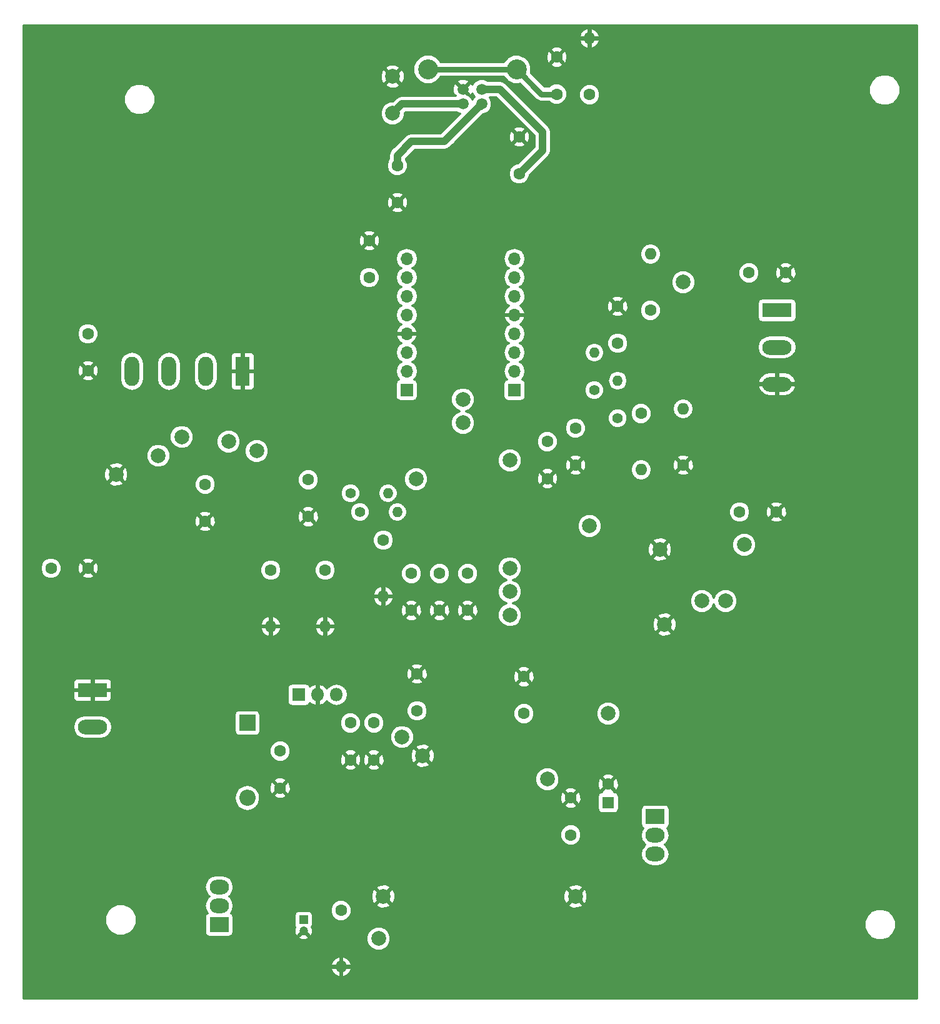
<source format=gbl>
G04 #@! TF.FileFunction,Copper,L2,Bot,Signal*
%FSLAX46Y46*%
G04 Gerber Fmt 4.6, Leading zero omitted, Abs format (unit mm)*
G04 Created by KiCad (PCBNEW 4.0.7) date 10/21/18 22:59:09*
%MOMM*%
%LPD*%
G01*
G04 APERTURE LIST*
%ADD10C,0.100000*%
%ADD11C,1.520000*%
%ADD12C,2.700000*%
%ADD13C,1.600000*%
%ADD14O,1.600000X1.600000*%
%ADD15R,2.600000X2.000000*%
%ADD16O,2.600000X2.000000*%
%ADD17R,3.960000X1.980000*%
%ADD18O,3.960000X1.980000*%
%ADD19R,2.200000X2.200000*%
%ADD20O,2.200000X2.200000*%
%ADD21R,1.800000X1.800000*%
%ADD22O,1.800000X1.800000*%
%ADD23R,1.200000X1.200000*%
%ADD24C,1.200000*%
%ADD25R,1.980000X3.960000*%
%ADD26O,1.980000X3.960000*%
%ADD27R,1.700000X1.700000*%
%ADD28O,1.700000X1.700000*%
%ADD29C,2.000000*%
%ADD30C,1.998980*%
%ADD31R,1.600000X1.600000*%
%ADD32C,1.400000*%
%ADD33O,1.400000X1.400000*%
%ADD34C,0.800000*%
%ADD35C,1.000000*%
%ADD36C,0.300000*%
G04 APERTURE END LIST*
D10*
D11*
X104775000Y-46355000D03*
X102235000Y-46355000D03*
X102235000Y-44355000D03*
X104775000Y-44355000D03*
D12*
X109505000Y-41655000D03*
X97505000Y-41655000D03*
D13*
X126365000Y-88265000D03*
D14*
X126365000Y-95885000D03*
D15*
X69215000Y-157480000D03*
D16*
X69215000Y-154940000D03*
X69215000Y-152400000D03*
D17*
X52070000Y-125730000D03*
D18*
X52070000Y-130730000D03*
D17*
X144780000Y-74295000D03*
D18*
X144780000Y-79295000D03*
X144780000Y-84295000D03*
D19*
X73025000Y-130175000D03*
D20*
X73025000Y-140335000D03*
D21*
X80010000Y-126365000D03*
D22*
X82550000Y-126365000D03*
X85090000Y-126365000D03*
D23*
X80645000Y-156845000D03*
D24*
X80645000Y-158345000D03*
D25*
X72390000Y-82550000D03*
D26*
X67390000Y-82550000D03*
X57390000Y-82550000D03*
X62390000Y-82550000D03*
D15*
X128270000Y-142875000D03*
D16*
X128270000Y-145415000D03*
X128270000Y-147955000D03*
D27*
X94615000Y-85090000D03*
D28*
X94615000Y-82550000D03*
X94615000Y-80010000D03*
X94615000Y-77470000D03*
X94615000Y-74930000D03*
X94615000Y-72390000D03*
X94615000Y-69850000D03*
X94615000Y-67310000D03*
D27*
X109220000Y-85090000D03*
D28*
X109220000Y-82550000D03*
X109220000Y-80010000D03*
X109220000Y-77470000D03*
X109220000Y-74930000D03*
X109220000Y-72390000D03*
X109220000Y-69850000D03*
X109220000Y-67310000D03*
D13*
X114935000Y-40005000D03*
X114935000Y-45005000D03*
X109855000Y-50800000D03*
X109855000Y-55800000D03*
X93345000Y-59690000D03*
X93345000Y-54690000D03*
X77470000Y-133985000D03*
X77470000Y-138985000D03*
X96012000Y-128524000D03*
X96012000Y-123524000D03*
X89535000Y-69850000D03*
X89535000Y-64850000D03*
X116840000Y-140335000D03*
X116840000Y-145335000D03*
X113665000Y-92075000D03*
X113665000Y-97075000D03*
X81280000Y-102235000D03*
X81280000Y-97235000D03*
X67310000Y-102870000D03*
X67310000Y-97870000D03*
X86995000Y-130175000D03*
X86995000Y-135175000D03*
X110490000Y-128905000D03*
X110490000Y-123905000D03*
X139700000Y-101600000D03*
X144700000Y-101600000D03*
X132080000Y-95250000D03*
D14*
X132080000Y-87630000D03*
D13*
X83566000Y-109474000D03*
D14*
X83566000Y-117094000D03*
D13*
X85725000Y-155575000D03*
D14*
X85725000Y-163195000D03*
D13*
X119380000Y-45085000D03*
D14*
X119380000Y-37465000D03*
D13*
X76200000Y-109474000D03*
D14*
X76200000Y-117094000D03*
D13*
X91440000Y-105410000D03*
D14*
X91440000Y-113030000D03*
D13*
X127635000Y-74295000D03*
D14*
X127635000Y-66675000D03*
D29*
X92710000Y-47625000D03*
X92710000Y-42625000D03*
D30*
X117475000Y-153670000D03*
X91440000Y-153670000D03*
D13*
X95250000Y-114935000D03*
X95250000Y-109935000D03*
X123190000Y-78740000D03*
X123190000Y-73740000D03*
X51435000Y-77470000D03*
X51435000Y-82470000D03*
X140970000Y-69215000D03*
X145970000Y-69215000D03*
D31*
X121920000Y-140970000D03*
D13*
X121920000Y-138470000D03*
D30*
X121920000Y-128905000D03*
X93980000Y-132080000D03*
X113665000Y-137795000D03*
X134620000Y-113665000D03*
X140335000Y-106045000D03*
X119380000Y-103505000D03*
X74295000Y-93345000D03*
X60960000Y-93980000D03*
X108585000Y-94615000D03*
X55245000Y-96520000D03*
X137795000Y-113665000D03*
X96774000Y-134620000D03*
X129540000Y-116840000D03*
X128905000Y-106680000D03*
X90805000Y-159385000D03*
X132080000Y-70485000D03*
D13*
X90170000Y-130175000D03*
X90170000Y-135175000D03*
X51435000Y-109220000D03*
X46435000Y-109220000D03*
X117475000Y-95250000D03*
X117475000Y-90250000D03*
X102870000Y-114935000D03*
X102870000Y-109935000D03*
X99060000Y-114935000D03*
X99060000Y-109935000D03*
D30*
X64135000Y-91440000D03*
X70485000Y-92075000D03*
X108585000Y-112395000D03*
X108585000Y-109220000D03*
X108585000Y-115570000D03*
X102235000Y-89535000D03*
X102235000Y-86360000D03*
X95885000Y-97155000D03*
D32*
X88265000Y-101600000D03*
D33*
X93345000Y-101600000D03*
D32*
X86995000Y-99060000D03*
D33*
X92075000Y-99060000D03*
D32*
X123190000Y-88900000D03*
D33*
X123190000Y-83820000D03*
D32*
X120015000Y-85090000D03*
D33*
X120015000Y-80010000D03*
D34*
X114935000Y-45005000D02*
X112855000Y-45005000D01*
X112855000Y-45005000D02*
X109505000Y-41655000D01*
X97505000Y-41655000D02*
X109505000Y-41655000D01*
D35*
X104775000Y-44355000D02*
X107220000Y-44355000D01*
X113030000Y-52625000D02*
X109855000Y-55800000D01*
X113030000Y-50165000D02*
X113030000Y-52625000D01*
X107220000Y-44355000D02*
X113030000Y-50165000D01*
X104775000Y-46355000D02*
X99695000Y-51435000D01*
X93345000Y-53340000D02*
X93345000Y-54690000D01*
X95250000Y-51435000D02*
X93345000Y-53340000D01*
X99695000Y-51435000D02*
X95250000Y-51435000D01*
D36*
X104775000Y-46355000D02*
X104775000Y-46990000D01*
D35*
X102235000Y-46355000D02*
X93980000Y-46355000D01*
X93980000Y-46355000D02*
X92710000Y-47625000D01*
D36*
G36*
X163680000Y-167490000D02*
X42695000Y-167490000D01*
X42695000Y-163525221D01*
X84304880Y-163525221D01*
X84539350Y-164043541D01*
X84954325Y-164432678D01*
X85394780Y-164615112D01*
X85621000Y-164484312D01*
X85621000Y-163299000D01*
X85829000Y-163299000D01*
X85829000Y-164484312D01*
X86055220Y-164615112D01*
X86495675Y-164432678D01*
X86910650Y-164043541D01*
X87145120Y-163525221D01*
X87014794Y-163299000D01*
X85829000Y-163299000D01*
X85621000Y-163299000D01*
X84435206Y-163299000D01*
X84304880Y-163525221D01*
X42695000Y-163525221D01*
X42695000Y-162864779D01*
X84304880Y-162864779D01*
X84435206Y-163091000D01*
X85621000Y-163091000D01*
X85621000Y-161905688D01*
X85829000Y-161905688D01*
X85829000Y-163091000D01*
X87014794Y-163091000D01*
X87145120Y-162864779D01*
X86910650Y-162346459D01*
X86495675Y-161957322D01*
X86055220Y-161774888D01*
X85829000Y-161905688D01*
X85621000Y-161905688D01*
X85394780Y-161774888D01*
X84954325Y-161957322D01*
X84539350Y-162346459D01*
X84304880Y-162864779D01*
X42695000Y-162864779D01*
X42695000Y-159711664D01*
X89155225Y-159711664D01*
X89405815Y-160318140D01*
X89869419Y-160782554D01*
X90475457Y-161034203D01*
X91131664Y-161034775D01*
X91738140Y-160784185D01*
X92202554Y-160320581D01*
X92454203Y-159714543D01*
X92454775Y-159058336D01*
X92204185Y-158451860D01*
X91740581Y-157987446D01*
X91543920Y-157905785D01*
X156599628Y-157905785D01*
X156926256Y-158696286D01*
X157530533Y-159301619D01*
X158320462Y-159629626D01*
X159175785Y-159630372D01*
X159966286Y-159303744D01*
X160571619Y-158699467D01*
X160899626Y-157909538D01*
X160900372Y-157054215D01*
X160573744Y-156263714D01*
X159969467Y-155658381D01*
X159179538Y-155330374D01*
X158324215Y-155329628D01*
X157533714Y-155656256D01*
X156928381Y-156260533D01*
X156600374Y-157050462D01*
X156599628Y-157905785D01*
X91543920Y-157905785D01*
X91134543Y-157735797D01*
X90478336Y-157735225D01*
X89871860Y-157985815D01*
X89407446Y-158449419D01*
X89155797Y-159055457D01*
X89155225Y-159711664D01*
X42695000Y-159711664D01*
X42695000Y-159205760D01*
X79931318Y-159205760D01*
X79977700Y-159440395D01*
X80447685Y-159612379D01*
X80947710Y-159591414D01*
X81312300Y-159440395D01*
X81358682Y-159205760D01*
X80645000Y-158492078D01*
X79931318Y-159205760D01*
X42695000Y-159205760D01*
X42695000Y-157270785D01*
X53729628Y-157270785D01*
X54056256Y-158061286D01*
X54660533Y-158666619D01*
X55450462Y-158994626D01*
X56305785Y-158995372D01*
X57096286Y-158668744D01*
X57701619Y-158064467D01*
X58029626Y-157274538D01*
X58030372Y-156419215D01*
X57703744Y-155628714D01*
X57099467Y-155023381D01*
X56309538Y-154695374D01*
X55454215Y-154694628D01*
X54663714Y-155021256D01*
X54058381Y-155625533D01*
X53730374Y-156415462D01*
X53729628Y-157270785D01*
X42695000Y-157270785D01*
X42695000Y-152400000D01*
X67226797Y-152400000D01*
X67352396Y-153031428D01*
X67710071Y-153566726D01*
X67864631Y-153670000D01*
X67710071Y-153773274D01*
X67352396Y-154308572D01*
X67226797Y-154940000D01*
X67352396Y-155571428D01*
X67585185Y-155919821D01*
X67452895Y-156004947D01*
X67304480Y-156222159D01*
X67252266Y-156480000D01*
X67252266Y-158480000D01*
X67297590Y-158720876D01*
X67439947Y-158942105D01*
X67657159Y-159090520D01*
X67915000Y-159142734D01*
X70515000Y-159142734D01*
X70755876Y-159097410D01*
X70977105Y-158955053D01*
X71125520Y-158737841D01*
X71177734Y-158480000D01*
X71177734Y-158147685D01*
X79377621Y-158147685D01*
X79398586Y-158647710D01*
X79549605Y-159012300D01*
X79784240Y-159058682D01*
X80497922Y-158345000D01*
X80483780Y-158330858D01*
X80630858Y-158183780D01*
X80645000Y-158197922D01*
X80659143Y-158183780D01*
X80806221Y-158330858D01*
X80792078Y-158345000D01*
X81505760Y-159058682D01*
X81740395Y-159012300D01*
X81912379Y-158542315D01*
X81891414Y-158042290D01*
X81790329Y-157798251D01*
X81855520Y-157702841D01*
X81907734Y-157445000D01*
X81907734Y-156245000D01*
X81862410Y-156004124D01*
X81771057Y-155862157D01*
X84274749Y-155862157D01*
X84495033Y-156395286D01*
X84902569Y-156803533D01*
X85435312Y-157024748D01*
X86012157Y-157025251D01*
X86545286Y-156804967D01*
X86953533Y-156397431D01*
X87174748Y-155864688D01*
X87175251Y-155287843D01*
X86981817Y-154819694D01*
X90437384Y-154819694D01*
X90532686Y-155095746D01*
X91147360Y-155334432D01*
X91806587Y-155319724D01*
X92347314Y-155095746D01*
X92442616Y-154819694D01*
X116472384Y-154819694D01*
X116567686Y-155095746D01*
X117182360Y-155334432D01*
X117841587Y-155319724D01*
X118382314Y-155095746D01*
X118477616Y-154819694D01*
X117475000Y-153817078D01*
X116472384Y-154819694D01*
X92442616Y-154819694D01*
X91440000Y-153817078D01*
X90437384Y-154819694D01*
X86981817Y-154819694D01*
X86954967Y-154754714D01*
X86547431Y-154346467D01*
X86014688Y-154125252D01*
X85437843Y-154124749D01*
X84904714Y-154345033D01*
X84496467Y-154752569D01*
X84275252Y-155285312D01*
X84274749Y-155862157D01*
X81771057Y-155862157D01*
X81720053Y-155782895D01*
X81502841Y-155634480D01*
X81245000Y-155582266D01*
X80045000Y-155582266D01*
X79804124Y-155627590D01*
X79582895Y-155769947D01*
X79434480Y-155987159D01*
X79382266Y-156245000D01*
X79382266Y-157445000D01*
X79427590Y-157685876D01*
X79503465Y-157803789D01*
X79377621Y-158147685D01*
X71177734Y-158147685D01*
X71177734Y-156480000D01*
X71132410Y-156239124D01*
X70990053Y-156017895D01*
X70845349Y-155919022D01*
X71077604Y-155571428D01*
X71203203Y-154940000D01*
X71077604Y-154308572D01*
X70719929Y-153773274D01*
X70565369Y-153670000D01*
X70719929Y-153566726D01*
X70846459Y-153377360D01*
X89775568Y-153377360D01*
X89790276Y-154036587D01*
X90014254Y-154577314D01*
X90290306Y-154672616D01*
X91292922Y-153670000D01*
X91587078Y-153670000D01*
X92589694Y-154672616D01*
X92865746Y-154577314D01*
X93104432Y-153962640D01*
X93091374Y-153377360D01*
X115810568Y-153377360D01*
X115825276Y-154036587D01*
X116049254Y-154577314D01*
X116325306Y-154672616D01*
X117327922Y-153670000D01*
X117622078Y-153670000D01*
X118624694Y-154672616D01*
X118900746Y-154577314D01*
X119139432Y-153962640D01*
X119124724Y-153303413D01*
X118900746Y-152762686D01*
X118624694Y-152667384D01*
X117622078Y-153670000D01*
X117327922Y-153670000D01*
X116325306Y-152667384D01*
X116049254Y-152762686D01*
X115810568Y-153377360D01*
X93091374Y-153377360D01*
X93089724Y-153303413D01*
X92865746Y-152762686D01*
X92589694Y-152667384D01*
X91587078Y-153670000D01*
X91292922Y-153670000D01*
X90290306Y-152667384D01*
X90014254Y-152762686D01*
X89775568Y-153377360D01*
X70846459Y-153377360D01*
X71077604Y-153031428D01*
X71179272Y-152520306D01*
X90437384Y-152520306D01*
X91440000Y-153522922D01*
X92442616Y-152520306D01*
X116472384Y-152520306D01*
X117475000Y-153522922D01*
X118477616Y-152520306D01*
X118382314Y-152244254D01*
X117767640Y-152005568D01*
X117108413Y-152020276D01*
X116567686Y-152244254D01*
X116472384Y-152520306D01*
X92442616Y-152520306D01*
X92347314Y-152244254D01*
X91732640Y-152005568D01*
X91073413Y-152020276D01*
X90532686Y-152244254D01*
X90437384Y-152520306D01*
X71179272Y-152520306D01*
X71203203Y-152400000D01*
X71077604Y-151768572D01*
X70719929Y-151233274D01*
X70184631Y-150875599D01*
X69553203Y-150750000D01*
X68876797Y-150750000D01*
X68245369Y-150875599D01*
X67710071Y-151233274D01*
X67352396Y-151768572D01*
X67226797Y-152400000D01*
X42695000Y-152400000D01*
X42695000Y-145622157D01*
X115389749Y-145622157D01*
X115610033Y-146155286D01*
X116017569Y-146563533D01*
X116550312Y-146784748D01*
X117127157Y-146785251D01*
X117660286Y-146564967D01*
X118068533Y-146157431D01*
X118289748Y-145624688D01*
X118289930Y-145415000D01*
X126281797Y-145415000D01*
X126407396Y-146046428D01*
X126765071Y-146581726D01*
X126919631Y-146685000D01*
X126765071Y-146788274D01*
X126407396Y-147323572D01*
X126281797Y-147955000D01*
X126407396Y-148586428D01*
X126765071Y-149121726D01*
X127300369Y-149479401D01*
X127931797Y-149605000D01*
X128608203Y-149605000D01*
X129239631Y-149479401D01*
X129774929Y-149121726D01*
X130132604Y-148586428D01*
X130258203Y-147955000D01*
X130132604Y-147323572D01*
X129774929Y-146788274D01*
X129620369Y-146685000D01*
X129774929Y-146581726D01*
X130132604Y-146046428D01*
X130258203Y-145415000D01*
X130132604Y-144783572D01*
X129899815Y-144435179D01*
X130032105Y-144350053D01*
X130180520Y-144132841D01*
X130232734Y-143875000D01*
X130232734Y-141875000D01*
X130187410Y-141634124D01*
X130045053Y-141412895D01*
X129827841Y-141264480D01*
X129570000Y-141212266D01*
X126970000Y-141212266D01*
X126729124Y-141257590D01*
X126507895Y-141399947D01*
X126359480Y-141617159D01*
X126307266Y-141875000D01*
X126307266Y-143875000D01*
X126352590Y-144115876D01*
X126494947Y-144337105D01*
X126639651Y-144435978D01*
X126407396Y-144783572D01*
X126281797Y-145415000D01*
X118289930Y-145415000D01*
X118290251Y-145047843D01*
X118069967Y-144514714D01*
X117662431Y-144106467D01*
X117129688Y-143885252D01*
X116552843Y-143884749D01*
X116019714Y-144105033D01*
X115611467Y-144512569D01*
X115390252Y-145045312D01*
X115389749Y-145622157D01*
X42695000Y-145622157D01*
X42695000Y-140300715D01*
X71275000Y-140300715D01*
X71275000Y-140369285D01*
X71408211Y-141038981D01*
X71787563Y-141606722D01*
X72355304Y-141986074D01*
X73025000Y-142119285D01*
X73694696Y-141986074D01*
X74262437Y-141606722D01*
X74440332Y-141340483D01*
X115981596Y-141340483D01*
X116052498Y-141595839D01*
X116594946Y-141801228D01*
X117174701Y-141783397D01*
X117627502Y-141595839D01*
X117698404Y-141340483D01*
X116840000Y-140482078D01*
X115981596Y-141340483D01*
X74440332Y-141340483D01*
X74641789Y-141038981D01*
X74775000Y-140369285D01*
X74775000Y-140300715D01*
X74713291Y-139990483D01*
X76611596Y-139990483D01*
X76682498Y-140245839D01*
X77224946Y-140451228D01*
X77804701Y-140433397D01*
X78257502Y-140245839D01*
X78300787Y-140089946D01*
X115373772Y-140089946D01*
X115391603Y-140669701D01*
X115579161Y-141122502D01*
X115834517Y-141193404D01*
X116692922Y-140335000D01*
X116987078Y-140335000D01*
X117845483Y-141193404D01*
X118100839Y-141122502D01*
X118306228Y-140580054D01*
X118293617Y-140170000D01*
X120457266Y-140170000D01*
X120457266Y-141770000D01*
X120502590Y-142010876D01*
X120644947Y-142232105D01*
X120862159Y-142380520D01*
X121120000Y-142432734D01*
X122720000Y-142432734D01*
X122960876Y-142387410D01*
X123182105Y-142245053D01*
X123330520Y-142027841D01*
X123382734Y-141770000D01*
X123382734Y-140170000D01*
X123337410Y-139929124D01*
X123195053Y-139707895D01*
X122977841Y-139559480D01*
X122766940Y-139516772D01*
X122778404Y-139475483D01*
X121920000Y-138617078D01*
X121061596Y-139475483D01*
X121072883Y-139516132D01*
X120879124Y-139552590D01*
X120657895Y-139694947D01*
X120509480Y-139912159D01*
X120457266Y-140170000D01*
X118293617Y-140170000D01*
X118288397Y-140000299D01*
X118100839Y-139547498D01*
X117845483Y-139476596D01*
X116987078Y-140335000D01*
X116692922Y-140335000D01*
X115834517Y-139476596D01*
X115579161Y-139547498D01*
X115373772Y-140089946D01*
X78300787Y-140089946D01*
X78328404Y-139990483D01*
X77470000Y-139132078D01*
X76611596Y-139990483D01*
X74713291Y-139990483D01*
X74641789Y-139631019D01*
X74262437Y-139063278D01*
X73778536Y-138739946D01*
X76003772Y-138739946D01*
X76021603Y-139319701D01*
X76209161Y-139772502D01*
X76464517Y-139843404D01*
X77322922Y-138985000D01*
X77617078Y-138985000D01*
X78475483Y-139843404D01*
X78730839Y-139772502D01*
X78936228Y-139230054D01*
X78918397Y-138650299D01*
X78730839Y-138197498D01*
X78475483Y-138126596D01*
X77617078Y-138985000D01*
X77322922Y-138985000D01*
X76464517Y-138126596D01*
X76209161Y-138197498D01*
X76003772Y-138739946D01*
X73778536Y-138739946D01*
X73694696Y-138683926D01*
X73025000Y-138550715D01*
X72355304Y-138683926D01*
X71787563Y-139063278D01*
X71408211Y-139631019D01*
X71275000Y-140300715D01*
X42695000Y-140300715D01*
X42695000Y-137979517D01*
X76611596Y-137979517D01*
X77470000Y-138837922D01*
X78186257Y-138121664D01*
X112015225Y-138121664D01*
X112265815Y-138728140D01*
X112729419Y-139192554D01*
X113335457Y-139444203D01*
X113991664Y-139444775D01*
X114270610Y-139329517D01*
X115981596Y-139329517D01*
X116840000Y-140187922D01*
X117698404Y-139329517D01*
X117627502Y-139074161D01*
X117085054Y-138868772D01*
X116505299Y-138886603D01*
X116052498Y-139074161D01*
X115981596Y-139329517D01*
X114270610Y-139329517D01*
X114598140Y-139194185D01*
X115062554Y-138730581D01*
X115272512Y-138224946D01*
X120453772Y-138224946D01*
X120471603Y-138804701D01*
X120659161Y-139257502D01*
X120914517Y-139328404D01*
X121772922Y-138470000D01*
X122067078Y-138470000D01*
X122925483Y-139328404D01*
X123180839Y-139257502D01*
X123386228Y-138715054D01*
X123368397Y-138135299D01*
X123180839Y-137682498D01*
X122925483Y-137611596D01*
X122067078Y-138470000D01*
X121772922Y-138470000D01*
X120914517Y-137611596D01*
X120659161Y-137682498D01*
X120453772Y-138224946D01*
X115272512Y-138224946D01*
X115314203Y-138124543D01*
X115314775Y-137468336D01*
X115313198Y-137464517D01*
X121061596Y-137464517D01*
X121920000Y-138322922D01*
X122778404Y-137464517D01*
X122707502Y-137209161D01*
X122165054Y-137003772D01*
X121585299Y-137021603D01*
X121132498Y-137209161D01*
X121061596Y-137464517D01*
X115313198Y-137464517D01*
X115064185Y-136861860D01*
X114600581Y-136397446D01*
X113994543Y-136145797D01*
X113338336Y-136145225D01*
X112731860Y-136395815D01*
X112267446Y-136859419D01*
X112015797Y-137465457D01*
X112015225Y-138121664D01*
X78186257Y-138121664D01*
X78328404Y-137979517D01*
X78257502Y-137724161D01*
X77715054Y-137518772D01*
X77135299Y-137536603D01*
X76682498Y-137724161D01*
X76611596Y-137979517D01*
X42695000Y-137979517D01*
X42695000Y-136180483D01*
X86136596Y-136180483D01*
X86207498Y-136435839D01*
X86749946Y-136641228D01*
X87329701Y-136623397D01*
X87782502Y-136435839D01*
X87853404Y-136180483D01*
X89311596Y-136180483D01*
X89382498Y-136435839D01*
X89924946Y-136641228D01*
X90504701Y-136623397D01*
X90957502Y-136435839D01*
X91028404Y-136180483D01*
X90170000Y-135322078D01*
X89311596Y-136180483D01*
X87853404Y-136180483D01*
X86995000Y-135322078D01*
X86136596Y-136180483D01*
X42695000Y-136180483D01*
X42695000Y-134272157D01*
X76019749Y-134272157D01*
X76240033Y-134805286D01*
X76647569Y-135213533D01*
X77180312Y-135434748D01*
X77757157Y-135435251D01*
X78290286Y-135214967D01*
X78575804Y-134929946D01*
X85528772Y-134929946D01*
X85546603Y-135509701D01*
X85734161Y-135962502D01*
X85989517Y-136033404D01*
X86847922Y-135175000D01*
X87142078Y-135175000D01*
X88000483Y-136033404D01*
X88255839Y-135962502D01*
X88461228Y-135420054D01*
X88446155Y-134929946D01*
X88703772Y-134929946D01*
X88721603Y-135509701D01*
X88909161Y-135962502D01*
X89164517Y-136033404D01*
X90022922Y-135175000D01*
X90317078Y-135175000D01*
X91175483Y-136033404D01*
X91430839Y-135962502D01*
X91503842Y-135769694D01*
X95771384Y-135769694D01*
X95866686Y-136045746D01*
X96481360Y-136284432D01*
X97140587Y-136269724D01*
X97681314Y-136045746D01*
X97776616Y-135769694D01*
X96774000Y-134767078D01*
X95771384Y-135769694D01*
X91503842Y-135769694D01*
X91636228Y-135420054D01*
X91618397Y-134840299D01*
X91430839Y-134387498D01*
X91214250Y-134327360D01*
X95109568Y-134327360D01*
X95124276Y-134986587D01*
X95348254Y-135527314D01*
X95624306Y-135622616D01*
X96626922Y-134620000D01*
X96921078Y-134620000D01*
X97923694Y-135622616D01*
X98199746Y-135527314D01*
X98438432Y-134912640D01*
X98423724Y-134253413D01*
X98199746Y-133712686D01*
X97923694Y-133617384D01*
X96921078Y-134620000D01*
X96626922Y-134620000D01*
X95624306Y-133617384D01*
X95348254Y-133712686D01*
X95109568Y-134327360D01*
X91214250Y-134327360D01*
X91175483Y-134316596D01*
X90317078Y-135175000D01*
X90022922Y-135175000D01*
X89164517Y-134316596D01*
X88909161Y-134387498D01*
X88703772Y-134929946D01*
X88446155Y-134929946D01*
X88443397Y-134840299D01*
X88255839Y-134387498D01*
X88000483Y-134316596D01*
X87142078Y-135175000D01*
X86847922Y-135175000D01*
X85989517Y-134316596D01*
X85734161Y-134387498D01*
X85528772Y-134929946D01*
X78575804Y-134929946D01*
X78698533Y-134807431D01*
X78919748Y-134274688D01*
X78919839Y-134169517D01*
X86136596Y-134169517D01*
X86995000Y-135027922D01*
X87853404Y-134169517D01*
X89311596Y-134169517D01*
X90170000Y-135027922D01*
X91028404Y-134169517D01*
X90957502Y-133914161D01*
X90415054Y-133708772D01*
X89835299Y-133726603D01*
X89382498Y-133914161D01*
X89311596Y-134169517D01*
X87853404Y-134169517D01*
X87782502Y-133914161D01*
X87240054Y-133708772D01*
X86660299Y-133726603D01*
X86207498Y-133914161D01*
X86136596Y-134169517D01*
X78919839Y-134169517D01*
X78920251Y-133697843D01*
X78699967Y-133164714D01*
X78292431Y-132756467D01*
X77759688Y-132535252D01*
X77182843Y-132534749D01*
X76649714Y-132755033D01*
X76241467Y-133162569D01*
X76020252Y-133695312D01*
X76019749Y-134272157D01*
X42695000Y-134272157D01*
X42695000Y-132406664D01*
X92330225Y-132406664D01*
X92580815Y-133013140D01*
X93044419Y-133477554D01*
X93650457Y-133729203D01*
X94306664Y-133729775D01*
X94913140Y-133479185D01*
X94922034Y-133470306D01*
X95771384Y-133470306D01*
X96774000Y-134472922D01*
X97776616Y-133470306D01*
X97681314Y-133194254D01*
X97066640Y-132955568D01*
X96407413Y-132970276D01*
X95866686Y-133194254D01*
X95771384Y-133470306D01*
X94922034Y-133470306D01*
X95377554Y-133015581D01*
X95629203Y-132409543D01*
X95629775Y-131753336D01*
X95379185Y-131146860D01*
X94915581Y-130682446D01*
X94309543Y-130430797D01*
X93653336Y-130430225D01*
X93046860Y-130680815D01*
X92582446Y-131144419D01*
X92330797Y-131750457D01*
X92330225Y-132406664D01*
X42695000Y-132406664D01*
X42695000Y-130730000D01*
X49388475Y-130730000D01*
X49513313Y-131357601D01*
X49868820Y-131889655D01*
X50400874Y-132245162D01*
X51028475Y-132370000D01*
X53111525Y-132370000D01*
X53739126Y-132245162D01*
X54271180Y-131889655D01*
X54626687Y-131357601D01*
X54751525Y-130730000D01*
X54626687Y-130102399D01*
X54271180Y-129570345D01*
X53739126Y-129214838D01*
X53111525Y-129090000D01*
X51028475Y-129090000D01*
X50400874Y-129214838D01*
X49868820Y-129570345D01*
X49513313Y-130102399D01*
X49388475Y-130730000D01*
X42695000Y-130730000D01*
X42695000Y-129075000D01*
X71262266Y-129075000D01*
X71262266Y-131275000D01*
X71307590Y-131515876D01*
X71449947Y-131737105D01*
X71667159Y-131885520D01*
X71925000Y-131937734D01*
X74125000Y-131937734D01*
X74365876Y-131892410D01*
X74587105Y-131750053D01*
X74735520Y-131532841D01*
X74787734Y-131275000D01*
X74787734Y-130462157D01*
X85544749Y-130462157D01*
X85765033Y-130995286D01*
X86172569Y-131403533D01*
X86705312Y-131624748D01*
X87282157Y-131625251D01*
X87815286Y-131404967D01*
X88223533Y-130997431D01*
X88444748Y-130464688D01*
X88444750Y-130462157D01*
X88719749Y-130462157D01*
X88940033Y-130995286D01*
X89347569Y-131403533D01*
X89880312Y-131624748D01*
X90457157Y-131625251D01*
X90990286Y-131404967D01*
X91398533Y-130997431D01*
X91619748Y-130464688D01*
X91620251Y-129887843D01*
X91399967Y-129354714D01*
X90992431Y-128946467D01*
X90666570Y-128811157D01*
X94561749Y-128811157D01*
X94782033Y-129344286D01*
X95189569Y-129752533D01*
X95722312Y-129973748D01*
X96299157Y-129974251D01*
X96832286Y-129753967D01*
X97240533Y-129346431D01*
X97304593Y-129192157D01*
X109039749Y-129192157D01*
X109260033Y-129725286D01*
X109667569Y-130133533D01*
X110200312Y-130354748D01*
X110777157Y-130355251D01*
X111310286Y-130134967D01*
X111718533Y-129727431D01*
X111924394Y-129231664D01*
X120270225Y-129231664D01*
X120520815Y-129838140D01*
X120984419Y-130302554D01*
X121590457Y-130554203D01*
X122246664Y-130554775D01*
X122853140Y-130304185D01*
X123317554Y-129840581D01*
X123569203Y-129234543D01*
X123569775Y-128578336D01*
X123319185Y-127971860D01*
X122855581Y-127507446D01*
X122249543Y-127255797D01*
X121593336Y-127255225D01*
X120986860Y-127505815D01*
X120522446Y-127969419D01*
X120270797Y-128575457D01*
X120270225Y-129231664D01*
X111924394Y-129231664D01*
X111939748Y-129194688D01*
X111940251Y-128617843D01*
X111719967Y-128084714D01*
X111312431Y-127676467D01*
X110779688Y-127455252D01*
X110202843Y-127454749D01*
X109669714Y-127675033D01*
X109261467Y-128082569D01*
X109040252Y-128615312D01*
X109039749Y-129192157D01*
X97304593Y-129192157D01*
X97461748Y-128813688D01*
X97462251Y-128236843D01*
X97241967Y-127703714D01*
X96834431Y-127295467D01*
X96301688Y-127074252D01*
X95724843Y-127073749D01*
X95191714Y-127294033D01*
X94783467Y-127701569D01*
X94562252Y-128234312D01*
X94561749Y-128811157D01*
X90666570Y-128811157D01*
X90459688Y-128725252D01*
X89882843Y-128724749D01*
X89349714Y-128945033D01*
X88941467Y-129352569D01*
X88720252Y-129885312D01*
X88719749Y-130462157D01*
X88444750Y-130462157D01*
X88445251Y-129887843D01*
X88224967Y-129354714D01*
X87817431Y-128946467D01*
X87284688Y-128725252D01*
X86707843Y-128724749D01*
X86174714Y-128945033D01*
X85766467Y-129352569D01*
X85545252Y-129885312D01*
X85544749Y-130462157D01*
X74787734Y-130462157D01*
X74787734Y-129075000D01*
X74742410Y-128834124D01*
X74600053Y-128612895D01*
X74382841Y-128464480D01*
X74125000Y-128412266D01*
X71925000Y-128412266D01*
X71684124Y-128457590D01*
X71462895Y-128599947D01*
X71314480Y-128817159D01*
X71262266Y-129075000D01*
X42695000Y-129075000D01*
X42695000Y-125998500D01*
X49432000Y-125998500D01*
X49432000Y-126850884D01*
X49532174Y-127092727D01*
X49717273Y-127277825D01*
X49959115Y-127378000D01*
X51801500Y-127378000D01*
X51966000Y-127213500D01*
X51966000Y-125834000D01*
X52174000Y-125834000D01*
X52174000Y-127213500D01*
X52338500Y-127378000D01*
X54180885Y-127378000D01*
X54422727Y-127277825D01*
X54607826Y-127092727D01*
X54708000Y-126850884D01*
X54708000Y-125998500D01*
X54543500Y-125834000D01*
X52174000Y-125834000D01*
X51966000Y-125834000D01*
X49596500Y-125834000D01*
X49432000Y-125998500D01*
X42695000Y-125998500D01*
X42695000Y-124609116D01*
X49432000Y-124609116D01*
X49432000Y-125461500D01*
X49596500Y-125626000D01*
X51966000Y-125626000D01*
X51966000Y-124246500D01*
X52174000Y-124246500D01*
X52174000Y-125626000D01*
X54543500Y-125626000D01*
X54704500Y-125465000D01*
X78447266Y-125465000D01*
X78447266Y-127265000D01*
X78492590Y-127505876D01*
X78634947Y-127727105D01*
X78852159Y-127875520D01*
X79110000Y-127927734D01*
X80910000Y-127927734D01*
X81150876Y-127882410D01*
X81372105Y-127740053D01*
X81520520Y-127522841D01*
X81524285Y-127504250D01*
X81649084Y-127636118D01*
X82204098Y-127884125D01*
X82446000Y-127755033D01*
X82446000Y-126469000D01*
X82426000Y-126469000D01*
X82426000Y-126261000D01*
X82446000Y-126261000D01*
X82446000Y-124974967D01*
X82654000Y-124974967D01*
X82654000Y-126261000D01*
X82674000Y-126261000D01*
X82674000Y-126469000D01*
X82654000Y-126469000D01*
X82654000Y-127755033D01*
X82895902Y-127884125D01*
X83450916Y-127636118D01*
X83820021Y-127246108D01*
X83963618Y-127461016D01*
X84466475Y-127797013D01*
X85059634Y-127915000D01*
X85120366Y-127915000D01*
X85713525Y-127797013D01*
X86216382Y-127461016D01*
X86552379Y-126958159D01*
X86670366Y-126365000D01*
X86552379Y-125771841D01*
X86216382Y-125268984D01*
X85713525Y-124932987D01*
X85120366Y-124815000D01*
X85059634Y-124815000D01*
X84466475Y-124932987D01*
X83963618Y-125268984D01*
X83820021Y-125483892D01*
X83450916Y-125093882D01*
X82895902Y-124845875D01*
X82654000Y-124974967D01*
X82446000Y-124974967D01*
X82204098Y-124845875D01*
X81649084Y-125093882D01*
X81526768Y-125223126D01*
X81385053Y-125002895D01*
X81167841Y-124854480D01*
X80910000Y-124802266D01*
X79110000Y-124802266D01*
X78869124Y-124847590D01*
X78647895Y-124989947D01*
X78499480Y-125207159D01*
X78447266Y-125465000D01*
X54704500Y-125465000D01*
X54708000Y-125461500D01*
X54708000Y-124609116D01*
X54675016Y-124529483D01*
X95153596Y-124529483D01*
X95224498Y-124784839D01*
X95766946Y-124990228D01*
X96346701Y-124972397D01*
X96496173Y-124910483D01*
X109631596Y-124910483D01*
X109702498Y-125165839D01*
X110244946Y-125371228D01*
X110824701Y-125353397D01*
X111277502Y-125165839D01*
X111348404Y-124910483D01*
X110490000Y-124052078D01*
X109631596Y-124910483D01*
X96496173Y-124910483D01*
X96799502Y-124784839D01*
X96870404Y-124529483D01*
X96012000Y-123671078D01*
X95153596Y-124529483D01*
X54675016Y-124529483D01*
X54607826Y-124367273D01*
X54422727Y-124182175D01*
X54180885Y-124082000D01*
X52338500Y-124082000D01*
X52174000Y-124246500D01*
X51966000Y-124246500D01*
X51801500Y-124082000D01*
X49959115Y-124082000D01*
X49717273Y-124182175D01*
X49532174Y-124367273D01*
X49432000Y-124609116D01*
X42695000Y-124609116D01*
X42695000Y-123278946D01*
X94545772Y-123278946D01*
X94563603Y-123858701D01*
X94751161Y-124311502D01*
X95006517Y-124382404D01*
X95864922Y-123524000D01*
X96159078Y-123524000D01*
X97017483Y-124382404D01*
X97272839Y-124311502D01*
X97478228Y-123769054D01*
X97474873Y-123659946D01*
X109023772Y-123659946D01*
X109041603Y-124239701D01*
X109229161Y-124692502D01*
X109484517Y-124763404D01*
X110342922Y-123905000D01*
X110637078Y-123905000D01*
X111495483Y-124763404D01*
X111750839Y-124692502D01*
X111956228Y-124150054D01*
X111938397Y-123570299D01*
X111750839Y-123117498D01*
X111495483Y-123046596D01*
X110637078Y-123905000D01*
X110342922Y-123905000D01*
X109484517Y-123046596D01*
X109229161Y-123117498D01*
X109023772Y-123659946D01*
X97474873Y-123659946D01*
X97460397Y-123189299D01*
X97340365Y-122899517D01*
X109631596Y-122899517D01*
X110490000Y-123757922D01*
X111348404Y-122899517D01*
X111277502Y-122644161D01*
X110735054Y-122438772D01*
X110155299Y-122456603D01*
X109702498Y-122644161D01*
X109631596Y-122899517D01*
X97340365Y-122899517D01*
X97272839Y-122736498D01*
X97017483Y-122665596D01*
X96159078Y-123524000D01*
X95864922Y-123524000D01*
X95006517Y-122665596D01*
X94751161Y-122736498D01*
X94545772Y-123278946D01*
X42695000Y-123278946D01*
X42695000Y-122518517D01*
X95153596Y-122518517D01*
X96012000Y-123376922D01*
X96870404Y-122518517D01*
X96799502Y-122263161D01*
X96257054Y-122057772D01*
X95677299Y-122075603D01*
X95224498Y-122263161D01*
X95153596Y-122518517D01*
X42695000Y-122518517D01*
X42695000Y-117424221D01*
X74779880Y-117424221D01*
X75014350Y-117942541D01*
X75429325Y-118331678D01*
X75869780Y-118514112D01*
X76096000Y-118383312D01*
X76096000Y-117198000D01*
X76304000Y-117198000D01*
X76304000Y-118383312D01*
X76530220Y-118514112D01*
X76970675Y-118331678D01*
X77385650Y-117942541D01*
X77620120Y-117424221D01*
X82145880Y-117424221D01*
X82380350Y-117942541D01*
X82795325Y-118331678D01*
X83235780Y-118514112D01*
X83462000Y-118383312D01*
X83462000Y-117198000D01*
X83670000Y-117198000D01*
X83670000Y-118383312D01*
X83896220Y-118514112D01*
X84336675Y-118331678D01*
X84701366Y-117989694D01*
X128537384Y-117989694D01*
X128632686Y-118265746D01*
X129247360Y-118504432D01*
X129906587Y-118489724D01*
X130447314Y-118265746D01*
X130542616Y-117989694D01*
X129540000Y-116987078D01*
X128537384Y-117989694D01*
X84701366Y-117989694D01*
X84751650Y-117942541D01*
X84986120Y-117424221D01*
X84855794Y-117198000D01*
X83670000Y-117198000D01*
X83462000Y-117198000D01*
X82276206Y-117198000D01*
X82145880Y-117424221D01*
X77620120Y-117424221D01*
X77489794Y-117198000D01*
X76304000Y-117198000D01*
X76096000Y-117198000D01*
X74910206Y-117198000D01*
X74779880Y-117424221D01*
X42695000Y-117424221D01*
X42695000Y-116763779D01*
X74779880Y-116763779D01*
X74910206Y-116990000D01*
X76096000Y-116990000D01*
X76096000Y-115804688D01*
X76304000Y-115804688D01*
X76304000Y-116990000D01*
X77489794Y-116990000D01*
X77620120Y-116763779D01*
X82145880Y-116763779D01*
X82276206Y-116990000D01*
X83462000Y-116990000D01*
X83462000Y-115804688D01*
X83670000Y-115804688D01*
X83670000Y-116990000D01*
X84855794Y-116990000D01*
X84986120Y-116763779D01*
X84751650Y-116245459D01*
X84426425Y-115940483D01*
X94391596Y-115940483D01*
X94462498Y-116195839D01*
X95004946Y-116401228D01*
X95584701Y-116383397D01*
X96037502Y-116195839D01*
X96108404Y-115940483D01*
X98201596Y-115940483D01*
X98272498Y-116195839D01*
X98814946Y-116401228D01*
X99394701Y-116383397D01*
X99847502Y-116195839D01*
X99918404Y-115940483D01*
X102011596Y-115940483D01*
X102082498Y-116195839D01*
X102624946Y-116401228D01*
X103204701Y-116383397D01*
X103657502Y-116195839D01*
X103728404Y-115940483D01*
X102870000Y-115082078D01*
X102011596Y-115940483D01*
X99918404Y-115940483D01*
X99060000Y-115082078D01*
X98201596Y-115940483D01*
X96108404Y-115940483D01*
X95250000Y-115082078D01*
X94391596Y-115940483D01*
X84426425Y-115940483D01*
X84336675Y-115856322D01*
X83896220Y-115673888D01*
X83670000Y-115804688D01*
X83462000Y-115804688D01*
X83235780Y-115673888D01*
X82795325Y-115856322D01*
X82380350Y-116245459D01*
X82145880Y-116763779D01*
X77620120Y-116763779D01*
X77385650Y-116245459D01*
X76970675Y-115856322D01*
X76530220Y-115673888D01*
X76304000Y-115804688D01*
X76096000Y-115804688D01*
X75869780Y-115673888D01*
X75429325Y-115856322D01*
X75014350Y-116245459D01*
X74779880Y-116763779D01*
X42695000Y-116763779D01*
X42695000Y-114689946D01*
X93783772Y-114689946D01*
X93801603Y-115269701D01*
X93989161Y-115722502D01*
X94244517Y-115793404D01*
X95102922Y-114935000D01*
X95397078Y-114935000D01*
X96255483Y-115793404D01*
X96510839Y-115722502D01*
X96716228Y-115180054D01*
X96701155Y-114689946D01*
X97593772Y-114689946D01*
X97611603Y-115269701D01*
X97799161Y-115722502D01*
X98054517Y-115793404D01*
X98912922Y-114935000D01*
X99207078Y-114935000D01*
X100065483Y-115793404D01*
X100320839Y-115722502D01*
X100526228Y-115180054D01*
X100511155Y-114689946D01*
X101403772Y-114689946D01*
X101421603Y-115269701D01*
X101609161Y-115722502D01*
X101864517Y-115793404D01*
X102722922Y-114935000D01*
X103017078Y-114935000D01*
X103875483Y-115793404D01*
X104130839Y-115722502D01*
X104336228Y-115180054D01*
X104318397Y-114600299D01*
X104130839Y-114147498D01*
X103875483Y-114076596D01*
X103017078Y-114935000D01*
X102722922Y-114935000D01*
X101864517Y-114076596D01*
X101609161Y-114147498D01*
X101403772Y-114689946D01*
X100511155Y-114689946D01*
X100508397Y-114600299D01*
X100320839Y-114147498D01*
X100065483Y-114076596D01*
X99207078Y-114935000D01*
X98912922Y-114935000D01*
X98054517Y-114076596D01*
X97799161Y-114147498D01*
X97593772Y-114689946D01*
X96701155Y-114689946D01*
X96698397Y-114600299D01*
X96510839Y-114147498D01*
X96255483Y-114076596D01*
X95397078Y-114935000D01*
X95102922Y-114935000D01*
X94244517Y-114076596D01*
X93989161Y-114147498D01*
X93783772Y-114689946D01*
X42695000Y-114689946D01*
X42695000Y-113360221D01*
X90019880Y-113360221D01*
X90254350Y-113878541D01*
X90669325Y-114267678D01*
X91109780Y-114450112D01*
X91336000Y-114319312D01*
X91336000Y-113134000D01*
X91544000Y-113134000D01*
X91544000Y-114319312D01*
X91770220Y-114450112D01*
X92210675Y-114267678D01*
X92571289Y-113929517D01*
X94391596Y-113929517D01*
X95250000Y-114787922D01*
X96108404Y-113929517D01*
X98201596Y-113929517D01*
X99060000Y-114787922D01*
X99918404Y-113929517D01*
X102011596Y-113929517D01*
X102870000Y-114787922D01*
X103728404Y-113929517D01*
X103657502Y-113674161D01*
X103115054Y-113468772D01*
X102535299Y-113486603D01*
X102082498Y-113674161D01*
X102011596Y-113929517D01*
X99918404Y-113929517D01*
X99847502Y-113674161D01*
X99305054Y-113468772D01*
X98725299Y-113486603D01*
X98272498Y-113674161D01*
X98201596Y-113929517D01*
X96108404Y-113929517D01*
X96037502Y-113674161D01*
X95495054Y-113468772D01*
X94915299Y-113486603D01*
X94462498Y-113674161D01*
X94391596Y-113929517D01*
X92571289Y-113929517D01*
X92625650Y-113878541D01*
X92860120Y-113360221D01*
X92729794Y-113134000D01*
X91544000Y-113134000D01*
X91336000Y-113134000D01*
X90150206Y-113134000D01*
X90019880Y-113360221D01*
X42695000Y-113360221D01*
X42695000Y-112699779D01*
X90019880Y-112699779D01*
X90150206Y-112926000D01*
X91336000Y-112926000D01*
X91336000Y-111740688D01*
X91544000Y-111740688D01*
X91544000Y-112926000D01*
X92729794Y-112926000D01*
X92860120Y-112699779D01*
X92625650Y-112181459D01*
X92210675Y-111792322D01*
X91770220Y-111609888D01*
X91544000Y-111740688D01*
X91336000Y-111740688D01*
X91109780Y-111609888D01*
X90669325Y-111792322D01*
X90254350Y-112181459D01*
X90019880Y-112699779D01*
X42695000Y-112699779D01*
X42695000Y-109507157D01*
X44984749Y-109507157D01*
X45205033Y-110040286D01*
X45612569Y-110448533D01*
X46145312Y-110669748D01*
X46722157Y-110670251D01*
X47255286Y-110449967D01*
X47480161Y-110225483D01*
X50576596Y-110225483D01*
X50647498Y-110480839D01*
X51189946Y-110686228D01*
X51769701Y-110668397D01*
X52222502Y-110480839D01*
X52293404Y-110225483D01*
X51435000Y-109367078D01*
X50576596Y-110225483D01*
X47480161Y-110225483D01*
X47663533Y-110042431D01*
X47884748Y-109509688D01*
X47885214Y-108974946D01*
X49968772Y-108974946D01*
X49986603Y-109554701D01*
X50174161Y-110007502D01*
X50429517Y-110078404D01*
X51287922Y-109220000D01*
X51582078Y-109220000D01*
X52440483Y-110078404D01*
X52695839Y-110007502D01*
X52789113Y-109761157D01*
X74749749Y-109761157D01*
X74970033Y-110294286D01*
X75377569Y-110702533D01*
X75910312Y-110923748D01*
X76487157Y-110924251D01*
X77020286Y-110703967D01*
X77428533Y-110296431D01*
X77649748Y-109763688D01*
X77649750Y-109761157D01*
X82115749Y-109761157D01*
X82336033Y-110294286D01*
X82743569Y-110702533D01*
X83276312Y-110923748D01*
X83853157Y-110924251D01*
X84386286Y-110703967D01*
X84794533Y-110296431D01*
X84825374Y-110222157D01*
X93799749Y-110222157D01*
X94020033Y-110755286D01*
X94427569Y-111163533D01*
X94960312Y-111384748D01*
X95537157Y-111385251D01*
X96070286Y-111164967D01*
X96478533Y-110757431D01*
X96699748Y-110224688D01*
X96699750Y-110222157D01*
X97609749Y-110222157D01*
X97830033Y-110755286D01*
X98237569Y-111163533D01*
X98770312Y-111384748D01*
X99347157Y-111385251D01*
X99880286Y-111164967D01*
X100288533Y-110757431D01*
X100509748Y-110224688D01*
X100509750Y-110222157D01*
X101419749Y-110222157D01*
X101640033Y-110755286D01*
X102047569Y-111163533D01*
X102580312Y-111384748D01*
X103157157Y-111385251D01*
X103690286Y-111164967D01*
X104098533Y-110757431D01*
X104319748Y-110224688D01*
X104320251Y-109647843D01*
X104278445Y-109546664D01*
X106935225Y-109546664D01*
X107185815Y-110153140D01*
X107649419Y-110617554D01*
X108107238Y-110807657D01*
X107651860Y-110995815D01*
X107187446Y-111459419D01*
X106935797Y-112065457D01*
X106935225Y-112721664D01*
X107185815Y-113328140D01*
X107649419Y-113792554D01*
X108107238Y-113982657D01*
X107651860Y-114170815D01*
X107187446Y-114634419D01*
X106935797Y-115240457D01*
X106935225Y-115896664D01*
X107185815Y-116503140D01*
X107649419Y-116967554D01*
X108255457Y-117219203D01*
X108911664Y-117219775D01*
X109518140Y-116969185D01*
X109940702Y-116547360D01*
X127875568Y-116547360D01*
X127890276Y-117206587D01*
X128114254Y-117747314D01*
X128390306Y-117842616D01*
X129392922Y-116840000D01*
X129687078Y-116840000D01*
X130689694Y-117842616D01*
X130965746Y-117747314D01*
X131204432Y-117132640D01*
X131189724Y-116473413D01*
X130965746Y-115932686D01*
X130689694Y-115837384D01*
X129687078Y-116840000D01*
X129392922Y-116840000D01*
X128390306Y-115837384D01*
X128114254Y-115932686D01*
X127875568Y-116547360D01*
X109940702Y-116547360D01*
X109982554Y-116505581D01*
X110234203Y-115899543D01*
X110234385Y-115690306D01*
X128537384Y-115690306D01*
X129540000Y-116692922D01*
X130542616Y-115690306D01*
X130447314Y-115414254D01*
X129832640Y-115175568D01*
X129173413Y-115190276D01*
X128632686Y-115414254D01*
X128537384Y-115690306D01*
X110234385Y-115690306D01*
X110234775Y-115243336D01*
X109984185Y-114636860D01*
X109520581Y-114172446D01*
X109085210Y-113991664D01*
X132970225Y-113991664D01*
X133220815Y-114598140D01*
X133684419Y-115062554D01*
X134290457Y-115314203D01*
X134946664Y-115314775D01*
X135553140Y-115064185D01*
X136017554Y-114600581D01*
X136207657Y-114142762D01*
X136395815Y-114598140D01*
X136859419Y-115062554D01*
X137465457Y-115314203D01*
X138121664Y-115314775D01*
X138728140Y-115064185D01*
X139192554Y-114600581D01*
X139444203Y-113994543D01*
X139444775Y-113338336D01*
X139194185Y-112731860D01*
X138730581Y-112267446D01*
X138124543Y-112015797D01*
X137468336Y-112015225D01*
X136861860Y-112265815D01*
X136397446Y-112729419D01*
X136207343Y-113187238D01*
X136019185Y-112731860D01*
X135555581Y-112267446D01*
X134949543Y-112015797D01*
X134293336Y-112015225D01*
X133686860Y-112265815D01*
X133222446Y-112729419D01*
X132970797Y-113335457D01*
X132970225Y-113991664D01*
X109085210Y-113991664D01*
X109062762Y-113982343D01*
X109518140Y-113794185D01*
X109982554Y-113330581D01*
X110234203Y-112724543D01*
X110234775Y-112068336D01*
X109984185Y-111461860D01*
X109520581Y-110997446D01*
X109062762Y-110807343D01*
X109518140Y-110619185D01*
X109982554Y-110155581D01*
X110234203Y-109549543D01*
X110234775Y-108893336D01*
X109984185Y-108286860D01*
X109527817Y-107829694D01*
X127902384Y-107829694D01*
X127997686Y-108105746D01*
X128612360Y-108344432D01*
X129271587Y-108329724D01*
X129812314Y-108105746D01*
X129907616Y-107829694D01*
X128905000Y-106827078D01*
X127902384Y-107829694D01*
X109527817Y-107829694D01*
X109520581Y-107822446D01*
X108914543Y-107570797D01*
X108258336Y-107570225D01*
X107651860Y-107820815D01*
X107187446Y-108284419D01*
X106935797Y-108890457D01*
X106935225Y-109546664D01*
X104278445Y-109546664D01*
X104099967Y-109114714D01*
X103692431Y-108706467D01*
X103159688Y-108485252D01*
X102582843Y-108484749D01*
X102049714Y-108705033D01*
X101641467Y-109112569D01*
X101420252Y-109645312D01*
X101419749Y-110222157D01*
X100509750Y-110222157D01*
X100510251Y-109647843D01*
X100289967Y-109114714D01*
X99882431Y-108706467D01*
X99349688Y-108485252D01*
X98772843Y-108484749D01*
X98239714Y-108705033D01*
X97831467Y-109112569D01*
X97610252Y-109645312D01*
X97609749Y-110222157D01*
X96699750Y-110222157D01*
X96700251Y-109647843D01*
X96479967Y-109114714D01*
X96072431Y-108706467D01*
X95539688Y-108485252D01*
X94962843Y-108484749D01*
X94429714Y-108705033D01*
X94021467Y-109112569D01*
X93800252Y-109645312D01*
X93799749Y-110222157D01*
X84825374Y-110222157D01*
X85015748Y-109763688D01*
X85016251Y-109186843D01*
X84795967Y-108653714D01*
X84388431Y-108245467D01*
X83855688Y-108024252D01*
X83278843Y-108023749D01*
X82745714Y-108244033D01*
X82337467Y-108651569D01*
X82116252Y-109184312D01*
X82115749Y-109761157D01*
X77649750Y-109761157D01*
X77650251Y-109186843D01*
X77429967Y-108653714D01*
X77022431Y-108245467D01*
X76489688Y-108024252D01*
X75912843Y-108023749D01*
X75379714Y-108244033D01*
X74971467Y-108651569D01*
X74750252Y-109184312D01*
X74749749Y-109761157D01*
X52789113Y-109761157D01*
X52901228Y-109465054D01*
X52883397Y-108885299D01*
X52695839Y-108432498D01*
X52440483Y-108361596D01*
X51582078Y-109220000D01*
X51287922Y-109220000D01*
X50429517Y-108361596D01*
X50174161Y-108432498D01*
X49968772Y-108974946D01*
X47885214Y-108974946D01*
X47885251Y-108932843D01*
X47664967Y-108399714D01*
X47480093Y-108214517D01*
X50576596Y-108214517D01*
X51435000Y-109072922D01*
X52293404Y-108214517D01*
X52222502Y-107959161D01*
X51680054Y-107753772D01*
X51100299Y-107771603D01*
X50647498Y-107959161D01*
X50576596Y-108214517D01*
X47480093Y-108214517D01*
X47257431Y-107991467D01*
X46724688Y-107770252D01*
X46147843Y-107769749D01*
X45614714Y-107990033D01*
X45206467Y-108397569D01*
X44985252Y-108930312D01*
X44984749Y-109507157D01*
X42695000Y-109507157D01*
X42695000Y-105697157D01*
X89989749Y-105697157D01*
X90210033Y-106230286D01*
X90617569Y-106638533D01*
X91150312Y-106859748D01*
X91727157Y-106860251D01*
X92260286Y-106639967D01*
X92513333Y-106387360D01*
X127240568Y-106387360D01*
X127255276Y-107046587D01*
X127479254Y-107587314D01*
X127755306Y-107682616D01*
X128757922Y-106680000D01*
X129052078Y-106680000D01*
X130054694Y-107682616D01*
X130330746Y-107587314D01*
X130569432Y-106972640D01*
X130556024Y-106371664D01*
X138685225Y-106371664D01*
X138935815Y-106978140D01*
X139399419Y-107442554D01*
X140005457Y-107694203D01*
X140661664Y-107694775D01*
X141268140Y-107444185D01*
X141732554Y-106980581D01*
X141984203Y-106374543D01*
X141984775Y-105718336D01*
X141734185Y-105111860D01*
X141270581Y-104647446D01*
X140664543Y-104395797D01*
X140008336Y-104395225D01*
X139401860Y-104645815D01*
X138937446Y-105109419D01*
X138685797Y-105715457D01*
X138685225Y-106371664D01*
X130556024Y-106371664D01*
X130554724Y-106313413D01*
X130330746Y-105772686D01*
X130054694Y-105677384D01*
X129052078Y-106680000D01*
X128757922Y-106680000D01*
X127755306Y-105677384D01*
X127479254Y-105772686D01*
X127240568Y-106387360D01*
X92513333Y-106387360D01*
X92668533Y-106232431D01*
X92889748Y-105699688D01*
X92889895Y-105530306D01*
X127902384Y-105530306D01*
X128905000Y-106532922D01*
X129907616Y-105530306D01*
X129812314Y-105254254D01*
X129197640Y-105015568D01*
X128538413Y-105030276D01*
X127997686Y-105254254D01*
X127902384Y-105530306D01*
X92889895Y-105530306D01*
X92890251Y-105122843D01*
X92669967Y-104589714D01*
X92262431Y-104181467D01*
X91729688Y-103960252D01*
X91152843Y-103959749D01*
X90619714Y-104180033D01*
X90211467Y-104587569D01*
X89990252Y-105120312D01*
X89989749Y-105697157D01*
X42695000Y-105697157D01*
X42695000Y-103875483D01*
X66451596Y-103875483D01*
X66522498Y-104130839D01*
X67064946Y-104336228D01*
X67644701Y-104318397D01*
X68097502Y-104130839D01*
X68168404Y-103875483D01*
X68124586Y-103831664D01*
X117730225Y-103831664D01*
X117980815Y-104438140D01*
X118444419Y-104902554D01*
X119050457Y-105154203D01*
X119706664Y-105154775D01*
X120313140Y-104904185D01*
X120777554Y-104440581D01*
X121029203Y-103834543D01*
X121029775Y-103178336D01*
X120779185Y-102571860D01*
X120315581Y-102107446D01*
X119785067Y-101887157D01*
X138249749Y-101887157D01*
X138470033Y-102420286D01*
X138877569Y-102828533D01*
X139410312Y-103049748D01*
X139987157Y-103050251D01*
X140520286Y-102829967D01*
X140745161Y-102605483D01*
X143841596Y-102605483D01*
X143912498Y-102860839D01*
X144454946Y-103066228D01*
X145034701Y-103048397D01*
X145487502Y-102860839D01*
X145558404Y-102605483D01*
X144700000Y-101747078D01*
X143841596Y-102605483D01*
X140745161Y-102605483D01*
X140928533Y-102422431D01*
X141149748Y-101889688D01*
X141150214Y-101354946D01*
X143233772Y-101354946D01*
X143251603Y-101934701D01*
X143439161Y-102387502D01*
X143694517Y-102458404D01*
X144552922Y-101600000D01*
X144847078Y-101600000D01*
X145705483Y-102458404D01*
X145960839Y-102387502D01*
X146166228Y-101845054D01*
X146148397Y-101265299D01*
X145960839Y-100812498D01*
X145705483Y-100741596D01*
X144847078Y-101600000D01*
X144552922Y-101600000D01*
X143694517Y-100741596D01*
X143439161Y-100812498D01*
X143233772Y-101354946D01*
X141150214Y-101354946D01*
X141150251Y-101312843D01*
X140929967Y-100779714D01*
X140745093Y-100594517D01*
X143841596Y-100594517D01*
X144700000Y-101452922D01*
X145558404Y-100594517D01*
X145487502Y-100339161D01*
X144945054Y-100133772D01*
X144365299Y-100151603D01*
X143912498Y-100339161D01*
X143841596Y-100594517D01*
X140745093Y-100594517D01*
X140522431Y-100371467D01*
X139989688Y-100150252D01*
X139412843Y-100149749D01*
X138879714Y-100370033D01*
X138471467Y-100777569D01*
X138250252Y-101310312D01*
X138249749Y-101887157D01*
X119785067Y-101887157D01*
X119709543Y-101855797D01*
X119053336Y-101855225D01*
X118446860Y-102105815D01*
X117982446Y-102569419D01*
X117730797Y-103175457D01*
X117730225Y-103831664D01*
X68124586Y-103831664D01*
X67310000Y-103017078D01*
X66451596Y-103875483D01*
X42695000Y-103875483D01*
X42695000Y-102624946D01*
X65843772Y-102624946D01*
X65861603Y-103204701D01*
X66049161Y-103657502D01*
X66304517Y-103728404D01*
X67162922Y-102870000D01*
X67457078Y-102870000D01*
X68315483Y-103728404D01*
X68570839Y-103657502D01*
X68728736Y-103240483D01*
X80421596Y-103240483D01*
X80492498Y-103495839D01*
X81034946Y-103701228D01*
X81614701Y-103683397D01*
X82067502Y-103495839D01*
X82138404Y-103240483D01*
X81280000Y-102382078D01*
X80421596Y-103240483D01*
X68728736Y-103240483D01*
X68776228Y-103115054D01*
X68758397Y-102535299D01*
X68570839Y-102082498D01*
X68315483Y-102011596D01*
X67457078Y-102870000D01*
X67162922Y-102870000D01*
X66304517Y-102011596D01*
X66049161Y-102082498D01*
X65843772Y-102624946D01*
X42695000Y-102624946D01*
X42695000Y-101864517D01*
X66451596Y-101864517D01*
X67310000Y-102722922D01*
X68042975Y-101989946D01*
X79813772Y-101989946D01*
X79831603Y-102569701D01*
X80019161Y-103022502D01*
X80274517Y-103093404D01*
X81132922Y-102235000D01*
X81427078Y-102235000D01*
X82285483Y-103093404D01*
X82540839Y-103022502D01*
X82746228Y-102480054D01*
X82728397Y-101900299D01*
X82714751Y-101867353D01*
X86914766Y-101867353D01*
X87119858Y-102363715D01*
X87499288Y-102743807D01*
X87995290Y-102949765D01*
X88532353Y-102950234D01*
X89028715Y-102745142D01*
X89408807Y-102365712D01*
X89614765Y-101869710D01*
X89615000Y-101600000D01*
X91968552Y-101600000D01*
X92071315Y-102116623D01*
X92363958Y-102554594D01*
X92801929Y-102847237D01*
X93318552Y-102950000D01*
X93371448Y-102950000D01*
X93888071Y-102847237D01*
X94326042Y-102554594D01*
X94618685Y-102116623D01*
X94721448Y-101600000D01*
X94618685Y-101083377D01*
X94326042Y-100645406D01*
X93888071Y-100352763D01*
X93371448Y-100250000D01*
X93318552Y-100250000D01*
X92801929Y-100352763D01*
X92363958Y-100645406D01*
X92071315Y-101083377D01*
X91968552Y-101600000D01*
X89615000Y-101600000D01*
X89615234Y-101332647D01*
X89410142Y-100836285D01*
X89030712Y-100456193D01*
X88534710Y-100250235D01*
X87997647Y-100249766D01*
X87501285Y-100454858D01*
X87121193Y-100834288D01*
X86915235Y-101330290D01*
X86914766Y-101867353D01*
X82714751Y-101867353D01*
X82540839Y-101447498D01*
X82285483Y-101376596D01*
X81427078Y-102235000D01*
X81132922Y-102235000D01*
X80274517Y-101376596D01*
X80019161Y-101447498D01*
X79813772Y-101989946D01*
X68042975Y-101989946D01*
X68168404Y-101864517D01*
X68097502Y-101609161D01*
X67555054Y-101403772D01*
X66975299Y-101421603D01*
X66522498Y-101609161D01*
X66451596Y-101864517D01*
X42695000Y-101864517D01*
X42695000Y-101229517D01*
X80421596Y-101229517D01*
X81280000Y-102087922D01*
X82138404Y-101229517D01*
X82067502Y-100974161D01*
X81525054Y-100768772D01*
X80945299Y-100786603D01*
X80492498Y-100974161D01*
X80421596Y-101229517D01*
X42695000Y-101229517D01*
X42695000Y-99327353D01*
X85644766Y-99327353D01*
X85849858Y-99823715D01*
X86229288Y-100203807D01*
X86725290Y-100409765D01*
X87262353Y-100410234D01*
X87758715Y-100205142D01*
X88138807Y-99825712D01*
X88344765Y-99329710D01*
X88345000Y-99060000D01*
X90698552Y-99060000D01*
X90801315Y-99576623D01*
X91093958Y-100014594D01*
X91531929Y-100307237D01*
X92048552Y-100410000D01*
X92101448Y-100410000D01*
X92618071Y-100307237D01*
X93056042Y-100014594D01*
X93348685Y-99576623D01*
X93451448Y-99060000D01*
X93348685Y-98543377D01*
X93056042Y-98105406D01*
X92618071Y-97812763D01*
X92101448Y-97710000D01*
X92048552Y-97710000D01*
X91531929Y-97812763D01*
X91093958Y-98105406D01*
X90801315Y-98543377D01*
X90698552Y-99060000D01*
X88345000Y-99060000D01*
X88345234Y-98792647D01*
X88140142Y-98296285D01*
X87760712Y-97916193D01*
X87264710Y-97710235D01*
X86727647Y-97709766D01*
X86231285Y-97914858D01*
X85851193Y-98294288D01*
X85645235Y-98790290D01*
X85644766Y-99327353D01*
X42695000Y-99327353D01*
X42695000Y-97669694D01*
X54242384Y-97669694D01*
X54337686Y-97945746D01*
X54952360Y-98184432D01*
X55611587Y-98169724D01*
X55641926Y-98157157D01*
X65859749Y-98157157D01*
X66080033Y-98690286D01*
X66487569Y-99098533D01*
X67020312Y-99319748D01*
X67597157Y-99320251D01*
X68130286Y-99099967D01*
X68538533Y-98692431D01*
X68759748Y-98159688D01*
X68760251Y-97582843D01*
X68735177Y-97522157D01*
X79829749Y-97522157D01*
X80050033Y-98055286D01*
X80457569Y-98463533D01*
X80990312Y-98684748D01*
X81567157Y-98685251D01*
X82100286Y-98464967D01*
X82508533Y-98057431D01*
X82729748Y-97524688D01*
X82729785Y-97481664D01*
X94235225Y-97481664D01*
X94485815Y-98088140D01*
X94949419Y-98552554D01*
X95555457Y-98804203D01*
X96211664Y-98804775D01*
X96818140Y-98554185D01*
X97282554Y-98090581D01*
X97286747Y-98080483D01*
X112806596Y-98080483D01*
X112877498Y-98335839D01*
X113419946Y-98541228D01*
X113999701Y-98523397D01*
X114452502Y-98335839D01*
X114523404Y-98080483D01*
X113665000Y-97222078D01*
X112806596Y-98080483D01*
X97286747Y-98080483D01*
X97534203Y-97484543D01*
X97534773Y-96829946D01*
X112198772Y-96829946D01*
X112216603Y-97409701D01*
X112404161Y-97862502D01*
X112659517Y-97933404D01*
X113517922Y-97075000D01*
X113812078Y-97075000D01*
X114670483Y-97933404D01*
X114925839Y-97862502D01*
X115131228Y-97320054D01*
X115113397Y-96740299D01*
X114925839Y-96287498D01*
X114810536Y-96255483D01*
X116616596Y-96255483D01*
X116687498Y-96510839D01*
X117229946Y-96716228D01*
X117809701Y-96698397D01*
X118262502Y-96510839D01*
X118333404Y-96255483D01*
X117475000Y-95397078D01*
X116616596Y-96255483D01*
X114810536Y-96255483D01*
X114670483Y-96216596D01*
X113812078Y-97075000D01*
X113517922Y-97075000D01*
X112659517Y-96216596D01*
X112404161Y-96287498D01*
X112198772Y-96829946D01*
X97534773Y-96829946D01*
X97534775Y-96828336D01*
X97284185Y-96221860D01*
X96820581Y-95757446D01*
X96214543Y-95505797D01*
X95558336Y-95505225D01*
X94951860Y-95755815D01*
X94487446Y-96219419D01*
X94235797Y-96825457D01*
X94235225Y-97481664D01*
X82729785Y-97481664D01*
X82730251Y-96947843D01*
X82509967Y-96414714D01*
X82102431Y-96006467D01*
X81569688Y-95785252D01*
X80992843Y-95784749D01*
X80459714Y-96005033D01*
X80051467Y-96412569D01*
X79830252Y-96945312D01*
X79829749Y-97522157D01*
X68735177Y-97522157D01*
X68539967Y-97049714D01*
X68132431Y-96641467D01*
X67599688Y-96420252D01*
X67022843Y-96419749D01*
X66489714Y-96640033D01*
X66081467Y-97047569D01*
X65860252Y-97580312D01*
X65859749Y-98157157D01*
X55641926Y-98157157D01*
X56152314Y-97945746D01*
X56247616Y-97669694D01*
X55245000Y-96667078D01*
X54242384Y-97669694D01*
X42695000Y-97669694D01*
X42695000Y-96227360D01*
X53580568Y-96227360D01*
X53595276Y-96886587D01*
X53819254Y-97427314D01*
X54095306Y-97522616D01*
X55097922Y-96520000D01*
X55392078Y-96520000D01*
X56394694Y-97522616D01*
X56670746Y-97427314D01*
X56909432Y-96812640D01*
X56894724Y-96153413D01*
X56670746Y-95612686D01*
X56394694Y-95517384D01*
X55392078Y-96520000D01*
X55097922Y-96520000D01*
X54095306Y-95517384D01*
X53819254Y-95612686D01*
X53580568Y-96227360D01*
X42695000Y-96227360D01*
X42695000Y-95370306D01*
X54242384Y-95370306D01*
X55245000Y-96372922D01*
X56247616Y-95370306D01*
X56152314Y-95094254D01*
X55537640Y-94855568D01*
X54878413Y-94870276D01*
X54337686Y-95094254D01*
X54242384Y-95370306D01*
X42695000Y-95370306D01*
X42695000Y-94306664D01*
X59310225Y-94306664D01*
X59560815Y-94913140D01*
X60024419Y-95377554D01*
X60630457Y-95629203D01*
X61286664Y-95629775D01*
X61893140Y-95379185D01*
X62357554Y-94915581D01*
X62609203Y-94309543D01*
X62609775Y-93653336D01*
X62359185Y-93046860D01*
X61895581Y-92582446D01*
X61289543Y-92330797D01*
X60633336Y-92330225D01*
X60026860Y-92580815D01*
X59562446Y-93044419D01*
X59310797Y-93650457D01*
X59310225Y-94306664D01*
X42695000Y-94306664D01*
X42695000Y-91766664D01*
X62485225Y-91766664D01*
X62735815Y-92373140D01*
X63199419Y-92837554D01*
X63805457Y-93089203D01*
X64461664Y-93089775D01*
X65068140Y-92839185D01*
X65506425Y-92401664D01*
X68835225Y-92401664D01*
X69085815Y-93008140D01*
X69549419Y-93472554D01*
X70155457Y-93724203D01*
X70811664Y-93724775D01*
X70940202Y-93671664D01*
X72645225Y-93671664D01*
X72895815Y-94278140D01*
X73359419Y-94742554D01*
X73965457Y-94994203D01*
X74621664Y-94994775D01*
X74750202Y-94941664D01*
X106935225Y-94941664D01*
X107185815Y-95548140D01*
X107649419Y-96012554D01*
X108255457Y-96264203D01*
X108911664Y-96264775D01*
X109384225Y-96069517D01*
X112806596Y-96069517D01*
X113665000Y-96927922D01*
X114523404Y-96069517D01*
X114452502Y-95814161D01*
X113910054Y-95608772D01*
X113330299Y-95626603D01*
X112877498Y-95814161D01*
X112806596Y-96069517D01*
X109384225Y-96069517D01*
X109518140Y-96014185D01*
X109982554Y-95550581D01*
X110209121Y-95004946D01*
X116008772Y-95004946D01*
X116026603Y-95584701D01*
X116214161Y-96037502D01*
X116469517Y-96108404D01*
X117327922Y-95250000D01*
X117622078Y-95250000D01*
X118480483Y-96108404D01*
X118735839Y-96037502D01*
X118804337Y-95856593D01*
X124915000Y-95856593D01*
X124915000Y-95913407D01*
X125025375Y-96468298D01*
X125339695Y-96938712D01*
X125810109Y-97253032D01*
X126365000Y-97363407D01*
X126919891Y-97253032D01*
X127390305Y-96938712D01*
X127704625Y-96468298D01*
X127746956Y-96255483D01*
X131221596Y-96255483D01*
X131292498Y-96510839D01*
X131834946Y-96716228D01*
X132414701Y-96698397D01*
X132867502Y-96510839D01*
X132938404Y-96255483D01*
X132080000Y-95397078D01*
X131221596Y-96255483D01*
X127746956Y-96255483D01*
X127815000Y-95913407D01*
X127815000Y-95856593D01*
X127704625Y-95301702D01*
X127506340Y-95004946D01*
X130613772Y-95004946D01*
X130631603Y-95584701D01*
X130819161Y-96037502D01*
X131074517Y-96108404D01*
X131932922Y-95250000D01*
X132227078Y-95250000D01*
X133085483Y-96108404D01*
X133340839Y-96037502D01*
X133546228Y-95495054D01*
X133528397Y-94915299D01*
X133340839Y-94462498D01*
X133085483Y-94391596D01*
X132227078Y-95250000D01*
X131932922Y-95250000D01*
X131074517Y-94391596D01*
X130819161Y-94462498D01*
X130613772Y-95004946D01*
X127506340Y-95004946D01*
X127390305Y-94831288D01*
X126919891Y-94516968D01*
X126365000Y-94406593D01*
X125810109Y-94516968D01*
X125339695Y-94831288D01*
X125025375Y-95301702D01*
X124915000Y-95856593D01*
X118804337Y-95856593D01*
X118941228Y-95495054D01*
X118923397Y-94915299D01*
X118735839Y-94462498D01*
X118480483Y-94391596D01*
X117622078Y-95250000D01*
X117327922Y-95250000D01*
X116469517Y-94391596D01*
X116214161Y-94462498D01*
X116008772Y-95004946D01*
X110209121Y-95004946D01*
X110234203Y-94944543D01*
X110234775Y-94288336D01*
X110216670Y-94244517D01*
X116616596Y-94244517D01*
X117475000Y-95102922D01*
X118333404Y-94244517D01*
X131221596Y-94244517D01*
X132080000Y-95102922D01*
X132938404Y-94244517D01*
X132867502Y-93989161D01*
X132325054Y-93783772D01*
X131745299Y-93801603D01*
X131292498Y-93989161D01*
X131221596Y-94244517D01*
X118333404Y-94244517D01*
X118262502Y-93989161D01*
X117720054Y-93783772D01*
X117140299Y-93801603D01*
X116687498Y-93989161D01*
X116616596Y-94244517D01*
X110216670Y-94244517D01*
X109984185Y-93681860D01*
X109520581Y-93217446D01*
X108914543Y-92965797D01*
X108258336Y-92965225D01*
X107651860Y-93215815D01*
X107187446Y-93679419D01*
X106935797Y-94285457D01*
X106935225Y-94941664D01*
X74750202Y-94941664D01*
X75228140Y-94744185D01*
X75692554Y-94280581D01*
X75944203Y-93674543D01*
X75944775Y-93018336D01*
X75694185Y-92411860D01*
X75644569Y-92362157D01*
X112214749Y-92362157D01*
X112435033Y-92895286D01*
X112842569Y-93303533D01*
X113375312Y-93524748D01*
X113952157Y-93525251D01*
X114485286Y-93304967D01*
X114893533Y-92897431D01*
X115114748Y-92364688D01*
X115115251Y-91787843D01*
X114894967Y-91254714D01*
X114487431Y-90846467D01*
X113954688Y-90625252D01*
X113377843Y-90624749D01*
X112844714Y-90845033D01*
X112436467Y-91252569D01*
X112215252Y-91785312D01*
X112214749Y-92362157D01*
X75644569Y-92362157D01*
X75230581Y-91947446D01*
X74624543Y-91695797D01*
X73968336Y-91695225D01*
X73361860Y-91945815D01*
X72897446Y-92409419D01*
X72645797Y-93015457D01*
X72645225Y-93671664D01*
X70940202Y-93671664D01*
X71418140Y-93474185D01*
X71882554Y-93010581D01*
X72134203Y-92404543D01*
X72134775Y-91748336D01*
X71884185Y-91141860D01*
X71420581Y-90677446D01*
X70814543Y-90425797D01*
X70158336Y-90425225D01*
X69551860Y-90675815D01*
X69087446Y-91139419D01*
X68835797Y-91745457D01*
X68835225Y-92401664D01*
X65506425Y-92401664D01*
X65532554Y-92375581D01*
X65784203Y-91769543D01*
X65784775Y-91113336D01*
X65534185Y-90506860D01*
X65070581Y-90042446D01*
X64464543Y-89790797D01*
X63808336Y-89790225D01*
X63201860Y-90040815D01*
X62737446Y-90504419D01*
X62485797Y-91110457D01*
X62485225Y-91766664D01*
X42695000Y-91766664D01*
X42695000Y-86686664D01*
X100585225Y-86686664D01*
X100835815Y-87293140D01*
X101299419Y-87757554D01*
X101757238Y-87947657D01*
X101301860Y-88135815D01*
X100837446Y-88599419D01*
X100585797Y-89205457D01*
X100585225Y-89861664D01*
X100835815Y-90468140D01*
X101299419Y-90932554D01*
X101905457Y-91184203D01*
X102561664Y-91184775D01*
X103168140Y-90934185D01*
X103565861Y-90537157D01*
X116024749Y-90537157D01*
X116245033Y-91070286D01*
X116652569Y-91478533D01*
X117185312Y-91699748D01*
X117762157Y-91700251D01*
X118295286Y-91479967D01*
X118703533Y-91072431D01*
X118924748Y-90539688D01*
X118925251Y-89962843D01*
X118704967Y-89429714D01*
X118443063Y-89167353D01*
X121839766Y-89167353D01*
X122044858Y-89663715D01*
X122424288Y-90043807D01*
X122920290Y-90249765D01*
X123457353Y-90250234D01*
X123953715Y-90045142D01*
X124333807Y-89665712D01*
X124539765Y-89169710D01*
X124540234Y-88632647D01*
X124506977Y-88552157D01*
X124914749Y-88552157D01*
X125135033Y-89085286D01*
X125542569Y-89493533D01*
X126075312Y-89714748D01*
X126652157Y-89715251D01*
X127185286Y-89494967D01*
X127593533Y-89087431D01*
X127814748Y-88554688D01*
X127815251Y-87977843D01*
X127659788Y-87601593D01*
X130630000Y-87601593D01*
X130630000Y-87658407D01*
X130740375Y-88213298D01*
X131054695Y-88683712D01*
X131525109Y-88998032D01*
X132080000Y-89108407D01*
X132634891Y-88998032D01*
X133105305Y-88683712D01*
X133419625Y-88213298D01*
X133530000Y-87658407D01*
X133530000Y-87601593D01*
X133419625Y-87046702D01*
X133105305Y-86576288D01*
X132634891Y-86261968D01*
X132080000Y-86151593D01*
X131525109Y-86261968D01*
X131054695Y-86576288D01*
X130740375Y-87046702D01*
X130630000Y-87601593D01*
X127659788Y-87601593D01*
X127594967Y-87444714D01*
X127187431Y-87036467D01*
X126654688Y-86815252D01*
X126077843Y-86814749D01*
X125544714Y-87035033D01*
X125136467Y-87442569D01*
X124915252Y-87975312D01*
X124914749Y-88552157D01*
X124506977Y-88552157D01*
X124335142Y-88136285D01*
X123955712Y-87756193D01*
X123459710Y-87550235D01*
X122922647Y-87549766D01*
X122426285Y-87754858D01*
X122046193Y-88134288D01*
X121840235Y-88630290D01*
X121839766Y-89167353D01*
X118443063Y-89167353D01*
X118297431Y-89021467D01*
X117764688Y-88800252D01*
X117187843Y-88799749D01*
X116654714Y-89020033D01*
X116246467Y-89427569D01*
X116025252Y-89960312D01*
X116024749Y-90537157D01*
X103565861Y-90537157D01*
X103632554Y-90470581D01*
X103884203Y-89864543D01*
X103884775Y-89208336D01*
X103634185Y-88601860D01*
X103170581Y-88137446D01*
X102712762Y-87947343D01*
X103168140Y-87759185D01*
X103632554Y-87295581D01*
X103884203Y-86689543D01*
X103884775Y-86033336D01*
X103634185Y-85426860D01*
X103170581Y-84962446D01*
X102564543Y-84710797D01*
X101908336Y-84710225D01*
X101301860Y-84960815D01*
X100837446Y-85424419D01*
X100585797Y-86030457D01*
X100585225Y-86686664D01*
X42695000Y-86686664D01*
X42695000Y-83475483D01*
X50576596Y-83475483D01*
X50647498Y-83730839D01*
X51189946Y-83936228D01*
X51769701Y-83918397D01*
X52222502Y-83730839D01*
X52293404Y-83475483D01*
X51435000Y-82617078D01*
X50576596Y-83475483D01*
X42695000Y-83475483D01*
X42695000Y-82224946D01*
X49968772Y-82224946D01*
X49986603Y-82804701D01*
X50174161Y-83257502D01*
X50429517Y-83328404D01*
X51287922Y-82470000D01*
X51582078Y-82470000D01*
X52440483Y-83328404D01*
X52695839Y-83257502D01*
X52901228Y-82715054D01*
X52883397Y-82135299D01*
X52695839Y-81682498D01*
X52440483Y-81611596D01*
X51582078Y-82470000D01*
X51287922Y-82470000D01*
X50429517Y-81611596D01*
X50174161Y-81682498D01*
X49968772Y-82224946D01*
X42695000Y-82224946D01*
X42695000Y-81464517D01*
X50576596Y-81464517D01*
X51435000Y-82322922D01*
X52249446Y-81508475D01*
X55750000Y-81508475D01*
X55750000Y-83591525D01*
X55874838Y-84219126D01*
X56230345Y-84751180D01*
X56762399Y-85106687D01*
X57390000Y-85231525D01*
X58017601Y-85106687D01*
X58549655Y-84751180D01*
X58905162Y-84219126D01*
X59030000Y-83591525D01*
X59030000Y-81508475D01*
X60750000Y-81508475D01*
X60750000Y-83591525D01*
X60874838Y-84219126D01*
X61230345Y-84751180D01*
X61762399Y-85106687D01*
X62390000Y-85231525D01*
X63017601Y-85106687D01*
X63549655Y-84751180D01*
X63905162Y-84219126D01*
X64030000Y-83591525D01*
X64030000Y-81508475D01*
X65750000Y-81508475D01*
X65750000Y-83591525D01*
X65874838Y-84219126D01*
X66230345Y-84751180D01*
X66762399Y-85106687D01*
X67390000Y-85231525D01*
X68017601Y-85106687D01*
X68549655Y-84751180D01*
X68905162Y-84219126D01*
X69030000Y-83591525D01*
X69030000Y-82818500D01*
X70742000Y-82818500D01*
X70742000Y-84660885D01*
X70842175Y-84902727D01*
X71027273Y-85087826D01*
X71269116Y-85188000D01*
X72121500Y-85188000D01*
X72286000Y-85023500D01*
X72286000Y-82654000D01*
X72494000Y-82654000D01*
X72494000Y-85023500D01*
X72658500Y-85188000D01*
X73510884Y-85188000D01*
X73752727Y-85087826D01*
X73937825Y-84902727D01*
X74038000Y-84660885D01*
X74038000Y-82818500D01*
X73873500Y-82654000D01*
X72494000Y-82654000D01*
X72286000Y-82654000D01*
X70906500Y-82654000D01*
X70742000Y-82818500D01*
X69030000Y-82818500D01*
X69030000Y-81508475D01*
X68905162Y-80880874D01*
X68609989Y-80439115D01*
X70742000Y-80439115D01*
X70742000Y-82281500D01*
X70906500Y-82446000D01*
X72286000Y-82446000D01*
X72286000Y-80076500D01*
X72494000Y-80076500D01*
X72494000Y-82446000D01*
X73873500Y-82446000D01*
X74038000Y-82281500D01*
X74038000Y-80439115D01*
X73937825Y-80197273D01*
X73752727Y-80012174D01*
X73747479Y-80010000D01*
X93085613Y-80010000D01*
X93199794Y-80584025D01*
X93524953Y-81070660D01*
X93838253Y-81280000D01*
X93524953Y-81489340D01*
X93199794Y-81975975D01*
X93085613Y-82550000D01*
X93199794Y-83124025D01*
X93524953Y-83610660D01*
X93538702Y-83619847D01*
X93524124Y-83622590D01*
X93302895Y-83764947D01*
X93154480Y-83982159D01*
X93102266Y-84240000D01*
X93102266Y-85940000D01*
X93147590Y-86180876D01*
X93289947Y-86402105D01*
X93507159Y-86550520D01*
X93765000Y-86602734D01*
X95465000Y-86602734D01*
X95705876Y-86557410D01*
X95927105Y-86415053D01*
X96075520Y-86197841D01*
X96127734Y-85940000D01*
X96127734Y-84240000D01*
X96082410Y-83999124D01*
X95940053Y-83777895D01*
X95722841Y-83629480D01*
X95687570Y-83622338D01*
X95705047Y-83610660D01*
X96030206Y-83124025D01*
X96144387Y-82550000D01*
X96030206Y-81975975D01*
X95705047Y-81489340D01*
X95391747Y-81280000D01*
X95705047Y-81070660D01*
X96030206Y-80584025D01*
X96144387Y-80010000D01*
X96030206Y-79435975D01*
X95705047Y-78949340D01*
X95393923Y-78741454D01*
X95489730Y-78698387D01*
X95893228Y-78270137D01*
X96084619Y-77808061D01*
X95954469Y-77574000D01*
X94719000Y-77574000D01*
X94719000Y-77594000D01*
X94511000Y-77594000D01*
X94511000Y-77574000D01*
X93275531Y-77574000D01*
X93145381Y-77808061D01*
X93336772Y-78270137D01*
X93740270Y-78698387D01*
X93836077Y-78741454D01*
X93524953Y-78949340D01*
X93199794Y-79435975D01*
X93085613Y-80010000D01*
X73747479Y-80010000D01*
X73510884Y-79912000D01*
X72658500Y-79912000D01*
X72494000Y-80076500D01*
X72286000Y-80076500D01*
X72121500Y-79912000D01*
X71269116Y-79912000D01*
X71027273Y-80012174D01*
X70842175Y-80197273D01*
X70742000Y-80439115D01*
X68609989Y-80439115D01*
X68549655Y-80348820D01*
X68017601Y-79993313D01*
X67390000Y-79868475D01*
X66762399Y-79993313D01*
X66230345Y-80348820D01*
X65874838Y-80880874D01*
X65750000Y-81508475D01*
X64030000Y-81508475D01*
X63905162Y-80880874D01*
X63549655Y-80348820D01*
X63017601Y-79993313D01*
X62390000Y-79868475D01*
X61762399Y-79993313D01*
X61230345Y-80348820D01*
X60874838Y-80880874D01*
X60750000Y-81508475D01*
X59030000Y-81508475D01*
X58905162Y-80880874D01*
X58549655Y-80348820D01*
X58017601Y-79993313D01*
X57390000Y-79868475D01*
X56762399Y-79993313D01*
X56230345Y-80348820D01*
X55874838Y-80880874D01*
X55750000Y-81508475D01*
X52249446Y-81508475D01*
X52293404Y-81464517D01*
X52222502Y-81209161D01*
X51680054Y-81003772D01*
X51100299Y-81021603D01*
X50647498Y-81209161D01*
X50576596Y-81464517D01*
X42695000Y-81464517D01*
X42695000Y-77757157D01*
X49984749Y-77757157D01*
X50205033Y-78290286D01*
X50612569Y-78698533D01*
X51145312Y-78919748D01*
X51722157Y-78920251D01*
X52255286Y-78699967D01*
X52663533Y-78292431D01*
X52884748Y-77759688D01*
X52885000Y-77470000D01*
X107690613Y-77470000D01*
X107804794Y-78044025D01*
X108129953Y-78530660D01*
X108443253Y-78740000D01*
X108129953Y-78949340D01*
X107804794Y-79435975D01*
X107690613Y-80010000D01*
X107804794Y-80584025D01*
X108129953Y-81070660D01*
X108443253Y-81280000D01*
X108129953Y-81489340D01*
X107804794Y-81975975D01*
X107690613Y-82550000D01*
X107804794Y-83124025D01*
X108129953Y-83610660D01*
X108143702Y-83619847D01*
X108129124Y-83622590D01*
X107907895Y-83764947D01*
X107759480Y-83982159D01*
X107707266Y-84240000D01*
X107707266Y-85940000D01*
X107752590Y-86180876D01*
X107894947Y-86402105D01*
X108112159Y-86550520D01*
X108370000Y-86602734D01*
X110070000Y-86602734D01*
X110310876Y-86557410D01*
X110532105Y-86415053D01*
X110680520Y-86197841D01*
X110732734Y-85940000D01*
X110732734Y-85357353D01*
X118664766Y-85357353D01*
X118869858Y-85853715D01*
X119249288Y-86233807D01*
X119745290Y-86439765D01*
X120282353Y-86440234D01*
X120778715Y-86235142D01*
X121158807Y-85855712D01*
X121364765Y-85359710D01*
X121365234Y-84822647D01*
X121160142Y-84326285D01*
X120780712Y-83946193D01*
X120413112Y-83793552D01*
X121840000Y-83793552D01*
X121840000Y-83846448D01*
X121942763Y-84363071D01*
X122235406Y-84801042D01*
X122673377Y-85093685D01*
X123190000Y-85196448D01*
X123706623Y-85093685D01*
X124144594Y-84801042D01*
X124242169Y-84655010D01*
X142181803Y-84655010D01*
X142227648Y-84829578D01*
X142551149Y-85386772D01*
X143063254Y-85777754D01*
X143686000Y-85943000D01*
X144676000Y-85943000D01*
X144676000Y-84399000D01*
X144884000Y-84399000D01*
X144884000Y-85943000D01*
X145874000Y-85943000D01*
X146496746Y-85777754D01*
X147008851Y-85386772D01*
X147332352Y-84829578D01*
X147378197Y-84655010D01*
X147249850Y-84399000D01*
X144884000Y-84399000D01*
X144676000Y-84399000D01*
X142310150Y-84399000D01*
X142181803Y-84655010D01*
X124242169Y-84655010D01*
X124437237Y-84363071D01*
X124522387Y-83934990D01*
X142181803Y-83934990D01*
X142310150Y-84191000D01*
X144676000Y-84191000D01*
X144676000Y-82647000D01*
X144884000Y-82647000D01*
X144884000Y-84191000D01*
X147249850Y-84191000D01*
X147378197Y-83934990D01*
X147332352Y-83760422D01*
X147008851Y-83203228D01*
X146496746Y-82812246D01*
X145874000Y-82647000D01*
X144884000Y-82647000D01*
X144676000Y-82647000D01*
X143686000Y-82647000D01*
X143063254Y-82812246D01*
X142551149Y-83203228D01*
X142227648Y-83760422D01*
X142181803Y-83934990D01*
X124522387Y-83934990D01*
X124540000Y-83846448D01*
X124540000Y-83793552D01*
X124437237Y-83276929D01*
X124144594Y-82838958D01*
X123706623Y-82546315D01*
X123190000Y-82443552D01*
X122673377Y-82546315D01*
X122235406Y-82838958D01*
X121942763Y-83276929D01*
X121840000Y-83793552D01*
X120413112Y-83793552D01*
X120284710Y-83740235D01*
X119747647Y-83739766D01*
X119251285Y-83944858D01*
X118871193Y-84324288D01*
X118665235Y-84820290D01*
X118664766Y-85357353D01*
X110732734Y-85357353D01*
X110732734Y-84240000D01*
X110687410Y-83999124D01*
X110545053Y-83777895D01*
X110327841Y-83629480D01*
X110292570Y-83622338D01*
X110310047Y-83610660D01*
X110635206Y-83124025D01*
X110749387Y-82550000D01*
X110635206Y-81975975D01*
X110310047Y-81489340D01*
X109996747Y-81280000D01*
X110310047Y-81070660D01*
X110635206Y-80584025D01*
X110749387Y-80010000D01*
X110744127Y-79983552D01*
X118665000Y-79983552D01*
X118665000Y-80036448D01*
X118767763Y-80553071D01*
X119060406Y-80991042D01*
X119498377Y-81283685D01*
X120015000Y-81386448D01*
X120531623Y-81283685D01*
X120969594Y-80991042D01*
X121262237Y-80553071D01*
X121365000Y-80036448D01*
X121365000Y-79983552D01*
X121262237Y-79466929D01*
X120969594Y-79028958D01*
X120966899Y-79027157D01*
X121739749Y-79027157D01*
X121960033Y-79560286D01*
X122367569Y-79968533D01*
X122900312Y-80189748D01*
X123477157Y-80190251D01*
X124010286Y-79969967D01*
X124418533Y-79562431D01*
X124529580Y-79295000D01*
X142098475Y-79295000D01*
X142223313Y-79922601D01*
X142578820Y-80454655D01*
X143110874Y-80810162D01*
X143738475Y-80935000D01*
X145821525Y-80935000D01*
X146449126Y-80810162D01*
X146981180Y-80454655D01*
X147336687Y-79922601D01*
X147461525Y-79295000D01*
X147336687Y-78667399D01*
X146981180Y-78135345D01*
X146449126Y-77779838D01*
X145821525Y-77655000D01*
X143738475Y-77655000D01*
X143110874Y-77779838D01*
X142578820Y-78135345D01*
X142223313Y-78667399D01*
X142098475Y-79295000D01*
X124529580Y-79295000D01*
X124639748Y-79029688D01*
X124640251Y-78452843D01*
X124419967Y-77919714D01*
X124012431Y-77511467D01*
X123479688Y-77290252D01*
X122902843Y-77289749D01*
X122369714Y-77510033D01*
X121961467Y-77917569D01*
X121740252Y-78450312D01*
X121739749Y-79027157D01*
X120966899Y-79027157D01*
X120531623Y-78736315D01*
X120015000Y-78633552D01*
X119498377Y-78736315D01*
X119060406Y-79028958D01*
X118767763Y-79466929D01*
X118665000Y-79983552D01*
X110744127Y-79983552D01*
X110635206Y-79435975D01*
X110310047Y-78949340D01*
X109996747Y-78740000D01*
X110310047Y-78530660D01*
X110635206Y-78044025D01*
X110749387Y-77470000D01*
X110635206Y-76895975D01*
X110310047Y-76409340D01*
X109998923Y-76201454D01*
X110094730Y-76158387D01*
X110498228Y-75730137D01*
X110689619Y-75268061D01*
X110559469Y-75034000D01*
X109324000Y-75034000D01*
X109324000Y-75054000D01*
X109116000Y-75054000D01*
X109116000Y-75034000D01*
X107880531Y-75034000D01*
X107750381Y-75268061D01*
X107941772Y-75730137D01*
X108345270Y-76158387D01*
X108441077Y-76201454D01*
X108129953Y-76409340D01*
X107804794Y-76895975D01*
X107690613Y-77470000D01*
X52885000Y-77470000D01*
X52885251Y-77182843D01*
X52664967Y-76649714D01*
X52257431Y-76241467D01*
X51724688Y-76020252D01*
X51147843Y-76019749D01*
X50614714Y-76240033D01*
X50206467Y-76647569D01*
X49985252Y-77180312D01*
X49984749Y-77757157D01*
X42695000Y-77757157D01*
X42695000Y-70137157D01*
X88084749Y-70137157D01*
X88305033Y-70670286D01*
X88712569Y-71078533D01*
X89245312Y-71299748D01*
X89822157Y-71300251D01*
X90355286Y-71079967D01*
X90763533Y-70672431D01*
X90984748Y-70139688D01*
X90985251Y-69562843D01*
X90764967Y-69029714D01*
X90357431Y-68621467D01*
X89824688Y-68400252D01*
X89247843Y-68399749D01*
X88714714Y-68620033D01*
X88306467Y-69027569D01*
X88085252Y-69560312D01*
X88084749Y-70137157D01*
X42695000Y-70137157D01*
X42695000Y-67310000D01*
X93085613Y-67310000D01*
X93199794Y-67884025D01*
X93524953Y-68370660D01*
X93838253Y-68580000D01*
X93524953Y-68789340D01*
X93199794Y-69275975D01*
X93085613Y-69850000D01*
X93199794Y-70424025D01*
X93524953Y-70910660D01*
X93838253Y-71120000D01*
X93524953Y-71329340D01*
X93199794Y-71815975D01*
X93085613Y-72390000D01*
X93199794Y-72964025D01*
X93524953Y-73450660D01*
X93838253Y-73660000D01*
X93524953Y-73869340D01*
X93199794Y-74355975D01*
X93085613Y-74930000D01*
X93199794Y-75504025D01*
X93524953Y-75990660D01*
X93836077Y-76198546D01*
X93740270Y-76241613D01*
X93336772Y-76669863D01*
X93145381Y-77131939D01*
X93275531Y-77366000D01*
X94511000Y-77366000D01*
X94511000Y-77346000D01*
X94719000Y-77346000D01*
X94719000Y-77366000D01*
X95954469Y-77366000D01*
X96084619Y-77131939D01*
X95893228Y-76669863D01*
X95489730Y-76241613D01*
X95393923Y-76198546D01*
X95705047Y-75990660D01*
X96030206Y-75504025D01*
X96144387Y-74930000D01*
X96030206Y-74355975D01*
X95705047Y-73869340D01*
X95391747Y-73660000D01*
X95705047Y-73450660D01*
X96030206Y-72964025D01*
X96144387Y-72390000D01*
X96030206Y-71815975D01*
X95705047Y-71329340D01*
X95391747Y-71120000D01*
X95705047Y-70910660D01*
X96030206Y-70424025D01*
X96144387Y-69850000D01*
X96030206Y-69275975D01*
X95705047Y-68789340D01*
X95391747Y-68580000D01*
X95705047Y-68370660D01*
X96030206Y-67884025D01*
X96144387Y-67310000D01*
X107690613Y-67310000D01*
X107804794Y-67884025D01*
X108129953Y-68370660D01*
X108443253Y-68580000D01*
X108129953Y-68789340D01*
X107804794Y-69275975D01*
X107690613Y-69850000D01*
X107804794Y-70424025D01*
X108129953Y-70910660D01*
X108443253Y-71120000D01*
X108129953Y-71329340D01*
X107804794Y-71815975D01*
X107690613Y-72390000D01*
X107804794Y-72964025D01*
X108129953Y-73450660D01*
X108441077Y-73658546D01*
X108345270Y-73701613D01*
X107941772Y-74129863D01*
X107750381Y-74591939D01*
X107880531Y-74826000D01*
X109116000Y-74826000D01*
X109116000Y-74806000D01*
X109324000Y-74806000D01*
X109324000Y-74826000D01*
X110559469Y-74826000D01*
X110604240Y-74745483D01*
X122331596Y-74745483D01*
X122402498Y-75000839D01*
X122944946Y-75206228D01*
X123524701Y-75188397D01*
X123977502Y-75000839D01*
X124048404Y-74745483D01*
X123190000Y-73887078D01*
X122331596Y-74745483D01*
X110604240Y-74745483D01*
X110689619Y-74591939D01*
X110498228Y-74129863D01*
X110094730Y-73701613D01*
X109998923Y-73658546D01*
X110243768Y-73494946D01*
X121723772Y-73494946D01*
X121741603Y-74074701D01*
X121929161Y-74527502D01*
X122184517Y-74598404D01*
X123042922Y-73740000D01*
X123337078Y-73740000D01*
X124195483Y-74598404D01*
X124253997Y-74582157D01*
X126184749Y-74582157D01*
X126405033Y-75115286D01*
X126812569Y-75523533D01*
X127345312Y-75744748D01*
X127922157Y-75745251D01*
X128455286Y-75524967D01*
X128863533Y-75117431D01*
X129084748Y-74584688D01*
X129085251Y-74007843D01*
X128864967Y-73474714D01*
X128695549Y-73305000D01*
X142137266Y-73305000D01*
X142137266Y-75285000D01*
X142182590Y-75525876D01*
X142324947Y-75747105D01*
X142542159Y-75895520D01*
X142800000Y-75947734D01*
X146760000Y-75947734D01*
X147000876Y-75902410D01*
X147222105Y-75760053D01*
X147370520Y-75542841D01*
X147422734Y-75285000D01*
X147422734Y-73305000D01*
X147377410Y-73064124D01*
X147235053Y-72842895D01*
X147017841Y-72694480D01*
X146760000Y-72642266D01*
X142800000Y-72642266D01*
X142559124Y-72687590D01*
X142337895Y-72829947D01*
X142189480Y-73047159D01*
X142137266Y-73305000D01*
X128695549Y-73305000D01*
X128457431Y-73066467D01*
X127924688Y-72845252D01*
X127347843Y-72844749D01*
X126814714Y-73065033D01*
X126406467Y-73472569D01*
X126185252Y-74005312D01*
X126184749Y-74582157D01*
X124253997Y-74582157D01*
X124450839Y-74527502D01*
X124656228Y-73985054D01*
X124638397Y-73405299D01*
X124450839Y-72952498D01*
X124195483Y-72881596D01*
X123337078Y-73740000D01*
X123042922Y-73740000D01*
X122184517Y-72881596D01*
X121929161Y-72952498D01*
X121723772Y-73494946D01*
X110243768Y-73494946D01*
X110310047Y-73450660D01*
X110635206Y-72964025D01*
X110680858Y-72734517D01*
X122331596Y-72734517D01*
X123190000Y-73592922D01*
X124048404Y-72734517D01*
X123977502Y-72479161D01*
X123435054Y-72273772D01*
X122855299Y-72291603D01*
X122402498Y-72479161D01*
X122331596Y-72734517D01*
X110680858Y-72734517D01*
X110749387Y-72390000D01*
X110635206Y-71815975D01*
X110310047Y-71329340D01*
X109996747Y-71120000D01*
X110310047Y-70910660D01*
X110376193Y-70811664D01*
X130430225Y-70811664D01*
X130680815Y-71418140D01*
X131144419Y-71882554D01*
X131750457Y-72134203D01*
X132406664Y-72134775D01*
X133013140Y-71884185D01*
X133477554Y-71420581D01*
X133729203Y-70814543D01*
X133729775Y-70158336D01*
X133479185Y-69551860D01*
X133429569Y-69502157D01*
X139519749Y-69502157D01*
X139740033Y-70035286D01*
X140147569Y-70443533D01*
X140680312Y-70664748D01*
X141257157Y-70665251D01*
X141790286Y-70444967D01*
X142015161Y-70220483D01*
X145111596Y-70220483D01*
X145182498Y-70475839D01*
X145724946Y-70681228D01*
X146304701Y-70663397D01*
X146757502Y-70475839D01*
X146828404Y-70220483D01*
X145970000Y-69362078D01*
X145111596Y-70220483D01*
X142015161Y-70220483D01*
X142198533Y-70037431D01*
X142419748Y-69504688D01*
X142420214Y-68969946D01*
X144503772Y-68969946D01*
X144521603Y-69549701D01*
X144709161Y-70002502D01*
X144964517Y-70073404D01*
X145822922Y-69215000D01*
X146117078Y-69215000D01*
X146975483Y-70073404D01*
X147230839Y-70002502D01*
X147436228Y-69460054D01*
X147418397Y-68880299D01*
X147230839Y-68427498D01*
X146975483Y-68356596D01*
X146117078Y-69215000D01*
X145822922Y-69215000D01*
X144964517Y-68356596D01*
X144709161Y-68427498D01*
X144503772Y-68969946D01*
X142420214Y-68969946D01*
X142420251Y-68927843D01*
X142199967Y-68394714D01*
X142015093Y-68209517D01*
X145111596Y-68209517D01*
X145970000Y-69067922D01*
X146828404Y-68209517D01*
X146757502Y-67954161D01*
X146215054Y-67748772D01*
X145635299Y-67766603D01*
X145182498Y-67954161D01*
X145111596Y-68209517D01*
X142015093Y-68209517D01*
X141792431Y-67986467D01*
X141259688Y-67765252D01*
X140682843Y-67764749D01*
X140149714Y-67985033D01*
X139741467Y-68392569D01*
X139520252Y-68925312D01*
X139519749Y-69502157D01*
X133429569Y-69502157D01*
X133015581Y-69087446D01*
X132409543Y-68835797D01*
X131753336Y-68835225D01*
X131146860Y-69085815D01*
X130682446Y-69549419D01*
X130430797Y-70155457D01*
X130430225Y-70811664D01*
X110376193Y-70811664D01*
X110635206Y-70424025D01*
X110749387Y-69850000D01*
X110635206Y-69275975D01*
X110310047Y-68789340D01*
X109996747Y-68580000D01*
X110310047Y-68370660D01*
X110635206Y-67884025D01*
X110749387Y-67310000D01*
X110635206Y-66735975D01*
X110575483Y-66646593D01*
X126185000Y-66646593D01*
X126185000Y-66703407D01*
X126295375Y-67258298D01*
X126609695Y-67728712D01*
X127080109Y-68043032D01*
X127635000Y-68153407D01*
X128189891Y-68043032D01*
X128660305Y-67728712D01*
X128974625Y-67258298D01*
X129085000Y-66703407D01*
X129085000Y-66646593D01*
X128974625Y-66091702D01*
X128660305Y-65621288D01*
X128189891Y-65306968D01*
X127635000Y-65196593D01*
X127080109Y-65306968D01*
X126609695Y-65621288D01*
X126295375Y-66091702D01*
X126185000Y-66646593D01*
X110575483Y-66646593D01*
X110310047Y-66249340D01*
X109823412Y-65924181D01*
X109249387Y-65810000D01*
X109190613Y-65810000D01*
X108616588Y-65924181D01*
X108129953Y-66249340D01*
X107804794Y-66735975D01*
X107690613Y-67310000D01*
X96144387Y-67310000D01*
X96030206Y-66735975D01*
X95705047Y-66249340D01*
X95218412Y-65924181D01*
X94644387Y-65810000D01*
X94585613Y-65810000D01*
X94011588Y-65924181D01*
X93524953Y-66249340D01*
X93199794Y-66735975D01*
X93085613Y-67310000D01*
X42695000Y-67310000D01*
X42695000Y-65855483D01*
X88676596Y-65855483D01*
X88747498Y-66110839D01*
X89289946Y-66316228D01*
X89869701Y-66298397D01*
X90322502Y-66110839D01*
X90393404Y-65855483D01*
X89535000Y-64997078D01*
X88676596Y-65855483D01*
X42695000Y-65855483D01*
X42695000Y-64604946D01*
X88068772Y-64604946D01*
X88086603Y-65184701D01*
X88274161Y-65637502D01*
X88529517Y-65708404D01*
X89387922Y-64850000D01*
X89682078Y-64850000D01*
X90540483Y-65708404D01*
X90795839Y-65637502D01*
X91001228Y-65095054D01*
X90983397Y-64515299D01*
X90795839Y-64062498D01*
X90540483Y-63991596D01*
X89682078Y-64850000D01*
X89387922Y-64850000D01*
X88529517Y-63991596D01*
X88274161Y-64062498D01*
X88068772Y-64604946D01*
X42695000Y-64604946D01*
X42695000Y-63844517D01*
X88676596Y-63844517D01*
X89535000Y-64702922D01*
X90393404Y-63844517D01*
X90322502Y-63589161D01*
X89780054Y-63383772D01*
X89200299Y-63401603D01*
X88747498Y-63589161D01*
X88676596Y-63844517D01*
X42695000Y-63844517D01*
X42695000Y-60695483D01*
X92486596Y-60695483D01*
X92557498Y-60950839D01*
X93099946Y-61156228D01*
X93679701Y-61138397D01*
X94132502Y-60950839D01*
X94203404Y-60695483D01*
X93345000Y-59837078D01*
X92486596Y-60695483D01*
X42695000Y-60695483D01*
X42695000Y-59444946D01*
X91878772Y-59444946D01*
X91896603Y-60024701D01*
X92084161Y-60477502D01*
X92339517Y-60548404D01*
X93197922Y-59690000D01*
X93492078Y-59690000D01*
X94350483Y-60548404D01*
X94605839Y-60477502D01*
X94811228Y-59935054D01*
X94793397Y-59355299D01*
X94605839Y-58902498D01*
X94350483Y-58831596D01*
X93492078Y-59690000D01*
X93197922Y-59690000D01*
X92339517Y-58831596D01*
X92084161Y-58902498D01*
X91878772Y-59444946D01*
X42695000Y-59444946D01*
X42695000Y-58684517D01*
X92486596Y-58684517D01*
X93345000Y-59542922D01*
X94203404Y-58684517D01*
X94132502Y-58429161D01*
X93590054Y-58223772D01*
X93010299Y-58241603D01*
X92557498Y-58429161D01*
X92486596Y-58684517D01*
X42695000Y-58684517D01*
X42695000Y-47951765D01*
X91059715Y-47951765D01*
X91310383Y-48558429D01*
X91774130Y-49022986D01*
X92380355Y-49274713D01*
X93036765Y-49275285D01*
X93643429Y-49024617D01*
X94107986Y-48560870D01*
X94359713Y-47954645D01*
X94360021Y-47601325D01*
X94456346Y-47505000D01*
X101390691Y-47505000D01*
X101435256Y-47549643D01*
X101801806Y-47701848D01*
X99218654Y-50285000D01*
X95250000Y-50285000D01*
X94809914Y-50372539D01*
X94536922Y-50554946D01*
X94436827Y-50621827D01*
X92531827Y-52526827D01*
X92282539Y-52899914D01*
X92195000Y-53340000D01*
X92195000Y-53789173D01*
X92116467Y-53867569D01*
X91895252Y-54400312D01*
X91894749Y-54977157D01*
X92115033Y-55510286D01*
X92522569Y-55918533D01*
X93055312Y-56139748D01*
X93632157Y-56140251D01*
X94165286Y-55919967D01*
X94573533Y-55512431D01*
X94794748Y-54979688D01*
X94795251Y-54402843D01*
X94574967Y-53869714D01*
X94508358Y-53802988D01*
X95726346Y-52585000D01*
X99695000Y-52585000D01*
X100135086Y-52497461D01*
X100508173Y-52248173D01*
X100950863Y-51805483D01*
X108996596Y-51805483D01*
X109067498Y-52060839D01*
X109609946Y-52266228D01*
X110189701Y-52248397D01*
X110642502Y-52060839D01*
X110713404Y-51805483D01*
X109855000Y-50947078D01*
X108996596Y-51805483D01*
X100950863Y-51805483D01*
X102201400Y-50554946D01*
X108388772Y-50554946D01*
X108406603Y-51134701D01*
X108594161Y-51587502D01*
X108849517Y-51658404D01*
X109707922Y-50800000D01*
X110002078Y-50800000D01*
X110860483Y-51658404D01*
X111115839Y-51587502D01*
X111321228Y-51045054D01*
X111303397Y-50465299D01*
X111115839Y-50012498D01*
X110860483Y-49941596D01*
X110002078Y-50800000D01*
X109707922Y-50800000D01*
X108849517Y-49941596D01*
X108594161Y-50012498D01*
X108388772Y-50554946D01*
X102201400Y-50554946D01*
X102961829Y-49794517D01*
X108996596Y-49794517D01*
X109855000Y-50652922D01*
X110713404Y-49794517D01*
X110642502Y-49539161D01*
X110100054Y-49333772D01*
X109520299Y-49351603D01*
X109067498Y-49539161D01*
X108996596Y-49794517D01*
X102961829Y-49794517D01*
X104991156Y-47765190D01*
X105054236Y-47765245D01*
X105572658Y-47551037D01*
X105969643Y-47154744D01*
X106184755Y-46636697D01*
X106185245Y-46075764D01*
X105971037Y-45557342D01*
X105918786Y-45505000D01*
X106743654Y-45505000D01*
X111880000Y-50641346D01*
X111880000Y-52148654D01*
X109678808Y-54349846D01*
X109567843Y-54349749D01*
X109034714Y-54570033D01*
X108626467Y-54977569D01*
X108405252Y-55510312D01*
X108404749Y-56087157D01*
X108625033Y-56620286D01*
X109032569Y-57028533D01*
X109565312Y-57249748D01*
X110142157Y-57250251D01*
X110675286Y-57029967D01*
X111083533Y-56622431D01*
X111304748Y-56089688D01*
X111304847Y-55976499D01*
X113843173Y-53438173D01*
X114092461Y-53065086D01*
X114180000Y-52625000D01*
X114180000Y-50165000D01*
X114092461Y-49724914D01*
X113843173Y-49351827D01*
X108033173Y-43541827D01*
X107660086Y-43292539D01*
X107220000Y-43205000D01*
X105619309Y-43205000D01*
X105574744Y-43160357D01*
X105056697Y-42945245D01*
X104495764Y-42944755D01*
X103977342Y-43158963D01*
X103580357Y-43555256D01*
X103513964Y-43715147D01*
X103462761Y-43591531D01*
X103211551Y-43525527D01*
X102382078Y-44355000D01*
X103211551Y-45184473D01*
X103462761Y-45118469D01*
X103511419Y-44989188D01*
X103578963Y-45152658D01*
X103780957Y-45355005D01*
X103580357Y-45555256D01*
X103505081Y-45736541D01*
X103431037Y-45557342D01*
X103034744Y-45160357D01*
X102792826Y-45059904D01*
X102235000Y-44502078D01*
X102220858Y-44516221D01*
X102073780Y-44369143D01*
X102087922Y-44355000D01*
X101258449Y-43525527D01*
X101007239Y-43591531D01*
X100808530Y-44119490D01*
X100826988Y-44683304D01*
X101007239Y-45118469D01*
X101258447Y-45184472D01*
X101237919Y-45205000D01*
X93980000Y-45205000D01*
X93539914Y-45292539D01*
X93166827Y-45541827D01*
X92733634Y-45975020D01*
X92383235Y-45974715D01*
X91776571Y-46225383D01*
X91312014Y-46689130D01*
X91060287Y-47295355D01*
X91059715Y-47951765D01*
X42695000Y-47951765D01*
X42695000Y-46145785D01*
X56269628Y-46145785D01*
X56596256Y-46936286D01*
X57200533Y-47541619D01*
X57990462Y-47869626D01*
X58845785Y-47870372D01*
X59636286Y-47543744D01*
X60241619Y-46939467D01*
X60569626Y-46149538D01*
X60570372Y-45294215D01*
X60243744Y-44503714D01*
X59639467Y-43898381D01*
X59342485Y-43775063D01*
X91707016Y-43775063D01*
X91802379Y-44051168D01*
X92417239Y-44289939D01*
X93076668Y-44275238D01*
X93617621Y-44051168D01*
X93712984Y-43775063D01*
X92710000Y-42772078D01*
X91707016Y-43775063D01*
X59342485Y-43775063D01*
X58849538Y-43570374D01*
X57994215Y-43569628D01*
X57203714Y-43896256D01*
X56598381Y-44500533D01*
X56270374Y-45290462D01*
X56269628Y-46145785D01*
X42695000Y-46145785D01*
X42695000Y-42332239D01*
X91045061Y-42332239D01*
X91059762Y-42991668D01*
X91283832Y-43532621D01*
X91559937Y-43627984D01*
X92562922Y-42625000D01*
X92857078Y-42625000D01*
X93860063Y-43627984D01*
X94136168Y-43532621D01*
X94374939Y-42917761D01*
X94360238Y-42258332D01*
X94274392Y-42051079D01*
X95504654Y-42051079D01*
X95808494Y-42786429D01*
X96370612Y-43349529D01*
X97105430Y-43654652D01*
X97901079Y-43655346D01*
X98571221Y-43378449D01*
X101405527Y-43378449D01*
X102235000Y-44207922D01*
X103064473Y-43378449D01*
X102998469Y-43127239D01*
X102470510Y-42928530D01*
X101906696Y-42946988D01*
X101471531Y-43127239D01*
X101405527Y-43378449D01*
X98571221Y-43378449D01*
X98636429Y-43351506D01*
X99199529Y-42789388D01*
X99234570Y-42705000D01*
X107774848Y-42705000D01*
X107808494Y-42786429D01*
X108370612Y-43349529D01*
X109105430Y-43654652D01*
X109901079Y-43655346D01*
X109985528Y-43620452D01*
X112112538Y-45747462D01*
X112453182Y-45975074D01*
X112855000Y-46055000D01*
X113934347Y-46055000D01*
X114112569Y-46233533D01*
X114645312Y-46454748D01*
X115222157Y-46455251D01*
X115755286Y-46234967D01*
X116163533Y-45827431D01*
X116352579Y-45372157D01*
X117929749Y-45372157D01*
X118150033Y-45905286D01*
X118557569Y-46313533D01*
X119090312Y-46534748D01*
X119667157Y-46535251D01*
X120200286Y-46314967D01*
X120608533Y-45907431D01*
X120829748Y-45374688D01*
X120830183Y-44875785D01*
X157234628Y-44875785D01*
X157561256Y-45666286D01*
X158165533Y-46271619D01*
X158955462Y-46599626D01*
X159810785Y-46600372D01*
X160601286Y-46273744D01*
X161206619Y-45669467D01*
X161534626Y-44879538D01*
X161535372Y-44024215D01*
X161208744Y-43233714D01*
X160604467Y-42628381D01*
X159814538Y-42300374D01*
X158959215Y-42299628D01*
X158168714Y-42626256D01*
X157563381Y-43230533D01*
X157235374Y-44020462D01*
X157234628Y-44875785D01*
X120830183Y-44875785D01*
X120830251Y-44797843D01*
X120609967Y-44264714D01*
X120202431Y-43856467D01*
X119669688Y-43635252D01*
X119092843Y-43634749D01*
X118559714Y-43855033D01*
X118151467Y-44262569D01*
X117930252Y-44795312D01*
X117929749Y-45372157D01*
X116352579Y-45372157D01*
X116384748Y-45294688D01*
X116385251Y-44717843D01*
X116164967Y-44184714D01*
X115757431Y-43776467D01*
X115224688Y-43555252D01*
X114647843Y-43554749D01*
X114114714Y-43775033D01*
X113934433Y-43955000D01*
X113289924Y-43955000D01*
X111470864Y-42135940D01*
X111504652Y-42054570D01*
X111505346Y-41258921D01*
X111402694Y-41010483D01*
X114076596Y-41010483D01*
X114147498Y-41265839D01*
X114689946Y-41471228D01*
X115269701Y-41453397D01*
X115722502Y-41265839D01*
X115793404Y-41010483D01*
X114935000Y-40152078D01*
X114076596Y-41010483D01*
X111402694Y-41010483D01*
X111201506Y-40523571D01*
X110639388Y-39960471D01*
X110156471Y-39759946D01*
X113468772Y-39759946D01*
X113486603Y-40339701D01*
X113674161Y-40792502D01*
X113929517Y-40863404D01*
X114787922Y-40005000D01*
X115082078Y-40005000D01*
X115940483Y-40863404D01*
X116195839Y-40792502D01*
X116401228Y-40250054D01*
X116383397Y-39670299D01*
X116195839Y-39217498D01*
X115940483Y-39146596D01*
X115082078Y-40005000D01*
X114787922Y-40005000D01*
X113929517Y-39146596D01*
X113674161Y-39217498D01*
X113468772Y-39759946D01*
X110156471Y-39759946D01*
X109904570Y-39655348D01*
X109108921Y-39654654D01*
X108373571Y-39958494D01*
X107810471Y-40520612D01*
X107775430Y-40605000D01*
X99235152Y-40605000D01*
X99201506Y-40523571D01*
X98639388Y-39960471D01*
X97904570Y-39655348D01*
X97108921Y-39654654D01*
X96373571Y-39958494D01*
X95810471Y-40520612D01*
X95505348Y-41255430D01*
X95504654Y-42051079D01*
X94274392Y-42051079D01*
X94136168Y-41717379D01*
X93860063Y-41622016D01*
X92857078Y-42625000D01*
X92562922Y-42625000D01*
X91559937Y-41622016D01*
X91283832Y-41717379D01*
X91045061Y-42332239D01*
X42695000Y-42332239D01*
X42695000Y-41474937D01*
X91707016Y-41474937D01*
X92710000Y-42477922D01*
X93712984Y-41474937D01*
X93617621Y-41198832D01*
X93002761Y-40960061D01*
X92343332Y-40974762D01*
X91802379Y-41198832D01*
X91707016Y-41474937D01*
X42695000Y-41474937D01*
X42695000Y-38999517D01*
X114076596Y-38999517D01*
X114935000Y-39857922D01*
X115793404Y-38999517D01*
X115722502Y-38744161D01*
X115180054Y-38538772D01*
X114600299Y-38556603D01*
X114147498Y-38744161D01*
X114076596Y-38999517D01*
X42695000Y-38999517D01*
X42695000Y-37795221D01*
X117959880Y-37795221D01*
X118194350Y-38313541D01*
X118609325Y-38702678D01*
X119049780Y-38885112D01*
X119276000Y-38754312D01*
X119276000Y-37569000D01*
X119484000Y-37569000D01*
X119484000Y-38754312D01*
X119710220Y-38885112D01*
X120150675Y-38702678D01*
X120565650Y-38313541D01*
X120800120Y-37795221D01*
X120669794Y-37569000D01*
X119484000Y-37569000D01*
X119276000Y-37569000D01*
X118090206Y-37569000D01*
X117959880Y-37795221D01*
X42695000Y-37795221D01*
X42695000Y-37134779D01*
X117959880Y-37134779D01*
X118090206Y-37361000D01*
X119276000Y-37361000D01*
X119276000Y-36175688D01*
X119484000Y-36175688D01*
X119484000Y-37361000D01*
X120669794Y-37361000D01*
X120800120Y-37134779D01*
X120565650Y-36616459D01*
X120150675Y-36227322D01*
X119710220Y-36044888D01*
X119484000Y-36175688D01*
X119276000Y-36175688D01*
X119049780Y-36044888D01*
X118609325Y-36227322D01*
X118194350Y-36616459D01*
X117959880Y-37134779D01*
X42695000Y-37134779D01*
X42695000Y-35710000D01*
X163680000Y-35710000D01*
X163680000Y-167490000D01*
X163680000Y-167490000D01*
G37*
X163680000Y-167490000D02*
X42695000Y-167490000D01*
X42695000Y-163525221D01*
X84304880Y-163525221D01*
X84539350Y-164043541D01*
X84954325Y-164432678D01*
X85394780Y-164615112D01*
X85621000Y-164484312D01*
X85621000Y-163299000D01*
X85829000Y-163299000D01*
X85829000Y-164484312D01*
X86055220Y-164615112D01*
X86495675Y-164432678D01*
X86910650Y-164043541D01*
X87145120Y-163525221D01*
X87014794Y-163299000D01*
X85829000Y-163299000D01*
X85621000Y-163299000D01*
X84435206Y-163299000D01*
X84304880Y-163525221D01*
X42695000Y-163525221D01*
X42695000Y-162864779D01*
X84304880Y-162864779D01*
X84435206Y-163091000D01*
X85621000Y-163091000D01*
X85621000Y-161905688D01*
X85829000Y-161905688D01*
X85829000Y-163091000D01*
X87014794Y-163091000D01*
X87145120Y-162864779D01*
X86910650Y-162346459D01*
X86495675Y-161957322D01*
X86055220Y-161774888D01*
X85829000Y-161905688D01*
X85621000Y-161905688D01*
X85394780Y-161774888D01*
X84954325Y-161957322D01*
X84539350Y-162346459D01*
X84304880Y-162864779D01*
X42695000Y-162864779D01*
X42695000Y-159711664D01*
X89155225Y-159711664D01*
X89405815Y-160318140D01*
X89869419Y-160782554D01*
X90475457Y-161034203D01*
X91131664Y-161034775D01*
X91738140Y-160784185D01*
X92202554Y-160320581D01*
X92454203Y-159714543D01*
X92454775Y-159058336D01*
X92204185Y-158451860D01*
X91740581Y-157987446D01*
X91543920Y-157905785D01*
X156599628Y-157905785D01*
X156926256Y-158696286D01*
X157530533Y-159301619D01*
X158320462Y-159629626D01*
X159175785Y-159630372D01*
X159966286Y-159303744D01*
X160571619Y-158699467D01*
X160899626Y-157909538D01*
X160900372Y-157054215D01*
X160573744Y-156263714D01*
X159969467Y-155658381D01*
X159179538Y-155330374D01*
X158324215Y-155329628D01*
X157533714Y-155656256D01*
X156928381Y-156260533D01*
X156600374Y-157050462D01*
X156599628Y-157905785D01*
X91543920Y-157905785D01*
X91134543Y-157735797D01*
X90478336Y-157735225D01*
X89871860Y-157985815D01*
X89407446Y-158449419D01*
X89155797Y-159055457D01*
X89155225Y-159711664D01*
X42695000Y-159711664D01*
X42695000Y-159205760D01*
X79931318Y-159205760D01*
X79977700Y-159440395D01*
X80447685Y-159612379D01*
X80947710Y-159591414D01*
X81312300Y-159440395D01*
X81358682Y-159205760D01*
X80645000Y-158492078D01*
X79931318Y-159205760D01*
X42695000Y-159205760D01*
X42695000Y-157270785D01*
X53729628Y-157270785D01*
X54056256Y-158061286D01*
X54660533Y-158666619D01*
X55450462Y-158994626D01*
X56305785Y-158995372D01*
X57096286Y-158668744D01*
X57701619Y-158064467D01*
X58029626Y-157274538D01*
X58030372Y-156419215D01*
X57703744Y-155628714D01*
X57099467Y-155023381D01*
X56309538Y-154695374D01*
X55454215Y-154694628D01*
X54663714Y-155021256D01*
X54058381Y-155625533D01*
X53730374Y-156415462D01*
X53729628Y-157270785D01*
X42695000Y-157270785D01*
X42695000Y-152400000D01*
X67226797Y-152400000D01*
X67352396Y-153031428D01*
X67710071Y-153566726D01*
X67864631Y-153670000D01*
X67710071Y-153773274D01*
X67352396Y-154308572D01*
X67226797Y-154940000D01*
X67352396Y-155571428D01*
X67585185Y-155919821D01*
X67452895Y-156004947D01*
X67304480Y-156222159D01*
X67252266Y-156480000D01*
X67252266Y-158480000D01*
X67297590Y-158720876D01*
X67439947Y-158942105D01*
X67657159Y-159090520D01*
X67915000Y-159142734D01*
X70515000Y-159142734D01*
X70755876Y-159097410D01*
X70977105Y-158955053D01*
X71125520Y-158737841D01*
X71177734Y-158480000D01*
X71177734Y-158147685D01*
X79377621Y-158147685D01*
X79398586Y-158647710D01*
X79549605Y-159012300D01*
X79784240Y-159058682D01*
X80497922Y-158345000D01*
X80483780Y-158330858D01*
X80630858Y-158183780D01*
X80645000Y-158197922D01*
X80659143Y-158183780D01*
X80806221Y-158330858D01*
X80792078Y-158345000D01*
X81505760Y-159058682D01*
X81740395Y-159012300D01*
X81912379Y-158542315D01*
X81891414Y-158042290D01*
X81790329Y-157798251D01*
X81855520Y-157702841D01*
X81907734Y-157445000D01*
X81907734Y-156245000D01*
X81862410Y-156004124D01*
X81771057Y-155862157D01*
X84274749Y-155862157D01*
X84495033Y-156395286D01*
X84902569Y-156803533D01*
X85435312Y-157024748D01*
X86012157Y-157025251D01*
X86545286Y-156804967D01*
X86953533Y-156397431D01*
X87174748Y-155864688D01*
X87175251Y-155287843D01*
X86981817Y-154819694D01*
X90437384Y-154819694D01*
X90532686Y-155095746D01*
X91147360Y-155334432D01*
X91806587Y-155319724D01*
X92347314Y-155095746D01*
X92442616Y-154819694D01*
X116472384Y-154819694D01*
X116567686Y-155095746D01*
X117182360Y-155334432D01*
X117841587Y-155319724D01*
X118382314Y-155095746D01*
X118477616Y-154819694D01*
X117475000Y-153817078D01*
X116472384Y-154819694D01*
X92442616Y-154819694D01*
X91440000Y-153817078D01*
X90437384Y-154819694D01*
X86981817Y-154819694D01*
X86954967Y-154754714D01*
X86547431Y-154346467D01*
X86014688Y-154125252D01*
X85437843Y-154124749D01*
X84904714Y-154345033D01*
X84496467Y-154752569D01*
X84275252Y-155285312D01*
X84274749Y-155862157D01*
X81771057Y-155862157D01*
X81720053Y-155782895D01*
X81502841Y-155634480D01*
X81245000Y-155582266D01*
X80045000Y-155582266D01*
X79804124Y-155627590D01*
X79582895Y-155769947D01*
X79434480Y-155987159D01*
X79382266Y-156245000D01*
X79382266Y-157445000D01*
X79427590Y-157685876D01*
X79503465Y-157803789D01*
X79377621Y-158147685D01*
X71177734Y-158147685D01*
X71177734Y-156480000D01*
X71132410Y-156239124D01*
X70990053Y-156017895D01*
X70845349Y-155919022D01*
X71077604Y-155571428D01*
X71203203Y-154940000D01*
X71077604Y-154308572D01*
X70719929Y-153773274D01*
X70565369Y-153670000D01*
X70719929Y-153566726D01*
X70846459Y-153377360D01*
X89775568Y-153377360D01*
X89790276Y-154036587D01*
X90014254Y-154577314D01*
X90290306Y-154672616D01*
X91292922Y-153670000D01*
X91587078Y-153670000D01*
X92589694Y-154672616D01*
X92865746Y-154577314D01*
X93104432Y-153962640D01*
X93091374Y-153377360D01*
X115810568Y-153377360D01*
X115825276Y-154036587D01*
X116049254Y-154577314D01*
X116325306Y-154672616D01*
X117327922Y-153670000D01*
X117622078Y-153670000D01*
X118624694Y-154672616D01*
X118900746Y-154577314D01*
X119139432Y-153962640D01*
X119124724Y-153303413D01*
X118900746Y-152762686D01*
X118624694Y-152667384D01*
X117622078Y-153670000D01*
X117327922Y-153670000D01*
X116325306Y-152667384D01*
X116049254Y-152762686D01*
X115810568Y-153377360D01*
X93091374Y-153377360D01*
X93089724Y-153303413D01*
X92865746Y-152762686D01*
X92589694Y-152667384D01*
X91587078Y-153670000D01*
X91292922Y-153670000D01*
X90290306Y-152667384D01*
X90014254Y-152762686D01*
X89775568Y-153377360D01*
X70846459Y-153377360D01*
X71077604Y-153031428D01*
X71179272Y-152520306D01*
X90437384Y-152520306D01*
X91440000Y-153522922D01*
X92442616Y-152520306D01*
X116472384Y-152520306D01*
X117475000Y-153522922D01*
X118477616Y-152520306D01*
X118382314Y-152244254D01*
X117767640Y-152005568D01*
X117108413Y-152020276D01*
X116567686Y-152244254D01*
X116472384Y-152520306D01*
X92442616Y-152520306D01*
X92347314Y-152244254D01*
X91732640Y-152005568D01*
X91073413Y-152020276D01*
X90532686Y-152244254D01*
X90437384Y-152520306D01*
X71179272Y-152520306D01*
X71203203Y-152400000D01*
X71077604Y-151768572D01*
X70719929Y-151233274D01*
X70184631Y-150875599D01*
X69553203Y-150750000D01*
X68876797Y-150750000D01*
X68245369Y-150875599D01*
X67710071Y-151233274D01*
X67352396Y-151768572D01*
X67226797Y-152400000D01*
X42695000Y-152400000D01*
X42695000Y-145622157D01*
X115389749Y-145622157D01*
X115610033Y-146155286D01*
X116017569Y-146563533D01*
X116550312Y-146784748D01*
X117127157Y-146785251D01*
X117660286Y-146564967D01*
X118068533Y-146157431D01*
X118289748Y-145624688D01*
X118289930Y-145415000D01*
X126281797Y-145415000D01*
X126407396Y-146046428D01*
X126765071Y-146581726D01*
X126919631Y-146685000D01*
X126765071Y-146788274D01*
X126407396Y-147323572D01*
X126281797Y-147955000D01*
X126407396Y-148586428D01*
X126765071Y-149121726D01*
X127300369Y-149479401D01*
X127931797Y-149605000D01*
X128608203Y-149605000D01*
X129239631Y-149479401D01*
X129774929Y-149121726D01*
X130132604Y-148586428D01*
X130258203Y-147955000D01*
X130132604Y-147323572D01*
X129774929Y-146788274D01*
X129620369Y-146685000D01*
X129774929Y-146581726D01*
X130132604Y-146046428D01*
X130258203Y-145415000D01*
X130132604Y-144783572D01*
X129899815Y-144435179D01*
X130032105Y-144350053D01*
X130180520Y-144132841D01*
X130232734Y-143875000D01*
X130232734Y-141875000D01*
X130187410Y-141634124D01*
X130045053Y-141412895D01*
X129827841Y-141264480D01*
X129570000Y-141212266D01*
X126970000Y-141212266D01*
X126729124Y-141257590D01*
X126507895Y-141399947D01*
X126359480Y-141617159D01*
X126307266Y-141875000D01*
X126307266Y-143875000D01*
X126352590Y-144115876D01*
X126494947Y-144337105D01*
X126639651Y-144435978D01*
X126407396Y-144783572D01*
X126281797Y-145415000D01*
X118289930Y-145415000D01*
X118290251Y-145047843D01*
X118069967Y-144514714D01*
X117662431Y-144106467D01*
X117129688Y-143885252D01*
X116552843Y-143884749D01*
X116019714Y-144105033D01*
X115611467Y-144512569D01*
X115390252Y-145045312D01*
X115389749Y-145622157D01*
X42695000Y-145622157D01*
X42695000Y-140300715D01*
X71275000Y-140300715D01*
X71275000Y-140369285D01*
X71408211Y-141038981D01*
X71787563Y-141606722D01*
X72355304Y-141986074D01*
X73025000Y-142119285D01*
X73694696Y-141986074D01*
X74262437Y-141606722D01*
X74440332Y-141340483D01*
X115981596Y-141340483D01*
X116052498Y-141595839D01*
X116594946Y-141801228D01*
X117174701Y-141783397D01*
X117627502Y-141595839D01*
X117698404Y-141340483D01*
X116840000Y-140482078D01*
X115981596Y-141340483D01*
X74440332Y-141340483D01*
X74641789Y-141038981D01*
X74775000Y-140369285D01*
X74775000Y-140300715D01*
X74713291Y-139990483D01*
X76611596Y-139990483D01*
X76682498Y-140245839D01*
X77224946Y-140451228D01*
X77804701Y-140433397D01*
X78257502Y-140245839D01*
X78300787Y-140089946D01*
X115373772Y-140089946D01*
X115391603Y-140669701D01*
X115579161Y-141122502D01*
X115834517Y-141193404D01*
X116692922Y-140335000D01*
X116987078Y-140335000D01*
X117845483Y-141193404D01*
X118100839Y-141122502D01*
X118306228Y-140580054D01*
X118293617Y-140170000D01*
X120457266Y-140170000D01*
X120457266Y-141770000D01*
X120502590Y-142010876D01*
X120644947Y-142232105D01*
X120862159Y-142380520D01*
X121120000Y-142432734D01*
X122720000Y-142432734D01*
X122960876Y-142387410D01*
X123182105Y-142245053D01*
X123330520Y-142027841D01*
X123382734Y-141770000D01*
X123382734Y-140170000D01*
X123337410Y-139929124D01*
X123195053Y-139707895D01*
X122977841Y-139559480D01*
X122766940Y-139516772D01*
X122778404Y-139475483D01*
X121920000Y-138617078D01*
X121061596Y-139475483D01*
X121072883Y-139516132D01*
X120879124Y-139552590D01*
X120657895Y-139694947D01*
X120509480Y-139912159D01*
X120457266Y-140170000D01*
X118293617Y-140170000D01*
X118288397Y-140000299D01*
X118100839Y-139547498D01*
X117845483Y-139476596D01*
X116987078Y-140335000D01*
X116692922Y-140335000D01*
X115834517Y-139476596D01*
X115579161Y-139547498D01*
X115373772Y-140089946D01*
X78300787Y-140089946D01*
X78328404Y-139990483D01*
X77470000Y-139132078D01*
X76611596Y-139990483D01*
X74713291Y-139990483D01*
X74641789Y-139631019D01*
X74262437Y-139063278D01*
X73778536Y-138739946D01*
X76003772Y-138739946D01*
X76021603Y-139319701D01*
X76209161Y-139772502D01*
X76464517Y-139843404D01*
X77322922Y-138985000D01*
X77617078Y-138985000D01*
X78475483Y-139843404D01*
X78730839Y-139772502D01*
X78936228Y-139230054D01*
X78918397Y-138650299D01*
X78730839Y-138197498D01*
X78475483Y-138126596D01*
X77617078Y-138985000D01*
X77322922Y-138985000D01*
X76464517Y-138126596D01*
X76209161Y-138197498D01*
X76003772Y-138739946D01*
X73778536Y-138739946D01*
X73694696Y-138683926D01*
X73025000Y-138550715D01*
X72355304Y-138683926D01*
X71787563Y-139063278D01*
X71408211Y-139631019D01*
X71275000Y-140300715D01*
X42695000Y-140300715D01*
X42695000Y-137979517D01*
X76611596Y-137979517D01*
X77470000Y-138837922D01*
X78186257Y-138121664D01*
X112015225Y-138121664D01*
X112265815Y-138728140D01*
X112729419Y-139192554D01*
X113335457Y-139444203D01*
X113991664Y-139444775D01*
X114270610Y-139329517D01*
X115981596Y-139329517D01*
X116840000Y-140187922D01*
X117698404Y-139329517D01*
X117627502Y-139074161D01*
X117085054Y-138868772D01*
X116505299Y-138886603D01*
X116052498Y-139074161D01*
X115981596Y-139329517D01*
X114270610Y-139329517D01*
X114598140Y-139194185D01*
X115062554Y-138730581D01*
X115272512Y-138224946D01*
X120453772Y-138224946D01*
X120471603Y-138804701D01*
X120659161Y-139257502D01*
X120914517Y-139328404D01*
X121772922Y-138470000D01*
X122067078Y-138470000D01*
X122925483Y-139328404D01*
X123180839Y-139257502D01*
X123386228Y-138715054D01*
X123368397Y-138135299D01*
X123180839Y-137682498D01*
X122925483Y-137611596D01*
X122067078Y-138470000D01*
X121772922Y-138470000D01*
X120914517Y-137611596D01*
X120659161Y-137682498D01*
X120453772Y-138224946D01*
X115272512Y-138224946D01*
X115314203Y-138124543D01*
X115314775Y-137468336D01*
X115313198Y-137464517D01*
X121061596Y-137464517D01*
X121920000Y-138322922D01*
X122778404Y-137464517D01*
X122707502Y-137209161D01*
X122165054Y-137003772D01*
X121585299Y-137021603D01*
X121132498Y-137209161D01*
X121061596Y-137464517D01*
X115313198Y-137464517D01*
X115064185Y-136861860D01*
X114600581Y-136397446D01*
X113994543Y-136145797D01*
X113338336Y-136145225D01*
X112731860Y-136395815D01*
X112267446Y-136859419D01*
X112015797Y-137465457D01*
X112015225Y-138121664D01*
X78186257Y-138121664D01*
X78328404Y-137979517D01*
X78257502Y-137724161D01*
X77715054Y-137518772D01*
X77135299Y-137536603D01*
X76682498Y-137724161D01*
X76611596Y-137979517D01*
X42695000Y-137979517D01*
X42695000Y-136180483D01*
X86136596Y-136180483D01*
X86207498Y-136435839D01*
X86749946Y-136641228D01*
X87329701Y-136623397D01*
X87782502Y-136435839D01*
X87853404Y-136180483D01*
X89311596Y-136180483D01*
X89382498Y-136435839D01*
X89924946Y-136641228D01*
X90504701Y-136623397D01*
X90957502Y-136435839D01*
X91028404Y-136180483D01*
X90170000Y-135322078D01*
X89311596Y-136180483D01*
X87853404Y-136180483D01*
X86995000Y-135322078D01*
X86136596Y-136180483D01*
X42695000Y-136180483D01*
X42695000Y-134272157D01*
X76019749Y-134272157D01*
X76240033Y-134805286D01*
X76647569Y-135213533D01*
X77180312Y-135434748D01*
X77757157Y-135435251D01*
X78290286Y-135214967D01*
X78575804Y-134929946D01*
X85528772Y-134929946D01*
X85546603Y-135509701D01*
X85734161Y-135962502D01*
X85989517Y-136033404D01*
X86847922Y-135175000D01*
X87142078Y-135175000D01*
X88000483Y-136033404D01*
X88255839Y-135962502D01*
X88461228Y-135420054D01*
X88446155Y-134929946D01*
X88703772Y-134929946D01*
X88721603Y-135509701D01*
X88909161Y-135962502D01*
X89164517Y-136033404D01*
X90022922Y-135175000D01*
X90317078Y-135175000D01*
X91175483Y-136033404D01*
X91430839Y-135962502D01*
X91503842Y-135769694D01*
X95771384Y-135769694D01*
X95866686Y-136045746D01*
X96481360Y-136284432D01*
X97140587Y-136269724D01*
X97681314Y-136045746D01*
X97776616Y-135769694D01*
X96774000Y-134767078D01*
X95771384Y-135769694D01*
X91503842Y-135769694D01*
X91636228Y-135420054D01*
X91618397Y-134840299D01*
X91430839Y-134387498D01*
X91214250Y-134327360D01*
X95109568Y-134327360D01*
X95124276Y-134986587D01*
X95348254Y-135527314D01*
X95624306Y-135622616D01*
X96626922Y-134620000D01*
X96921078Y-134620000D01*
X97923694Y-135622616D01*
X98199746Y-135527314D01*
X98438432Y-134912640D01*
X98423724Y-134253413D01*
X98199746Y-133712686D01*
X97923694Y-133617384D01*
X96921078Y-134620000D01*
X96626922Y-134620000D01*
X95624306Y-133617384D01*
X95348254Y-133712686D01*
X95109568Y-134327360D01*
X91214250Y-134327360D01*
X91175483Y-134316596D01*
X90317078Y-135175000D01*
X90022922Y-135175000D01*
X89164517Y-134316596D01*
X88909161Y-134387498D01*
X88703772Y-134929946D01*
X88446155Y-134929946D01*
X88443397Y-134840299D01*
X88255839Y-134387498D01*
X88000483Y-134316596D01*
X87142078Y-135175000D01*
X86847922Y-135175000D01*
X85989517Y-134316596D01*
X85734161Y-134387498D01*
X85528772Y-134929946D01*
X78575804Y-134929946D01*
X78698533Y-134807431D01*
X78919748Y-134274688D01*
X78919839Y-134169517D01*
X86136596Y-134169517D01*
X86995000Y-135027922D01*
X87853404Y-134169517D01*
X89311596Y-134169517D01*
X90170000Y-135027922D01*
X91028404Y-134169517D01*
X90957502Y-133914161D01*
X90415054Y-133708772D01*
X89835299Y-133726603D01*
X89382498Y-133914161D01*
X89311596Y-134169517D01*
X87853404Y-134169517D01*
X87782502Y-133914161D01*
X87240054Y-133708772D01*
X86660299Y-133726603D01*
X86207498Y-133914161D01*
X86136596Y-134169517D01*
X78919839Y-134169517D01*
X78920251Y-133697843D01*
X78699967Y-133164714D01*
X78292431Y-132756467D01*
X77759688Y-132535252D01*
X77182843Y-132534749D01*
X76649714Y-132755033D01*
X76241467Y-133162569D01*
X76020252Y-133695312D01*
X76019749Y-134272157D01*
X42695000Y-134272157D01*
X42695000Y-132406664D01*
X92330225Y-132406664D01*
X92580815Y-133013140D01*
X93044419Y-133477554D01*
X93650457Y-133729203D01*
X94306664Y-133729775D01*
X94913140Y-133479185D01*
X94922034Y-133470306D01*
X95771384Y-133470306D01*
X96774000Y-134472922D01*
X97776616Y-133470306D01*
X97681314Y-133194254D01*
X97066640Y-132955568D01*
X96407413Y-132970276D01*
X95866686Y-133194254D01*
X95771384Y-133470306D01*
X94922034Y-133470306D01*
X95377554Y-133015581D01*
X95629203Y-132409543D01*
X95629775Y-131753336D01*
X95379185Y-131146860D01*
X94915581Y-130682446D01*
X94309543Y-130430797D01*
X93653336Y-130430225D01*
X93046860Y-130680815D01*
X92582446Y-131144419D01*
X92330797Y-131750457D01*
X92330225Y-132406664D01*
X42695000Y-132406664D01*
X42695000Y-130730000D01*
X49388475Y-130730000D01*
X49513313Y-131357601D01*
X49868820Y-131889655D01*
X50400874Y-132245162D01*
X51028475Y-132370000D01*
X53111525Y-132370000D01*
X53739126Y-132245162D01*
X54271180Y-131889655D01*
X54626687Y-131357601D01*
X54751525Y-130730000D01*
X54626687Y-130102399D01*
X54271180Y-129570345D01*
X53739126Y-129214838D01*
X53111525Y-129090000D01*
X51028475Y-129090000D01*
X50400874Y-129214838D01*
X49868820Y-129570345D01*
X49513313Y-130102399D01*
X49388475Y-130730000D01*
X42695000Y-130730000D01*
X42695000Y-129075000D01*
X71262266Y-129075000D01*
X71262266Y-131275000D01*
X71307590Y-131515876D01*
X71449947Y-131737105D01*
X71667159Y-131885520D01*
X71925000Y-131937734D01*
X74125000Y-131937734D01*
X74365876Y-131892410D01*
X74587105Y-131750053D01*
X74735520Y-131532841D01*
X74787734Y-131275000D01*
X74787734Y-130462157D01*
X85544749Y-130462157D01*
X85765033Y-130995286D01*
X86172569Y-131403533D01*
X86705312Y-131624748D01*
X87282157Y-131625251D01*
X87815286Y-131404967D01*
X88223533Y-130997431D01*
X88444748Y-130464688D01*
X88444750Y-130462157D01*
X88719749Y-130462157D01*
X88940033Y-130995286D01*
X89347569Y-131403533D01*
X89880312Y-131624748D01*
X90457157Y-131625251D01*
X90990286Y-131404967D01*
X91398533Y-130997431D01*
X91619748Y-130464688D01*
X91620251Y-129887843D01*
X91399967Y-129354714D01*
X90992431Y-128946467D01*
X90666570Y-128811157D01*
X94561749Y-128811157D01*
X94782033Y-129344286D01*
X95189569Y-129752533D01*
X95722312Y-129973748D01*
X96299157Y-129974251D01*
X96832286Y-129753967D01*
X97240533Y-129346431D01*
X97304593Y-129192157D01*
X109039749Y-129192157D01*
X109260033Y-129725286D01*
X109667569Y-130133533D01*
X110200312Y-130354748D01*
X110777157Y-130355251D01*
X111310286Y-130134967D01*
X111718533Y-129727431D01*
X111924394Y-129231664D01*
X120270225Y-129231664D01*
X120520815Y-129838140D01*
X120984419Y-130302554D01*
X121590457Y-130554203D01*
X122246664Y-130554775D01*
X122853140Y-130304185D01*
X123317554Y-129840581D01*
X123569203Y-129234543D01*
X123569775Y-128578336D01*
X123319185Y-127971860D01*
X122855581Y-127507446D01*
X122249543Y-127255797D01*
X121593336Y-127255225D01*
X120986860Y-127505815D01*
X120522446Y-127969419D01*
X120270797Y-128575457D01*
X120270225Y-129231664D01*
X111924394Y-129231664D01*
X111939748Y-129194688D01*
X111940251Y-128617843D01*
X111719967Y-128084714D01*
X111312431Y-127676467D01*
X110779688Y-127455252D01*
X110202843Y-127454749D01*
X109669714Y-127675033D01*
X109261467Y-128082569D01*
X109040252Y-128615312D01*
X109039749Y-129192157D01*
X97304593Y-129192157D01*
X97461748Y-128813688D01*
X97462251Y-128236843D01*
X97241967Y-127703714D01*
X96834431Y-127295467D01*
X96301688Y-127074252D01*
X95724843Y-127073749D01*
X95191714Y-127294033D01*
X94783467Y-127701569D01*
X94562252Y-128234312D01*
X94561749Y-128811157D01*
X90666570Y-128811157D01*
X90459688Y-128725252D01*
X89882843Y-128724749D01*
X89349714Y-128945033D01*
X88941467Y-129352569D01*
X88720252Y-129885312D01*
X88719749Y-130462157D01*
X88444750Y-130462157D01*
X88445251Y-129887843D01*
X88224967Y-129354714D01*
X87817431Y-128946467D01*
X87284688Y-128725252D01*
X86707843Y-128724749D01*
X86174714Y-128945033D01*
X85766467Y-129352569D01*
X85545252Y-129885312D01*
X85544749Y-130462157D01*
X74787734Y-130462157D01*
X74787734Y-129075000D01*
X74742410Y-128834124D01*
X74600053Y-128612895D01*
X74382841Y-128464480D01*
X74125000Y-128412266D01*
X71925000Y-128412266D01*
X71684124Y-128457590D01*
X71462895Y-128599947D01*
X71314480Y-128817159D01*
X71262266Y-129075000D01*
X42695000Y-129075000D01*
X42695000Y-125998500D01*
X49432000Y-125998500D01*
X49432000Y-126850884D01*
X49532174Y-127092727D01*
X49717273Y-127277825D01*
X49959115Y-127378000D01*
X51801500Y-127378000D01*
X51966000Y-127213500D01*
X51966000Y-125834000D01*
X52174000Y-125834000D01*
X52174000Y-127213500D01*
X52338500Y-127378000D01*
X54180885Y-127378000D01*
X54422727Y-127277825D01*
X54607826Y-127092727D01*
X54708000Y-126850884D01*
X54708000Y-125998500D01*
X54543500Y-125834000D01*
X52174000Y-125834000D01*
X51966000Y-125834000D01*
X49596500Y-125834000D01*
X49432000Y-125998500D01*
X42695000Y-125998500D01*
X42695000Y-124609116D01*
X49432000Y-124609116D01*
X49432000Y-125461500D01*
X49596500Y-125626000D01*
X51966000Y-125626000D01*
X51966000Y-124246500D01*
X52174000Y-124246500D01*
X52174000Y-125626000D01*
X54543500Y-125626000D01*
X54704500Y-125465000D01*
X78447266Y-125465000D01*
X78447266Y-127265000D01*
X78492590Y-127505876D01*
X78634947Y-127727105D01*
X78852159Y-127875520D01*
X79110000Y-127927734D01*
X80910000Y-127927734D01*
X81150876Y-127882410D01*
X81372105Y-127740053D01*
X81520520Y-127522841D01*
X81524285Y-127504250D01*
X81649084Y-127636118D01*
X82204098Y-127884125D01*
X82446000Y-127755033D01*
X82446000Y-126469000D01*
X82426000Y-126469000D01*
X82426000Y-126261000D01*
X82446000Y-126261000D01*
X82446000Y-124974967D01*
X82654000Y-124974967D01*
X82654000Y-126261000D01*
X82674000Y-126261000D01*
X82674000Y-126469000D01*
X82654000Y-126469000D01*
X82654000Y-127755033D01*
X82895902Y-127884125D01*
X83450916Y-127636118D01*
X83820021Y-127246108D01*
X83963618Y-127461016D01*
X84466475Y-127797013D01*
X85059634Y-127915000D01*
X85120366Y-127915000D01*
X85713525Y-127797013D01*
X86216382Y-127461016D01*
X86552379Y-126958159D01*
X86670366Y-126365000D01*
X86552379Y-125771841D01*
X86216382Y-125268984D01*
X85713525Y-124932987D01*
X85120366Y-124815000D01*
X85059634Y-124815000D01*
X84466475Y-124932987D01*
X83963618Y-125268984D01*
X83820021Y-125483892D01*
X83450916Y-125093882D01*
X82895902Y-124845875D01*
X82654000Y-124974967D01*
X82446000Y-124974967D01*
X82204098Y-124845875D01*
X81649084Y-125093882D01*
X81526768Y-125223126D01*
X81385053Y-125002895D01*
X81167841Y-124854480D01*
X80910000Y-124802266D01*
X79110000Y-124802266D01*
X78869124Y-124847590D01*
X78647895Y-124989947D01*
X78499480Y-125207159D01*
X78447266Y-125465000D01*
X54704500Y-125465000D01*
X54708000Y-125461500D01*
X54708000Y-124609116D01*
X54675016Y-124529483D01*
X95153596Y-124529483D01*
X95224498Y-124784839D01*
X95766946Y-124990228D01*
X96346701Y-124972397D01*
X96496173Y-124910483D01*
X109631596Y-124910483D01*
X109702498Y-125165839D01*
X110244946Y-125371228D01*
X110824701Y-125353397D01*
X111277502Y-125165839D01*
X111348404Y-124910483D01*
X110490000Y-124052078D01*
X109631596Y-124910483D01*
X96496173Y-124910483D01*
X96799502Y-124784839D01*
X96870404Y-124529483D01*
X96012000Y-123671078D01*
X95153596Y-124529483D01*
X54675016Y-124529483D01*
X54607826Y-124367273D01*
X54422727Y-124182175D01*
X54180885Y-124082000D01*
X52338500Y-124082000D01*
X52174000Y-124246500D01*
X51966000Y-124246500D01*
X51801500Y-124082000D01*
X49959115Y-124082000D01*
X49717273Y-124182175D01*
X49532174Y-124367273D01*
X49432000Y-124609116D01*
X42695000Y-124609116D01*
X42695000Y-123278946D01*
X94545772Y-123278946D01*
X94563603Y-123858701D01*
X94751161Y-124311502D01*
X95006517Y-124382404D01*
X95864922Y-123524000D01*
X96159078Y-123524000D01*
X97017483Y-124382404D01*
X97272839Y-124311502D01*
X97478228Y-123769054D01*
X97474873Y-123659946D01*
X109023772Y-123659946D01*
X109041603Y-124239701D01*
X109229161Y-124692502D01*
X109484517Y-124763404D01*
X110342922Y-123905000D01*
X110637078Y-123905000D01*
X111495483Y-124763404D01*
X111750839Y-124692502D01*
X111956228Y-124150054D01*
X111938397Y-123570299D01*
X111750839Y-123117498D01*
X111495483Y-123046596D01*
X110637078Y-123905000D01*
X110342922Y-123905000D01*
X109484517Y-123046596D01*
X109229161Y-123117498D01*
X109023772Y-123659946D01*
X97474873Y-123659946D01*
X97460397Y-123189299D01*
X97340365Y-122899517D01*
X109631596Y-122899517D01*
X110490000Y-123757922D01*
X111348404Y-122899517D01*
X111277502Y-122644161D01*
X110735054Y-122438772D01*
X110155299Y-122456603D01*
X109702498Y-122644161D01*
X109631596Y-122899517D01*
X97340365Y-122899517D01*
X97272839Y-122736498D01*
X97017483Y-122665596D01*
X96159078Y-123524000D01*
X95864922Y-123524000D01*
X95006517Y-122665596D01*
X94751161Y-122736498D01*
X94545772Y-123278946D01*
X42695000Y-123278946D01*
X42695000Y-122518517D01*
X95153596Y-122518517D01*
X96012000Y-123376922D01*
X96870404Y-122518517D01*
X96799502Y-122263161D01*
X96257054Y-122057772D01*
X95677299Y-122075603D01*
X95224498Y-122263161D01*
X95153596Y-122518517D01*
X42695000Y-122518517D01*
X42695000Y-117424221D01*
X74779880Y-117424221D01*
X75014350Y-117942541D01*
X75429325Y-118331678D01*
X75869780Y-118514112D01*
X76096000Y-118383312D01*
X76096000Y-117198000D01*
X76304000Y-117198000D01*
X76304000Y-118383312D01*
X76530220Y-118514112D01*
X76970675Y-118331678D01*
X77385650Y-117942541D01*
X77620120Y-117424221D01*
X82145880Y-117424221D01*
X82380350Y-117942541D01*
X82795325Y-118331678D01*
X83235780Y-118514112D01*
X83462000Y-118383312D01*
X83462000Y-117198000D01*
X83670000Y-117198000D01*
X83670000Y-118383312D01*
X83896220Y-118514112D01*
X84336675Y-118331678D01*
X84701366Y-117989694D01*
X128537384Y-117989694D01*
X128632686Y-118265746D01*
X129247360Y-118504432D01*
X129906587Y-118489724D01*
X130447314Y-118265746D01*
X130542616Y-117989694D01*
X129540000Y-116987078D01*
X128537384Y-117989694D01*
X84701366Y-117989694D01*
X84751650Y-117942541D01*
X84986120Y-117424221D01*
X84855794Y-117198000D01*
X83670000Y-117198000D01*
X83462000Y-117198000D01*
X82276206Y-117198000D01*
X82145880Y-117424221D01*
X77620120Y-117424221D01*
X77489794Y-117198000D01*
X76304000Y-117198000D01*
X76096000Y-117198000D01*
X74910206Y-117198000D01*
X74779880Y-117424221D01*
X42695000Y-117424221D01*
X42695000Y-116763779D01*
X74779880Y-116763779D01*
X74910206Y-116990000D01*
X76096000Y-116990000D01*
X76096000Y-115804688D01*
X76304000Y-115804688D01*
X76304000Y-116990000D01*
X77489794Y-116990000D01*
X77620120Y-116763779D01*
X82145880Y-116763779D01*
X82276206Y-116990000D01*
X83462000Y-116990000D01*
X83462000Y-115804688D01*
X83670000Y-115804688D01*
X83670000Y-116990000D01*
X84855794Y-116990000D01*
X84986120Y-116763779D01*
X84751650Y-116245459D01*
X84426425Y-115940483D01*
X94391596Y-115940483D01*
X94462498Y-116195839D01*
X95004946Y-116401228D01*
X95584701Y-116383397D01*
X96037502Y-116195839D01*
X96108404Y-115940483D01*
X98201596Y-115940483D01*
X98272498Y-116195839D01*
X98814946Y-116401228D01*
X99394701Y-116383397D01*
X99847502Y-116195839D01*
X99918404Y-115940483D01*
X102011596Y-115940483D01*
X102082498Y-116195839D01*
X102624946Y-116401228D01*
X103204701Y-116383397D01*
X103657502Y-116195839D01*
X103728404Y-115940483D01*
X102870000Y-115082078D01*
X102011596Y-115940483D01*
X99918404Y-115940483D01*
X99060000Y-115082078D01*
X98201596Y-115940483D01*
X96108404Y-115940483D01*
X95250000Y-115082078D01*
X94391596Y-115940483D01*
X84426425Y-115940483D01*
X84336675Y-115856322D01*
X83896220Y-115673888D01*
X83670000Y-115804688D01*
X83462000Y-115804688D01*
X83235780Y-115673888D01*
X82795325Y-115856322D01*
X82380350Y-116245459D01*
X82145880Y-116763779D01*
X77620120Y-116763779D01*
X77385650Y-116245459D01*
X76970675Y-115856322D01*
X76530220Y-115673888D01*
X76304000Y-115804688D01*
X76096000Y-115804688D01*
X75869780Y-115673888D01*
X75429325Y-115856322D01*
X75014350Y-116245459D01*
X74779880Y-116763779D01*
X42695000Y-116763779D01*
X42695000Y-114689946D01*
X93783772Y-114689946D01*
X93801603Y-115269701D01*
X93989161Y-115722502D01*
X94244517Y-115793404D01*
X95102922Y-114935000D01*
X95397078Y-114935000D01*
X96255483Y-115793404D01*
X96510839Y-115722502D01*
X96716228Y-115180054D01*
X96701155Y-114689946D01*
X97593772Y-114689946D01*
X97611603Y-115269701D01*
X97799161Y-115722502D01*
X98054517Y-115793404D01*
X98912922Y-114935000D01*
X99207078Y-114935000D01*
X100065483Y-115793404D01*
X100320839Y-115722502D01*
X100526228Y-115180054D01*
X100511155Y-114689946D01*
X101403772Y-114689946D01*
X101421603Y-115269701D01*
X101609161Y-115722502D01*
X101864517Y-115793404D01*
X102722922Y-114935000D01*
X103017078Y-114935000D01*
X103875483Y-115793404D01*
X104130839Y-115722502D01*
X104336228Y-115180054D01*
X104318397Y-114600299D01*
X104130839Y-114147498D01*
X103875483Y-114076596D01*
X103017078Y-114935000D01*
X102722922Y-114935000D01*
X101864517Y-114076596D01*
X101609161Y-114147498D01*
X101403772Y-114689946D01*
X100511155Y-114689946D01*
X100508397Y-114600299D01*
X100320839Y-114147498D01*
X100065483Y-114076596D01*
X99207078Y-114935000D01*
X98912922Y-114935000D01*
X98054517Y-114076596D01*
X97799161Y-114147498D01*
X97593772Y-114689946D01*
X96701155Y-114689946D01*
X96698397Y-114600299D01*
X96510839Y-114147498D01*
X96255483Y-114076596D01*
X95397078Y-114935000D01*
X95102922Y-114935000D01*
X94244517Y-114076596D01*
X93989161Y-114147498D01*
X93783772Y-114689946D01*
X42695000Y-114689946D01*
X42695000Y-113360221D01*
X90019880Y-113360221D01*
X90254350Y-113878541D01*
X90669325Y-114267678D01*
X91109780Y-114450112D01*
X91336000Y-114319312D01*
X91336000Y-113134000D01*
X91544000Y-113134000D01*
X91544000Y-114319312D01*
X91770220Y-114450112D01*
X92210675Y-114267678D01*
X92571289Y-113929517D01*
X94391596Y-113929517D01*
X95250000Y-114787922D01*
X96108404Y-113929517D01*
X98201596Y-113929517D01*
X99060000Y-114787922D01*
X99918404Y-113929517D01*
X102011596Y-113929517D01*
X102870000Y-114787922D01*
X103728404Y-113929517D01*
X103657502Y-113674161D01*
X103115054Y-113468772D01*
X102535299Y-113486603D01*
X102082498Y-113674161D01*
X102011596Y-113929517D01*
X99918404Y-113929517D01*
X99847502Y-113674161D01*
X99305054Y-113468772D01*
X98725299Y-113486603D01*
X98272498Y-113674161D01*
X98201596Y-113929517D01*
X96108404Y-113929517D01*
X96037502Y-113674161D01*
X95495054Y-113468772D01*
X94915299Y-113486603D01*
X94462498Y-113674161D01*
X94391596Y-113929517D01*
X92571289Y-113929517D01*
X92625650Y-113878541D01*
X92860120Y-113360221D01*
X92729794Y-113134000D01*
X91544000Y-113134000D01*
X91336000Y-113134000D01*
X90150206Y-113134000D01*
X90019880Y-113360221D01*
X42695000Y-113360221D01*
X42695000Y-112699779D01*
X90019880Y-112699779D01*
X90150206Y-112926000D01*
X91336000Y-112926000D01*
X91336000Y-111740688D01*
X91544000Y-111740688D01*
X91544000Y-112926000D01*
X92729794Y-112926000D01*
X92860120Y-112699779D01*
X92625650Y-112181459D01*
X92210675Y-111792322D01*
X91770220Y-111609888D01*
X91544000Y-111740688D01*
X91336000Y-111740688D01*
X91109780Y-111609888D01*
X90669325Y-111792322D01*
X90254350Y-112181459D01*
X90019880Y-112699779D01*
X42695000Y-112699779D01*
X42695000Y-109507157D01*
X44984749Y-109507157D01*
X45205033Y-110040286D01*
X45612569Y-110448533D01*
X46145312Y-110669748D01*
X46722157Y-110670251D01*
X47255286Y-110449967D01*
X47480161Y-110225483D01*
X50576596Y-110225483D01*
X50647498Y-110480839D01*
X51189946Y-110686228D01*
X51769701Y-110668397D01*
X52222502Y-110480839D01*
X52293404Y-110225483D01*
X51435000Y-109367078D01*
X50576596Y-110225483D01*
X47480161Y-110225483D01*
X47663533Y-110042431D01*
X47884748Y-109509688D01*
X47885214Y-108974946D01*
X49968772Y-108974946D01*
X49986603Y-109554701D01*
X50174161Y-110007502D01*
X50429517Y-110078404D01*
X51287922Y-109220000D01*
X51582078Y-109220000D01*
X52440483Y-110078404D01*
X52695839Y-110007502D01*
X52789113Y-109761157D01*
X74749749Y-109761157D01*
X74970033Y-110294286D01*
X75377569Y-110702533D01*
X75910312Y-110923748D01*
X76487157Y-110924251D01*
X77020286Y-110703967D01*
X77428533Y-110296431D01*
X77649748Y-109763688D01*
X77649750Y-109761157D01*
X82115749Y-109761157D01*
X82336033Y-110294286D01*
X82743569Y-110702533D01*
X83276312Y-110923748D01*
X83853157Y-110924251D01*
X84386286Y-110703967D01*
X84794533Y-110296431D01*
X84825374Y-110222157D01*
X93799749Y-110222157D01*
X94020033Y-110755286D01*
X94427569Y-111163533D01*
X94960312Y-111384748D01*
X95537157Y-111385251D01*
X96070286Y-111164967D01*
X96478533Y-110757431D01*
X96699748Y-110224688D01*
X96699750Y-110222157D01*
X97609749Y-110222157D01*
X97830033Y-110755286D01*
X98237569Y-111163533D01*
X98770312Y-111384748D01*
X99347157Y-111385251D01*
X99880286Y-111164967D01*
X100288533Y-110757431D01*
X100509748Y-110224688D01*
X100509750Y-110222157D01*
X101419749Y-110222157D01*
X101640033Y-110755286D01*
X102047569Y-111163533D01*
X102580312Y-111384748D01*
X103157157Y-111385251D01*
X103690286Y-111164967D01*
X104098533Y-110757431D01*
X104319748Y-110224688D01*
X104320251Y-109647843D01*
X104278445Y-109546664D01*
X106935225Y-109546664D01*
X107185815Y-110153140D01*
X107649419Y-110617554D01*
X108107238Y-110807657D01*
X107651860Y-110995815D01*
X107187446Y-111459419D01*
X106935797Y-112065457D01*
X106935225Y-112721664D01*
X107185815Y-113328140D01*
X107649419Y-113792554D01*
X108107238Y-113982657D01*
X107651860Y-114170815D01*
X107187446Y-114634419D01*
X106935797Y-115240457D01*
X106935225Y-115896664D01*
X107185815Y-116503140D01*
X107649419Y-116967554D01*
X108255457Y-117219203D01*
X108911664Y-117219775D01*
X109518140Y-116969185D01*
X109940702Y-116547360D01*
X127875568Y-116547360D01*
X127890276Y-117206587D01*
X128114254Y-117747314D01*
X128390306Y-117842616D01*
X129392922Y-116840000D01*
X129687078Y-116840000D01*
X130689694Y-117842616D01*
X130965746Y-117747314D01*
X131204432Y-117132640D01*
X131189724Y-116473413D01*
X130965746Y-115932686D01*
X130689694Y-115837384D01*
X129687078Y-116840000D01*
X129392922Y-116840000D01*
X128390306Y-115837384D01*
X128114254Y-115932686D01*
X127875568Y-116547360D01*
X109940702Y-116547360D01*
X109982554Y-116505581D01*
X110234203Y-115899543D01*
X110234385Y-115690306D01*
X128537384Y-115690306D01*
X129540000Y-116692922D01*
X130542616Y-115690306D01*
X130447314Y-115414254D01*
X129832640Y-115175568D01*
X129173413Y-115190276D01*
X128632686Y-115414254D01*
X128537384Y-115690306D01*
X110234385Y-115690306D01*
X110234775Y-115243336D01*
X109984185Y-114636860D01*
X109520581Y-114172446D01*
X109085210Y-113991664D01*
X132970225Y-113991664D01*
X133220815Y-114598140D01*
X133684419Y-115062554D01*
X134290457Y-115314203D01*
X134946664Y-115314775D01*
X135553140Y-115064185D01*
X136017554Y-114600581D01*
X136207657Y-114142762D01*
X136395815Y-114598140D01*
X136859419Y-115062554D01*
X137465457Y-115314203D01*
X138121664Y-115314775D01*
X138728140Y-115064185D01*
X139192554Y-114600581D01*
X139444203Y-113994543D01*
X139444775Y-113338336D01*
X139194185Y-112731860D01*
X138730581Y-112267446D01*
X138124543Y-112015797D01*
X137468336Y-112015225D01*
X136861860Y-112265815D01*
X136397446Y-112729419D01*
X136207343Y-113187238D01*
X136019185Y-112731860D01*
X135555581Y-112267446D01*
X134949543Y-112015797D01*
X134293336Y-112015225D01*
X133686860Y-112265815D01*
X133222446Y-112729419D01*
X132970797Y-113335457D01*
X132970225Y-113991664D01*
X109085210Y-113991664D01*
X109062762Y-113982343D01*
X109518140Y-113794185D01*
X109982554Y-113330581D01*
X110234203Y-112724543D01*
X110234775Y-112068336D01*
X109984185Y-111461860D01*
X109520581Y-110997446D01*
X109062762Y-110807343D01*
X109518140Y-110619185D01*
X109982554Y-110155581D01*
X110234203Y-109549543D01*
X110234775Y-108893336D01*
X109984185Y-108286860D01*
X109527817Y-107829694D01*
X127902384Y-107829694D01*
X127997686Y-108105746D01*
X128612360Y-108344432D01*
X129271587Y-108329724D01*
X129812314Y-108105746D01*
X129907616Y-107829694D01*
X128905000Y-106827078D01*
X127902384Y-107829694D01*
X109527817Y-107829694D01*
X109520581Y-107822446D01*
X108914543Y-107570797D01*
X108258336Y-107570225D01*
X107651860Y-107820815D01*
X107187446Y-108284419D01*
X106935797Y-108890457D01*
X106935225Y-109546664D01*
X104278445Y-109546664D01*
X104099967Y-109114714D01*
X103692431Y-108706467D01*
X103159688Y-108485252D01*
X102582843Y-108484749D01*
X102049714Y-108705033D01*
X101641467Y-109112569D01*
X101420252Y-109645312D01*
X101419749Y-110222157D01*
X100509750Y-110222157D01*
X100510251Y-109647843D01*
X100289967Y-109114714D01*
X99882431Y-108706467D01*
X99349688Y-108485252D01*
X98772843Y-108484749D01*
X98239714Y-108705033D01*
X97831467Y-109112569D01*
X97610252Y-109645312D01*
X97609749Y-110222157D01*
X96699750Y-110222157D01*
X96700251Y-109647843D01*
X96479967Y-109114714D01*
X96072431Y-108706467D01*
X95539688Y-108485252D01*
X94962843Y-108484749D01*
X94429714Y-108705033D01*
X94021467Y-109112569D01*
X93800252Y-109645312D01*
X93799749Y-110222157D01*
X84825374Y-110222157D01*
X85015748Y-109763688D01*
X85016251Y-109186843D01*
X84795967Y-108653714D01*
X84388431Y-108245467D01*
X83855688Y-108024252D01*
X83278843Y-108023749D01*
X82745714Y-108244033D01*
X82337467Y-108651569D01*
X82116252Y-109184312D01*
X82115749Y-109761157D01*
X77649750Y-109761157D01*
X77650251Y-109186843D01*
X77429967Y-108653714D01*
X77022431Y-108245467D01*
X76489688Y-108024252D01*
X75912843Y-108023749D01*
X75379714Y-108244033D01*
X74971467Y-108651569D01*
X74750252Y-109184312D01*
X74749749Y-109761157D01*
X52789113Y-109761157D01*
X52901228Y-109465054D01*
X52883397Y-108885299D01*
X52695839Y-108432498D01*
X52440483Y-108361596D01*
X51582078Y-109220000D01*
X51287922Y-109220000D01*
X50429517Y-108361596D01*
X50174161Y-108432498D01*
X49968772Y-108974946D01*
X47885214Y-108974946D01*
X47885251Y-108932843D01*
X47664967Y-108399714D01*
X47480093Y-108214517D01*
X50576596Y-108214517D01*
X51435000Y-109072922D01*
X52293404Y-108214517D01*
X52222502Y-107959161D01*
X51680054Y-107753772D01*
X51100299Y-107771603D01*
X50647498Y-107959161D01*
X50576596Y-108214517D01*
X47480093Y-108214517D01*
X47257431Y-107991467D01*
X46724688Y-107770252D01*
X46147843Y-107769749D01*
X45614714Y-107990033D01*
X45206467Y-108397569D01*
X44985252Y-108930312D01*
X44984749Y-109507157D01*
X42695000Y-109507157D01*
X42695000Y-105697157D01*
X89989749Y-105697157D01*
X90210033Y-106230286D01*
X90617569Y-106638533D01*
X91150312Y-106859748D01*
X91727157Y-106860251D01*
X92260286Y-106639967D01*
X92513333Y-106387360D01*
X127240568Y-106387360D01*
X127255276Y-107046587D01*
X127479254Y-107587314D01*
X127755306Y-107682616D01*
X128757922Y-106680000D01*
X129052078Y-106680000D01*
X130054694Y-107682616D01*
X130330746Y-107587314D01*
X130569432Y-106972640D01*
X130556024Y-106371664D01*
X138685225Y-106371664D01*
X138935815Y-106978140D01*
X139399419Y-107442554D01*
X140005457Y-107694203D01*
X140661664Y-107694775D01*
X141268140Y-107444185D01*
X141732554Y-106980581D01*
X141984203Y-106374543D01*
X141984775Y-105718336D01*
X141734185Y-105111860D01*
X141270581Y-104647446D01*
X140664543Y-104395797D01*
X140008336Y-104395225D01*
X139401860Y-104645815D01*
X138937446Y-105109419D01*
X138685797Y-105715457D01*
X138685225Y-106371664D01*
X130556024Y-106371664D01*
X130554724Y-106313413D01*
X130330746Y-105772686D01*
X130054694Y-105677384D01*
X129052078Y-106680000D01*
X128757922Y-106680000D01*
X127755306Y-105677384D01*
X127479254Y-105772686D01*
X127240568Y-106387360D01*
X92513333Y-106387360D01*
X92668533Y-106232431D01*
X92889748Y-105699688D01*
X92889895Y-105530306D01*
X127902384Y-105530306D01*
X128905000Y-106532922D01*
X129907616Y-105530306D01*
X129812314Y-105254254D01*
X129197640Y-105015568D01*
X128538413Y-105030276D01*
X127997686Y-105254254D01*
X127902384Y-105530306D01*
X92889895Y-105530306D01*
X92890251Y-105122843D01*
X92669967Y-104589714D01*
X92262431Y-104181467D01*
X91729688Y-103960252D01*
X91152843Y-103959749D01*
X90619714Y-104180033D01*
X90211467Y-104587569D01*
X89990252Y-105120312D01*
X89989749Y-105697157D01*
X42695000Y-105697157D01*
X42695000Y-103875483D01*
X66451596Y-103875483D01*
X66522498Y-104130839D01*
X67064946Y-104336228D01*
X67644701Y-104318397D01*
X68097502Y-104130839D01*
X68168404Y-103875483D01*
X68124586Y-103831664D01*
X117730225Y-103831664D01*
X117980815Y-104438140D01*
X118444419Y-104902554D01*
X119050457Y-105154203D01*
X119706664Y-105154775D01*
X120313140Y-104904185D01*
X120777554Y-104440581D01*
X121029203Y-103834543D01*
X121029775Y-103178336D01*
X120779185Y-102571860D01*
X120315581Y-102107446D01*
X119785067Y-101887157D01*
X138249749Y-101887157D01*
X138470033Y-102420286D01*
X138877569Y-102828533D01*
X139410312Y-103049748D01*
X139987157Y-103050251D01*
X140520286Y-102829967D01*
X140745161Y-102605483D01*
X143841596Y-102605483D01*
X143912498Y-102860839D01*
X144454946Y-103066228D01*
X145034701Y-103048397D01*
X145487502Y-102860839D01*
X145558404Y-102605483D01*
X144700000Y-101747078D01*
X143841596Y-102605483D01*
X140745161Y-102605483D01*
X140928533Y-102422431D01*
X141149748Y-101889688D01*
X141150214Y-101354946D01*
X143233772Y-101354946D01*
X143251603Y-101934701D01*
X143439161Y-102387502D01*
X143694517Y-102458404D01*
X144552922Y-101600000D01*
X144847078Y-101600000D01*
X145705483Y-102458404D01*
X145960839Y-102387502D01*
X146166228Y-101845054D01*
X146148397Y-101265299D01*
X145960839Y-100812498D01*
X145705483Y-100741596D01*
X144847078Y-101600000D01*
X144552922Y-101600000D01*
X143694517Y-100741596D01*
X143439161Y-100812498D01*
X143233772Y-101354946D01*
X141150214Y-101354946D01*
X141150251Y-101312843D01*
X140929967Y-100779714D01*
X140745093Y-100594517D01*
X143841596Y-100594517D01*
X144700000Y-101452922D01*
X145558404Y-100594517D01*
X145487502Y-100339161D01*
X144945054Y-100133772D01*
X144365299Y-100151603D01*
X143912498Y-100339161D01*
X143841596Y-100594517D01*
X140745093Y-100594517D01*
X140522431Y-100371467D01*
X139989688Y-100150252D01*
X139412843Y-100149749D01*
X138879714Y-100370033D01*
X138471467Y-100777569D01*
X138250252Y-101310312D01*
X138249749Y-101887157D01*
X119785067Y-101887157D01*
X119709543Y-101855797D01*
X119053336Y-101855225D01*
X118446860Y-102105815D01*
X117982446Y-102569419D01*
X117730797Y-103175457D01*
X117730225Y-103831664D01*
X68124586Y-103831664D01*
X67310000Y-103017078D01*
X66451596Y-103875483D01*
X42695000Y-103875483D01*
X42695000Y-102624946D01*
X65843772Y-102624946D01*
X65861603Y-103204701D01*
X66049161Y-103657502D01*
X66304517Y-103728404D01*
X67162922Y-102870000D01*
X67457078Y-102870000D01*
X68315483Y-103728404D01*
X68570839Y-103657502D01*
X68728736Y-103240483D01*
X80421596Y-103240483D01*
X80492498Y-103495839D01*
X81034946Y-103701228D01*
X81614701Y-103683397D01*
X82067502Y-103495839D01*
X82138404Y-103240483D01*
X81280000Y-102382078D01*
X80421596Y-103240483D01*
X68728736Y-103240483D01*
X68776228Y-103115054D01*
X68758397Y-102535299D01*
X68570839Y-102082498D01*
X68315483Y-102011596D01*
X67457078Y-102870000D01*
X67162922Y-102870000D01*
X66304517Y-102011596D01*
X66049161Y-102082498D01*
X65843772Y-102624946D01*
X42695000Y-102624946D01*
X42695000Y-101864517D01*
X66451596Y-101864517D01*
X67310000Y-102722922D01*
X68042975Y-101989946D01*
X79813772Y-101989946D01*
X79831603Y-102569701D01*
X80019161Y-103022502D01*
X80274517Y-103093404D01*
X81132922Y-102235000D01*
X81427078Y-102235000D01*
X82285483Y-103093404D01*
X82540839Y-103022502D01*
X82746228Y-102480054D01*
X82728397Y-101900299D01*
X82714751Y-101867353D01*
X86914766Y-101867353D01*
X87119858Y-102363715D01*
X87499288Y-102743807D01*
X87995290Y-102949765D01*
X88532353Y-102950234D01*
X89028715Y-102745142D01*
X89408807Y-102365712D01*
X89614765Y-101869710D01*
X89615000Y-101600000D01*
X91968552Y-101600000D01*
X92071315Y-102116623D01*
X92363958Y-102554594D01*
X92801929Y-102847237D01*
X93318552Y-102950000D01*
X93371448Y-102950000D01*
X93888071Y-102847237D01*
X94326042Y-102554594D01*
X94618685Y-102116623D01*
X94721448Y-101600000D01*
X94618685Y-101083377D01*
X94326042Y-100645406D01*
X93888071Y-100352763D01*
X93371448Y-100250000D01*
X93318552Y-100250000D01*
X92801929Y-100352763D01*
X92363958Y-100645406D01*
X92071315Y-101083377D01*
X91968552Y-101600000D01*
X89615000Y-101600000D01*
X89615234Y-101332647D01*
X89410142Y-100836285D01*
X89030712Y-100456193D01*
X88534710Y-100250235D01*
X87997647Y-100249766D01*
X87501285Y-100454858D01*
X87121193Y-100834288D01*
X86915235Y-101330290D01*
X86914766Y-101867353D01*
X82714751Y-101867353D01*
X82540839Y-101447498D01*
X82285483Y-101376596D01*
X81427078Y-102235000D01*
X81132922Y-102235000D01*
X80274517Y-101376596D01*
X80019161Y-101447498D01*
X79813772Y-101989946D01*
X68042975Y-101989946D01*
X68168404Y-101864517D01*
X68097502Y-101609161D01*
X67555054Y-101403772D01*
X66975299Y-101421603D01*
X66522498Y-101609161D01*
X66451596Y-101864517D01*
X42695000Y-101864517D01*
X42695000Y-101229517D01*
X80421596Y-101229517D01*
X81280000Y-102087922D01*
X82138404Y-101229517D01*
X82067502Y-100974161D01*
X81525054Y-100768772D01*
X80945299Y-100786603D01*
X80492498Y-100974161D01*
X80421596Y-101229517D01*
X42695000Y-101229517D01*
X42695000Y-99327353D01*
X85644766Y-99327353D01*
X85849858Y-99823715D01*
X86229288Y-100203807D01*
X86725290Y-100409765D01*
X87262353Y-100410234D01*
X87758715Y-100205142D01*
X88138807Y-99825712D01*
X88344765Y-99329710D01*
X88345000Y-99060000D01*
X90698552Y-99060000D01*
X90801315Y-99576623D01*
X91093958Y-100014594D01*
X91531929Y-100307237D01*
X92048552Y-100410000D01*
X92101448Y-100410000D01*
X92618071Y-100307237D01*
X93056042Y-100014594D01*
X93348685Y-99576623D01*
X93451448Y-99060000D01*
X93348685Y-98543377D01*
X93056042Y-98105406D01*
X92618071Y-97812763D01*
X92101448Y-97710000D01*
X92048552Y-97710000D01*
X91531929Y-97812763D01*
X91093958Y-98105406D01*
X90801315Y-98543377D01*
X90698552Y-99060000D01*
X88345000Y-99060000D01*
X88345234Y-98792647D01*
X88140142Y-98296285D01*
X87760712Y-97916193D01*
X87264710Y-97710235D01*
X86727647Y-97709766D01*
X86231285Y-97914858D01*
X85851193Y-98294288D01*
X85645235Y-98790290D01*
X85644766Y-99327353D01*
X42695000Y-99327353D01*
X42695000Y-97669694D01*
X54242384Y-97669694D01*
X54337686Y-97945746D01*
X54952360Y-98184432D01*
X55611587Y-98169724D01*
X55641926Y-98157157D01*
X65859749Y-98157157D01*
X66080033Y-98690286D01*
X66487569Y-99098533D01*
X67020312Y-99319748D01*
X67597157Y-99320251D01*
X68130286Y-99099967D01*
X68538533Y-98692431D01*
X68759748Y-98159688D01*
X68760251Y-97582843D01*
X68735177Y-97522157D01*
X79829749Y-97522157D01*
X80050033Y-98055286D01*
X80457569Y-98463533D01*
X80990312Y-98684748D01*
X81567157Y-98685251D01*
X82100286Y-98464967D01*
X82508533Y-98057431D01*
X82729748Y-97524688D01*
X82729785Y-97481664D01*
X94235225Y-97481664D01*
X94485815Y-98088140D01*
X94949419Y-98552554D01*
X95555457Y-98804203D01*
X96211664Y-98804775D01*
X96818140Y-98554185D01*
X97282554Y-98090581D01*
X97286747Y-98080483D01*
X112806596Y-98080483D01*
X112877498Y-98335839D01*
X113419946Y-98541228D01*
X113999701Y-98523397D01*
X114452502Y-98335839D01*
X114523404Y-98080483D01*
X113665000Y-97222078D01*
X112806596Y-98080483D01*
X97286747Y-98080483D01*
X97534203Y-97484543D01*
X97534773Y-96829946D01*
X112198772Y-96829946D01*
X112216603Y-97409701D01*
X112404161Y-97862502D01*
X112659517Y-97933404D01*
X113517922Y-97075000D01*
X113812078Y-97075000D01*
X114670483Y-97933404D01*
X114925839Y-97862502D01*
X115131228Y-97320054D01*
X115113397Y-96740299D01*
X114925839Y-96287498D01*
X114810536Y-96255483D01*
X116616596Y-96255483D01*
X116687498Y-96510839D01*
X117229946Y-96716228D01*
X117809701Y-96698397D01*
X118262502Y-96510839D01*
X118333404Y-96255483D01*
X117475000Y-95397078D01*
X116616596Y-96255483D01*
X114810536Y-96255483D01*
X114670483Y-96216596D01*
X113812078Y-97075000D01*
X113517922Y-97075000D01*
X112659517Y-96216596D01*
X112404161Y-96287498D01*
X112198772Y-96829946D01*
X97534773Y-96829946D01*
X97534775Y-96828336D01*
X97284185Y-96221860D01*
X96820581Y-95757446D01*
X96214543Y-95505797D01*
X95558336Y-95505225D01*
X94951860Y-95755815D01*
X94487446Y-96219419D01*
X94235797Y-96825457D01*
X94235225Y-97481664D01*
X82729785Y-97481664D01*
X82730251Y-96947843D01*
X82509967Y-96414714D01*
X82102431Y-96006467D01*
X81569688Y-95785252D01*
X80992843Y-95784749D01*
X80459714Y-96005033D01*
X80051467Y-96412569D01*
X79830252Y-96945312D01*
X79829749Y-97522157D01*
X68735177Y-97522157D01*
X68539967Y-97049714D01*
X68132431Y-96641467D01*
X67599688Y-96420252D01*
X67022843Y-96419749D01*
X66489714Y-96640033D01*
X66081467Y-97047569D01*
X65860252Y-97580312D01*
X65859749Y-98157157D01*
X55641926Y-98157157D01*
X56152314Y-97945746D01*
X56247616Y-97669694D01*
X55245000Y-96667078D01*
X54242384Y-97669694D01*
X42695000Y-97669694D01*
X42695000Y-96227360D01*
X53580568Y-96227360D01*
X53595276Y-96886587D01*
X53819254Y-97427314D01*
X54095306Y-97522616D01*
X55097922Y-96520000D01*
X55392078Y-96520000D01*
X56394694Y-97522616D01*
X56670746Y-97427314D01*
X56909432Y-96812640D01*
X56894724Y-96153413D01*
X56670746Y-95612686D01*
X56394694Y-95517384D01*
X55392078Y-96520000D01*
X55097922Y-96520000D01*
X54095306Y-95517384D01*
X53819254Y-95612686D01*
X53580568Y-96227360D01*
X42695000Y-96227360D01*
X42695000Y-95370306D01*
X54242384Y-95370306D01*
X55245000Y-96372922D01*
X56247616Y-95370306D01*
X56152314Y-95094254D01*
X55537640Y-94855568D01*
X54878413Y-94870276D01*
X54337686Y-95094254D01*
X54242384Y-95370306D01*
X42695000Y-95370306D01*
X42695000Y-94306664D01*
X59310225Y-94306664D01*
X59560815Y-94913140D01*
X60024419Y-95377554D01*
X60630457Y-95629203D01*
X61286664Y-95629775D01*
X61893140Y-95379185D01*
X62357554Y-94915581D01*
X62609203Y-94309543D01*
X62609775Y-93653336D01*
X62359185Y-93046860D01*
X61895581Y-92582446D01*
X61289543Y-92330797D01*
X60633336Y-92330225D01*
X60026860Y-92580815D01*
X59562446Y-93044419D01*
X59310797Y-93650457D01*
X59310225Y-94306664D01*
X42695000Y-94306664D01*
X42695000Y-91766664D01*
X62485225Y-91766664D01*
X62735815Y-92373140D01*
X63199419Y-92837554D01*
X63805457Y-93089203D01*
X64461664Y-93089775D01*
X65068140Y-92839185D01*
X65506425Y-92401664D01*
X68835225Y-92401664D01*
X69085815Y-93008140D01*
X69549419Y-93472554D01*
X70155457Y-93724203D01*
X70811664Y-93724775D01*
X70940202Y-93671664D01*
X72645225Y-93671664D01*
X72895815Y-94278140D01*
X73359419Y-94742554D01*
X73965457Y-94994203D01*
X74621664Y-94994775D01*
X74750202Y-94941664D01*
X106935225Y-94941664D01*
X107185815Y-95548140D01*
X107649419Y-96012554D01*
X108255457Y-96264203D01*
X108911664Y-96264775D01*
X109384225Y-96069517D01*
X112806596Y-96069517D01*
X113665000Y-96927922D01*
X114523404Y-96069517D01*
X114452502Y-95814161D01*
X113910054Y-95608772D01*
X113330299Y-95626603D01*
X112877498Y-95814161D01*
X112806596Y-96069517D01*
X109384225Y-96069517D01*
X109518140Y-96014185D01*
X109982554Y-95550581D01*
X110209121Y-95004946D01*
X116008772Y-95004946D01*
X116026603Y-95584701D01*
X116214161Y-96037502D01*
X116469517Y-96108404D01*
X117327922Y-95250000D01*
X117622078Y-95250000D01*
X118480483Y-96108404D01*
X118735839Y-96037502D01*
X118804337Y-95856593D01*
X124915000Y-95856593D01*
X124915000Y-95913407D01*
X125025375Y-96468298D01*
X125339695Y-96938712D01*
X125810109Y-97253032D01*
X126365000Y-97363407D01*
X126919891Y-97253032D01*
X127390305Y-96938712D01*
X127704625Y-96468298D01*
X127746956Y-96255483D01*
X131221596Y-96255483D01*
X131292498Y-96510839D01*
X131834946Y-96716228D01*
X132414701Y-96698397D01*
X132867502Y-96510839D01*
X132938404Y-96255483D01*
X132080000Y-95397078D01*
X131221596Y-96255483D01*
X127746956Y-96255483D01*
X127815000Y-95913407D01*
X127815000Y-95856593D01*
X127704625Y-95301702D01*
X127506340Y-95004946D01*
X130613772Y-95004946D01*
X130631603Y-95584701D01*
X130819161Y-96037502D01*
X131074517Y-96108404D01*
X131932922Y-95250000D01*
X132227078Y-95250000D01*
X133085483Y-96108404D01*
X133340839Y-96037502D01*
X133546228Y-95495054D01*
X133528397Y-94915299D01*
X133340839Y-94462498D01*
X133085483Y-94391596D01*
X132227078Y-95250000D01*
X131932922Y-95250000D01*
X131074517Y-94391596D01*
X130819161Y-94462498D01*
X130613772Y-95004946D01*
X127506340Y-95004946D01*
X127390305Y-94831288D01*
X126919891Y-94516968D01*
X126365000Y-94406593D01*
X125810109Y-94516968D01*
X125339695Y-94831288D01*
X125025375Y-95301702D01*
X124915000Y-95856593D01*
X118804337Y-95856593D01*
X118941228Y-95495054D01*
X118923397Y-94915299D01*
X118735839Y-94462498D01*
X118480483Y-94391596D01*
X117622078Y-95250000D01*
X117327922Y-95250000D01*
X116469517Y-94391596D01*
X116214161Y-94462498D01*
X116008772Y-95004946D01*
X110209121Y-95004946D01*
X110234203Y-94944543D01*
X110234775Y-94288336D01*
X110216670Y-94244517D01*
X116616596Y-94244517D01*
X117475000Y-95102922D01*
X118333404Y-94244517D01*
X131221596Y-94244517D01*
X132080000Y-95102922D01*
X132938404Y-94244517D01*
X132867502Y-93989161D01*
X132325054Y-93783772D01*
X131745299Y-93801603D01*
X131292498Y-93989161D01*
X131221596Y-94244517D01*
X118333404Y-94244517D01*
X118262502Y-93989161D01*
X117720054Y-93783772D01*
X117140299Y-93801603D01*
X116687498Y-93989161D01*
X116616596Y-94244517D01*
X110216670Y-94244517D01*
X109984185Y-93681860D01*
X109520581Y-93217446D01*
X108914543Y-92965797D01*
X108258336Y-92965225D01*
X107651860Y-93215815D01*
X107187446Y-93679419D01*
X106935797Y-94285457D01*
X106935225Y-94941664D01*
X74750202Y-94941664D01*
X75228140Y-94744185D01*
X75692554Y-94280581D01*
X75944203Y-93674543D01*
X75944775Y-93018336D01*
X75694185Y-92411860D01*
X75644569Y-92362157D01*
X112214749Y-92362157D01*
X112435033Y-92895286D01*
X112842569Y-93303533D01*
X113375312Y-93524748D01*
X113952157Y-93525251D01*
X114485286Y-93304967D01*
X114893533Y-92897431D01*
X115114748Y-92364688D01*
X115115251Y-91787843D01*
X114894967Y-91254714D01*
X114487431Y-90846467D01*
X113954688Y-90625252D01*
X113377843Y-90624749D01*
X112844714Y-90845033D01*
X112436467Y-91252569D01*
X112215252Y-91785312D01*
X112214749Y-92362157D01*
X75644569Y-92362157D01*
X75230581Y-91947446D01*
X74624543Y-91695797D01*
X73968336Y-91695225D01*
X73361860Y-91945815D01*
X72897446Y-92409419D01*
X72645797Y-93015457D01*
X72645225Y-93671664D01*
X70940202Y-93671664D01*
X71418140Y-93474185D01*
X71882554Y-93010581D01*
X72134203Y-92404543D01*
X72134775Y-91748336D01*
X71884185Y-91141860D01*
X71420581Y-90677446D01*
X70814543Y-90425797D01*
X70158336Y-90425225D01*
X69551860Y-90675815D01*
X69087446Y-91139419D01*
X68835797Y-91745457D01*
X68835225Y-92401664D01*
X65506425Y-92401664D01*
X65532554Y-92375581D01*
X65784203Y-91769543D01*
X65784775Y-91113336D01*
X65534185Y-90506860D01*
X65070581Y-90042446D01*
X64464543Y-89790797D01*
X63808336Y-89790225D01*
X63201860Y-90040815D01*
X62737446Y-90504419D01*
X62485797Y-91110457D01*
X62485225Y-91766664D01*
X42695000Y-91766664D01*
X42695000Y-86686664D01*
X100585225Y-86686664D01*
X100835815Y-87293140D01*
X101299419Y-87757554D01*
X101757238Y-87947657D01*
X101301860Y-88135815D01*
X100837446Y-88599419D01*
X100585797Y-89205457D01*
X100585225Y-89861664D01*
X100835815Y-90468140D01*
X101299419Y-90932554D01*
X101905457Y-91184203D01*
X102561664Y-91184775D01*
X103168140Y-90934185D01*
X103565861Y-90537157D01*
X116024749Y-90537157D01*
X116245033Y-91070286D01*
X116652569Y-91478533D01*
X117185312Y-91699748D01*
X117762157Y-91700251D01*
X118295286Y-91479967D01*
X118703533Y-91072431D01*
X118924748Y-90539688D01*
X118925251Y-89962843D01*
X118704967Y-89429714D01*
X118443063Y-89167353D01*
X121839766Y-89167353D01*
X122044858Y-89663715D01*
X122424288Y-90043807D01*
X122920290Y-90249765D01*
X123457353Y-90250234D01*
X123953715Y-90045142D01*
X124333807Y-89665712D01*
X124539765Y-89169710D01*
X124540234Y-88632647D01*
X124506977Y-88552157D01*
X124914749Y-88552157D01*
X125135033Y-89085286D01*
X125542569Y-89493533D01*
X126075312Y-89714748D01*
X126652157Y-89715251D01*
X127185286Y-89494967D01*
X127593533Y-89087431D01*
X127814748Y-88554688D01*
X127815251Y-87977843D01*
X127659788Y-87601593D01*
X130630000Y-87601593D01*
X130630000Y-87658407D01*
X130740375Y-88213298D01*
X131054695Y-88683712D01*
X131525109Y-88998032D01*
X132080000Y-89108407D01*
X132634891Y-88998032D01*
X133105305Y-88683712D01*
X133419625Y-88213298D01*
X133530000Y-87658407D01*
X133530000Y-87601593D01*
X133419625Y-87046702D01*
X133105305Y-86576288D01*
X132634891Y-86261968D01*
X132080000Y-86151593D01*
X131525109Y-86261968D01*
X131054695Y-86576288D01*
X130740375Y-87046702D01*
X130630000Y-87601593D01*
X127659788Y-87601593D01*
X127594967Y-87444714D01*
X127187431Y-87036467D01*
X126654688Y-86815252D01*
X126077843Y-86814749D01*
X125544714Y-87035033D01*
X125136467Y-87442569D01*
X124915252Y-87975312D01*
X124914749Y-88552157D01*
X124506977Y-88552157D01*
X124335142Y-88136285D01*
X123955712Y-87756193D01*
X123459710Y-87550235D01*
X122922647Y-87549766D01*
X122426285Y-87754858D01*
X122046193Y-88134288D01*
X121840235Y-88630290D01*
X121839766Y-89167353D01*
X118443063Y-89167353D01*
X118297431Y-89021467D01*
X117764688Y-88800252D01*
X117187843Y-88799749D01*
X116654714Y-89020033D01*
X116246467Y-89427569D01*
X116025252Y-89960312D01*
X116024749Y-90537157D01*
X103565861Y-90537157D01*
X103632554Y-90470581D01*
X103884203Y-89864543D01*
X103884775Y-89208336D01*
X103634185Y-88601860D01*
X103170581Y-88137446D01*
X102712762Y-87947343D01*
X103168140Y-87759185D01*
X103632554Y-87295581D01*
X103884203Y-86689543D01*
X103884775Y-86033336D01*
X103634185Y-85426860D01*
X103170581Y-84962446D01*
X102564543Y-84710797D01*
X101908336Y-84710225D01*
X101301860Y-84960815D01*
X100837446Y-85424419D01*
X100585797Y-86030457D01*
X100585225Y-86686664D01*
X42695000Y-86686664D01*
X42695000Y-83475483D01*
X50576596Y-83475483D01*
X50647498Y-83730839D01*
X51189946Y-83936228D01*
X51769701Y-83918397D01*
X52222502Y-83730839D01*
X52293404Y-83475483D01*
X51435000Y-82617078D01*
X50576596Y-83475483D01*
X42695000Y-83475483D01*
X42695000Y-82224946D01*
X49968772Y-82224946D01*
X49986603Y-82804701D01*
X50174161Y-83257502D01*
X50429517Y-83328404D01*
X51287922Y-82470000D01*
X51582078Y-82470000D01*
X52440483Y-83328404D01*
X52695839Y-83257502D01*
X52901228Y-82715054D01*
X52883397Y-82135299D01*
X52695839Y-81682498D01*
X52440483Y-81611596D01*
X51582078Y-82470000D01*
X51287922Y-82470000D01*
X50429517Y-81611596D01*
X50174161Y-81682498D01*
X49968772Y-82224946D01*
X42695000Y-82224946D01*
X42695000Y-81464517D01*
X50576596Y-81464517D01*
X51435000Y-82322922D01*
X52249446Y-81508475D01*
X55750000Y-81508475D01*
X55750000Y-83591525D01*
X55874838Y-84219126D01*
X56230345Y-84751180D01*
X56762399Y-85106687D01*
X57390000Y-85231525D01*
X58017601Y-85106687D01*
X58549655Y-84751180D01*
X58905162Y-84219126D01*
X59030000Y-83591525D01*
X59030000Y-81508475D01*
X60750000Y-81508475D01*
X60750000Y-83591525D01*
X60874838Y-84219126D01*
X61230345Y-84751180D01*
X61762399Y-85106687D01*
X62390000Y-85231525D01*
X63017601Y-85106687D01*
X63549655Y-84751180D01*
X63905162Y-84219126D01*
X64030000Y-83591525D01*
X64030000Y-81508475D01*
X65750000Y-81508475D01*
X65750000Y-83591525D01*
X65874838Y-84219126D01*
X66230345Y-84751180D01*
X66762399Y-85106687D01*
X67390000Y-85231525D01*
X68017601Y-85106687D01*
X68549655Y-84751180D01*
X68905162Y-84219126D01*
X69030000Y-83591525D01*
X69030000Y-82818500D01*
X70742000Y-82818500D01*
X70742000Y-84660885D01*
X70842175Y-84902727D01*
X71027273Y-85087826D01*
X71269116Y-85188000D01*
X72121500Y-85188000D01*
X72286000Y-85023500D01*
X72286000Y-82654000D01*
X72494000Y-82654000D01*
X72494000Y-85023500D01*
X72658500Y-85188000D01*
X73510884Y-85188000D01*
X73752727Y-85087826D01*
X73937825Y-84902727D01*
X74038000Y-84660885D01*
X74038000Y-82818500D01*
X73873500Y-82654000D01*
X72494000Y-82654000D01*
X72286000Y-82654000D01*
X70906500Y-82654000D01*
X70742000Y-82818500D01*
X69030000Y-82818500D01*
X69030000Y-81508475D01*
X68905162Y-80880874D01*
X68609989Y-80439115D01*
X70742000Y-80439115D01*
X70742000Y-82281500D01*
X70906500Y-82446000D01*
X72286000Y-82446000D01*
X72286000Y-80076500D01*
X72494000Y-80076500D01*
X72494000Y-82446000D01*
X73873500Y-82446000D01*
X74038000Y-82281500D01*
X74038000Y-80439115D01*
X73937825Y-80197273D01*
X73752727Y-80012174D01*
X73747479Y-80010000D01*
X93085613Y-80010000D01*
X93199794Y-80584025D01*
X93524953Y-81070660D01*
X93838253Y-81280000D01*
X93524953Y-81489340D01*
X93199794Y-81975975D01*
X93085613Y-82550000D01*
X93199794Y-83124025D01*
X93524953Y-83610660D01*
X93538702Y-83619847D01*
X93524124Y-83622590D01*
X93302895Y-83764947D01*
X93154480Y-83982159D01*
X93102266Y-84240000D01*
X93102266Y-85940000D01*
X93147590Y-86180876D01*
X93289947Y-86402105D01*
X93507159Y-86550520D01*
X93765000Y-86602734D01*
X95465000Y-86602734D01*
X95705876Y-86557410D01*
X95927105Y-86415053D01*
X96075520Y-86197841D01*
X96127734Y-85940000D01*
X96127734Y-84240000D01*
X96082410Y-83999124D01*
X95940053Y-83777895D01*
X95722841Y-83629480D01*
X95687570Y-83622338D01*
X95705047Y-83610660D01*
X96030206Y-83124025D01*
X96144387Y-82550000D01*
X96030206Y-81975975D01*
X95705047Y-81489340D01*
X95391747Y-81280000D01*
X95705047Y-81070660D01*
X96030206Y-80584025D01*
X96144387Y-80010000D01*
X96030206Y-79435975D01*
X95705047Y-78949340D01*
X95393923Y-78741454D01*
X95489730Y-78698387D01*
X95893228Y-78270137D01*
X96084619Y-77808061D01*
X95954469Y-77574000D01*
X94719000Y-77574000D01*
X94719000Y-77594000D01*
X94511000Y-77594000D01*
X94511000Y-77574000D01*
X93275531Y-77574000D01*
X93145381Y-77808061D01*
X93336772Y-78270137D01*
X93740270Y-78698387D01*
X93836077Y-78741454D01*
X93524953Y-78949340D01*
X93199794Y-79435975D01*
X93085613Y-80010000D01*
X73747479Y-80010000D01*
X73510884Y-79912000D01*
X72658500Y-79912000D01*
X72494000Y-80076500D01*
X72286000Y-80076500D01*
X72121500Y-79912000D01*
X71269116Y-79912000D01*
X71027273Y-80012174D01*
X70842175Y-80197273D01*
X70742000Y-80439115D01*
X68609989Y-80439115D01*
X68549655Y-80348820D01*
X68017601Y-79993313D01*
X67390000Y-79868475D01*
X66762399Y-79993313D01*
X66230345Y-80348820D01*
X65874838Y-80880874D01*
X65750000Y-81508475D01*
X64030000Y-81508475D01*
X63905162Y-80880874D01*
X63549655Y-80348820D01*
X63017601Y-79993313D01*
X62390000Y-79868475D01*
X61762399Y-79993313D01*
X61230345Y-80348820D01*
X60874838Y-80880874D01*
X60750000Y-81508475D01*
X59030000Y-81508475D01*
X58905162Y-80880874D01*
X58549655Y-80348820D01*
X58017601Y-79993313D01*
X57390000Y-79868475D01*
X56762399Y-79993313D01*
X56230345Y-80348820D01*
X55874838Y-80880874D01*
X55750000Y-81508475D01*
X52249446Y-81508475D01*
X52293404Y-81464517D01*
X52222502Y-81209161D01*
X51680054Y-81003772D01*
X51100299Y-81021603D01*
X50647498Y-81209161D01*
X50576596Y-81464517D01*
X42695000Y-81464517D01*
X42695000Y-77757157D01*
X49984749Y-77757157D01*
X50205033Y-78290286D01*
X50612569Y-78698533D01*
X51145312Y-78919748D01*
X51722157Y-78920251D01*
X52255286Y-78699967D01*
X52663533Y-78292431D01*
X52884748Y-77759688D01*
X52885000Y-77470000D01*
X107690613Y-77470000D01*
X107804794Y-78044025D01*
X108129953Y-78530660D01*
X108443253Y-78740000D01*
X108129953Y-78949340D01*
X107804794Y-79435975D01*
X107690613Y-80010000D01*
X107804794Y-80584025D01*
X108129953Y-81070660D01*
X108443253Y-81280000D01*
X108129953Y-81489340D01*
X107804794Y-81975975D01*
X107690613Y-82550000D01*
X107804794Y-83124025D01*
X108129953Y-83610660D01*
X108143702Y-83619847D01*
X108129124Y-83622590D01*
X107907895Y-83764947D01*
X107759480Y-83982159D01*
X107707266Y-84240000D01*
X107707266Y-85940000D01*
X107752590Y-86180876D01*
X107894947Y-86402105D01*
X108112159Y-86550520D01*
X108370000Y-86602734D01*
X110070000Y-86602734D01*
X110310876Y-86557410D01*
X110532105Y-86415053D01*
X110680520Y-86197841D01*
X110732734Y-85940000D01*
X110732734Y-85357353D01*
X118664766Y-85357353D01*
X118869858Y-85853715D01*
X119249288Y-86233807D01*
X119745290Y-86439765D01*
X120282353Y-86440234D01*
X120778715Y-86235142D01*
X121158807Y-85855712D01*
X121364765Y-85359710D01*
X121365234Y-84822647D01*
X121160142Y-84326285D01*
X120780712Y-83946193D01*
X120413112Y-83793552D01*
X121840000Y-83793552D01*
X121840000Y-83846448D01*
X121942763Y-84363071D01*
X122235406Y-84801042D01*
X122673377Y-85093685D01*
X123190000Y-85196448D01*
X123706623Y-85093685D01*
X124144594Y-84801042D01*
X124242169Y-84655010D01*
X142181803Y-84655010D01*
X142227648Y-84829578D01*
X142551149Y-85386772D01*
X143063254Y-85777754D01*
X143686000Y-85943000D01*
X144676000Y-85943000D01*
X144676000Y-84399000D01*
X144884000Y-84399000D01*
X144884000Y-85943000D01*
X145874000Y-85943000D01*
X146496746Y-85777754D01*
X147008851Y-85386772D01*
X147332352Y-84829578D01*
X147378197Y-84655010D01*
X147249850Y-84399000D01*
X144884000Y-84399000D01*
X144676000Y-84399000D01*
X142310150Y-84399000D01*
X142181803Y-84655010D01*
X124242169Y-84655010D01*
X124437237Y-84363071D01*
X124522387Y-83934990D01*
X142181803Y-83934990D01*
X142310150Y-84191000D01*
X144676000Y-84191000D01*
X144676000Y-82647000D01*
X144884000Y-82647000D01*
X144884000Y-84191000D01*
X147249850Y-84191000D01*
X147378197Y-83934990D01*
X147332352Y-83760422D01*
X147008851Y-83203228D01*
X146496746Y-82812246D01*
X145874000Y-82647000D01*
X144884000Y-82647000D01*
X144676000Y-82647000D01*
X143686000Y-82647000D01*
X143063254Y-82812246D01*
X142551149Y-83203228D01*
X142227648Y-83760422D01*
X142181803Y-83934990D01*
X124522387Y-83934990D01*
X124540000Y-83846448D01*
X124540000Y-83793552D01*
X124437237Y-83276929D01*
X124144594Y-82838958D01*
X123706623Y-82546315D01*
X123190000Y-82443552D01*
X122673377Y-82546315D01*
X122235406Y-82838958D01*
X121942763Y-83276929D01*
X121840000Y-83793552D01*
X120413112Y-83793552D01*
X120284710Y-83740235D01*
X119747647Y-83739766D01*
X119251285Y-83944858D01*
X118871193Y-84324288D01*
X118665235Y-84820290D01*
X118664766Y-85357353D01*
X110732734Y-85357353D01*
X110732734Y-84240000D01*
X110687410Y-83999124D01*
X110545053Y-83777895D01*
X110327841Y-83629480D01*
X110292570Y-83622338D01*
X110310047Y-83610660D01*
X110635206Y-83124025D01*
X110749387Y-82550000D01*
X110635206Y-81975975D01*
X110310047Y-81489340D01*
X109996747Y-81280000D01*
X110310047Y-81070660D01*
X110635206Y-80584025D01*
X110749387Y-80010000D01*
X110744127Y-79983552D01*
X118665000Y-79983552D01*
X118665000Y-80036448D01*
X118767763Y-80553071D01*
X119060406Y-80991042D01*
X119498377Y-81283685D01*
X120015000Y-81386448D01*
X120531623Y-81283685D01*
X120969594Y-80991042D01*
X121262237Y-80553071D01*
X121365000Y-80036448D01*
X121365000Y-79983552D01*
X121262237Y-79466929D01*
X120969594Y-79028958D01*
X120966899Y-79027157D01*
X121739749Y-79027157D01*
X121960033Y-79560286D01*
X122367569Y-79968533D01*
X122900312Y-80189748D01*
X123477157Y-80190251D01*
X124010286Y-79969967D01*
X124418533Y-79562431D01*
X124529580Y-79295000D01*
X142098475Y-79295000D01*
X142223313Y-79922601D01*
X142578820Y-80454655D01*
X143110874Y-80810162D01*
X143738475Y-80935000D01*
X145821525Y-80935000D01*
X146449126Y-80810162D01*
X146981180Y-80454655D01*
X147336687Y-79922601D01*
X147461525Y-79295000D01*
X147336687Y-78667399D01*
X146981180Y-78135345D01*
X146449126Y-77779838D01*
X145821525Y-77655000D01*
X143738475Y-77655000D01*
X143110874Y-77779838D01*
X142578820Y-78135345D01*
X142223313Y-78667399D01*
X142098475Y-79295000D01*
X124529580Y-79295000D01*
X124639748Y-79029688D01*
X124640251Y-78452843D01*
X124419967Y-77919714D01*
X124012431Y-77511467D01*
X123479688Y-77290252D01*
X122902843Y-77289749D01*
X122369714Y-77510033D01*
X121961467Y-77917569D01*
X121740252Y-78450312D01*
X121739749Y-79027157D01*
X120966899Y-79027157D01*
X120531623Y-78736315D01*
X120015000Y-78633552D01*
X119498377Y-78736315D01*
X119060406Y-79028958D01*
X118767763Y-79466929D01*
X118665000Y-79983552D01*
X110744127Y-79983552D01*
X110635206Y-79435975D01*
X110310047Y-78949340D01*
X109996747Y-78740000D01*
X110310047Y-78530660D01*
X110635206Y-78044025D01*
X110749387Y-77470000D01*
X110635206Y-76895975D01*
X110310047Y-76409340D01*
X109998923Y-76201454D01*
X110094730Y-76158387D01*
X110498228Y-75730137D01*
X110689619Y-75268061D01*
X110559469Y-75034000D01*
X109324000Y-75034000D01*
X109324000Y-75054000D01*
X109116000Y-75054000D01*
X109116000Y-75034000D01*
X107880531Y-75034000D01*
X107750381Y-75268061D01*
X107941772Y-75730137D01*
X108345270Y-76158387D01*
X108441077Y-76201454D01*
X108129953Y-76409340D01*
X107804794Y-76895975D01*
X107690613Y-77470000D01*
X52885000Y-77470000D01*
X52885251Y-77182843D01*
X52664967Y-76649714D01*
X52257431Y-76241467D01*
X51724688Y-76020252D01*
X51147843Y-76019749D01*
X50614714Y-76240033D01*
X50206467Y-76647569D01*
X49985252Y-77180312D01*
X49984749Y-77757157D01*
X42695000Y-77757157D01*
X42695000Y-70137157D01*
X88084749Y-70137157D01*
X88305033Y-70670286D01*
X88712569Y-71078533D01*
X89245312Y-71299748D01*
X89822157Y-71300251D01*
X90355286Y-71079967D01*
X90763533Y-70672431D01*
X90984748Y-70139688D01*
X90985251Y-69562843D01*
X90764967Y-69029714D01*
X90357431Y-68621467D01*
X89824688Y-68400252D01*
X89247843Y-68399749D01*
X88714714Y-68620033D01*
X88306467Y-69027569D01*
X88085252Y-69560312D01*
X88084749Y-70137157D01*
X42695000Y-70137157D01*
X42695000Y-67310000D01*
X93085613Y-67310000D01*
X93199794Y-67884025D01*
X93524953Y-68370660D01*
X93838253Y-68580000D01*
X93524953Y-68789340D01*
X93199794Y-69275975D01*
X93085613Y-69850000D01*
X93199794Y-70424025D01*
X93524953Y-70910660D01*
X93838253Y-71120000D01*
X93524953Y-71329340D01*
X93199794Y-71815975D01*
X93085613Y-72390000D01*
X93199794Y-72964025D01*
X93524953Y-73450660D01*
X93838253Y-73660000D01*
X93524953Y-73869340D01*
X93199794Y-74355975D01*
X93085613Y-74930000D01*
X93199794Y-75504025D01*
X93524953Y-75990660D01*
X93836077Y-76198546D01*
X93740270Y-76241613D01*
X93336772Y-76669863D01*
X93145381Y-77131939D01*
X93275531Y-77366000D01*
X94511000Y-77366000D01*
X94511000Y-77346000D01*
X94719000Y-77346000D01*
X94719000Y-77366000D01*
X95954469Y-77366000D01*
X96084619Y-77131939D01*
X95893228Y-76669863D01*
X95489730Y-76241613D01*
X95393923Y-76198546D01*
X95705047Y-75990660D01*
X96030206Y-75504025D01*
X96144387Y-74930000D01*
X96030206Y-74355975D01*
X95705047Y-73869340D01*
X95391747Y-73660000D01*
X95705047Y-73450660D01*
X96030206Y-72964025D01*
X96144387Y-72390000D01*
X96030206Y-71815975D01*
X95705047Y-71329340D01*
X95391747Y-71120000D01*
X95705047Y-70910660D01*
X96030206Y-70424025D01*
X96144387Y-69850000D01*
X96030206Y-69275975D01*
X95705047Y-68789340D01*
X95391747Y-68580000D01*
X95705047Y-68370660D01*
X96030206Y-67884025D01*
X96144387Y-67310000D01*
X107690613Y-67310000D01*
X107804794Y-67884025D01*
X108129953Y-68370660D01*
X108443253Y-68580000D01*
X108129953Y-68789340D01*
X107804794Y-69275975D01*
X107690613Y-69850000D01*
X107804794Y-70424025D01*
X108129953Y-70910660D01*
X108443253Y-71120000D01*
X108129953Y-71329340D01*
X107804794Y-71815975D01*
X107690613Y-72390000D01*
X107804794Y-72964025D01*
X108129953Y-73450660D01*
X108441077Y-73658546D01*
X108345270Y-73701613D01*
X107941772Y-74129863D01*
X107750381Y-74591939D01*
X107880531Y-74826000D01*
X109116000Y-74826000D01*
X109116000Y-74806000D01*
X109324000Y-74806000D01*
X109324000Y-74826000D01*
X110559469Y-74826000D01*
X110604240Y-74745483D01*
X122331596Y-74745483D01*
X122402498Y-75000839D01*
X122944946Y-75206228D01*
X123524701Y-75188397D01*
X123977502Y-75000839D01*
X124048404Y-74745483D01*
X123190000Y-73887078D01*
X122331596Y-74745483D01*
X110604240Y-74745483D01*
X110689619Y-74591939D01*
X110498228Y-74129863D01*
X110094730Y-73701613D01*
X109998923Y-73658546D01*
X110243768Y-73494946D01*
X121723772Y-73494946D01*
X121741603Y-74074701D01*
X121929161Y-74527502D01*
X122184517Y-74598404D01*
X123042922Y-73740000D01*
X123337078Y-73740000D01*
X124195483Y-74598404D01*
X124253997Y-74582157D01*
X126184749Y-74582157D01*
X126405033Y-75115286D01*
X126812569Y-75523533D01*
X127345312Y-75744748D01*
X127922157Y-75745251D01*
X128455286Y-75524967D01*
X128863533Y-75117431D01*
X129084748Y-74584688D01*
X129085251Y-74007843D01*
X128864967Y-73474714D01*
X128695549Y-73305000D01*
X142137266Y-73305000D01*
X142137266Y-75285000D01*
X142182590Y-75525876D01*
X142324947Y-75747105D01*
X142542159Y-75895520D01*
X142800000Y-75947734D01*
X146760000Y-75947734D01*
X147000876Y-75902410D01*
X147222105Y-75760053D01*
X147370520Y-75542841D01*
X147422734Y-75285000D01*
X147422734Y-73305000D01*
X147377410Y-73064124D01*
X147235053Y-72842895D01*
X147017841Y-72694480D01*
X146760000Y-72642266D01*
X142800000Y-72642266D01*
X142559124Y-72687590D01*
X142337895Y-72829947D01*
X142189480Y-73047159D01*
X142137266Y-73305000D01*
X128695549Y-73305000D01*
X128457431Y-73066467D01*
X127924688Y-72845252D01*
X127347843Y-72844749D01*
X126814714Y-73065033D01*
X126406467Y-73472569D01*
X126185252Y-74005312D01*
X126184749Y-74582157D01*
X124253997Y-74582157D01*
X124450839Y-74527502D01*
X124656228Y-73985054D01*
X124638397Y-73405299D01*
X124450839Y-72952498D01*
X124195483Y-72881596D01*
X123337078Y-73740000D01*
X123042922Y-73740000D01*
X122184517Y-72881596D01*
X121929161Y-72952498D01*
X121723772Y-73494946D01*
X110243768Y-73494946D01*
X110310047Y-73450660D01*
X110635206Y-72964025D01*
X110680858Y-72734517D01*
X122331596Y-72734517D01*
X123190000Y-73592922D01*
X124048404Y-72734517D01*
X123977502Y-72479161D01*
X123435054Y-72273772D01*
X122855299Y-72291603D01*
X122402498Y-72479161D01*
X122331596Y-72734517D01*
X110680858Y-72734517D01*
X110749387Y-72390000D01*
X110635206Y-71815975D01*
X110310047Y-71329340D01*
X109996747Y-71120000D01*
X110310047Y-70910660D01*
X110376193Y-70811664D01*
X130430225Y-70811664D01*
X130680815Y-71418140D01*
X131144419Y-71882554D01*
X131750457Y-72134203D01*
X132406664Y-72134775D01*
X133013140Y-71884185D01*
X133477554Y-71420581D01*
X133729203Y-70814543D01*
X133729775Y-70158336D01*
X133479185Y-69551860D01*
X133429569Y-69502157D01*
X139519749Y-69502157D01*
X139740033Y-70035286D01*
X140147569Y-70443533D01*
X140680312Y-70664748D01*
X141257157Y-70665251D01*
X141790286Y-70444967D01*
X142015161Y-70220483D01*
X145111596Y-70220483D01*
X145182498Y-70475839D01*
X145724946Y-70681228D01*
X146304701Y-70663397D01*
X146757502Y-70475839D01*
X146828404Y-70220483D01*
X145970000Y-69362078D01*
X145111596Y-70220483D01*
X142015161Y-70220483D01*
X142198533Y-70037431D01*
X142419748Y-69504688D01*
X142420214Y-68969946D01*
X144503772Y-68969946D01*
X144521603Y-69549701D01*
X144709161Y-70002502D01*
X144964517Y-70073404D01*
X145822922Y-69215000D01*
X146117078Y-69215000D01*
X146975483Y-70073404D01*
X147230839Y-70002502D01*
X147436228Y-69460054D01*
X147418397Y-68880299D01*
X147230839Y-68427498D01*
X146975483Y-68356596D01*
X146117078Y-69215000D01*
X145822922Y-69215000D01*
X144964517Y-68356596D01*
X144709161Y-68427498D01*
X144503772Y-68969946D01*
X142420214Y-68969946D01*
X142420251Y-68927843D01*
X142199967Y-68394714D01*
X142015093Y-68209517D01*
X145111596Y-68209517D01*
X145970000Y-69067922D01*
X146828404Y-68209517D01*
X146757502Y-67954161D01*
X146215054Y-67748772D01*
X145635299Y-67766603D01*
X145182498Y-67954161D01*
X145111596Y-68209517D01*
X142015093Y-68209517D01*
X141792431Y-67986467D01*
X141259688Y-67765252D01*
X140682843Y-67764749D01*
X140149714Y-67985033D01*
X139741467Y-68392569D01*
X139520252Y-68925312D01*
X139519749Y-69502157D01*
X133429569Y-69502157D01*
X133015581Y-69087446D01*
X132409543Y-68835797D01*
X131753336Y-68835225D01*
X131146860Y-69085815D01*
X130682446Y-69549419D01*
X130430797Y-70155457D01*
X130430225Y-70811664D01*
X110376193Y-70811664D01*
X110635206Y-70424025D01*
X110749387Y-69850000D01*
X110635206Y-69275975D01*
X110310047Y-68789340D01*
X109996747Y-68580000D01*
X110310047Y-68370660D01*
X110635206Y-67884025D01*
X110749387Y-67310000D01*
X110635206Y-66735975D01*
X110575483Y-66646593D01*
X126185000Y-66646593D01*
X126185000Y-66703407D01*
X126295375Y-67258298D01*
X126609695Y-67728712D01*
X127080109Y-68043032D01*
X127635000Y-68153407D01*
X128189891Y-68043032D01*
X128660305Y-67728712D01*
X128974625Y-67258298D01*
X129085000Y-66703407D01*
X129085000Y-66646593D01*
X128974625Y-66091702D01*
X128660305Y-65621288D01*
X128189891Y-65306968D01*
X127635000Y-65196593D01*
X127080109Y-65306968D01*
X126609695Y-65621288D01*
X126295375Y-66091702D01*
X126185000Y-66646593D01*
X110575483Y-66646593D01*
X110310047Y-66249340D01*
X109823412Y-65924181D01*
X109249387Y-65810000D01*
X109190613Y-65810000D01*
X108616588Y-65924181D01*
X108129953Y-66249340D01*
X107804794Y-66735975D01*
X107690613Y-67310000D01*
X96144387Y-67310000D01*
X96030206Y-66735975D01*
X95705047Y-66249340D01*
X95218412Y-65924181D01*
X94644387Y-65810000D01*
X94585613Y-65810000D01*
X94011588Y-65924181D01*
X93524953Y-66249340D01*
X93199794Y-66735975D01*
X93085613Y-67310000D01*
X42695000Y-67310000D01*
X42695000Y-65855483D01*
X88676596Y-65855483D01*
X88747498Y-66110839D01*
X89289946Y-66316228D01*
X89869701Y-66298397D01*
X90322502Y-66110839D01*
X90393404Y-65855483D01*
X89535000Y-64997078D01*
X88676596Y-65855483D01*
X42695000Y-65855483D01*
X42695000Y-64604946D01*
X88068772Y-64604946D01*
X88086603Y-65184701D01*
X88274161Y-65637502D01*
X88529517Y-65708404D01*
X89387922Y-64850000D01*
X89682078Y-64850000D01*
X90540483Y-65708404D01*
X90795839Y-65637502D01*
X91001228Y-65095054D01*
X90983397Y-64515299D01*
X90795839Y-64062498D01*
X90540483Y-63991596D01*
X89682078Y-64850000D01*
X89387922Y-64850000D01*
X88529517Y-63991596D01*
X88274161Y-64062498D01*
X88068772Y-64604946D01*
X42695000Y-64604946D01*
X42695000Y-63844517D01*
X88676596Y-63844517D01*
X89535000Y-64702922D01*
X90393404Y-63844517D01*
X90322502Y-63589161D01*
X89780054Y-63383772D01*
X89200299Y-63401603D01*
X88747498Y-63589161D01*
X88676596Y-63844517D01*
X42695000Y-63844517D01*
X42695000Y-60695483D01*
X92486596Y-60695483D01*
X92557498Y-60950839D01*
X93099946Y-61156228D01*
X93679701Y-61138397D01*
X94132502Y-60950839D01*
X94203404Y-60695483D01*
X93345000Y-59837078D01*
X92486596Y-60695483D01*
X42695000Y-60695483D01*
X42695000Y-59444946D01*
X91878772Y-59444946D01*
X91896603Y-60024701D01*
X92084161Y-60477502D01*
X92339517Y-60548404D01*
X93197922Y-59690000D01*
X93492078Y-59690000D01*
X94350483Y-60548404D01*
X94605839Y-60477502D01*
X94811228Y-59935054D01*
X94793397Y-59355299D01*
X94605839Y-58902498D01*
X94350483Y-58831596D01*
X93492078Y-59690000D01*
X93197922Y-59690000D01*
X92339517Y-58831596D01*
X92084161Y-58902498D01*
X91878772Y-59444946D01*
X42695000Y-59444946D01*
X42695000Y-58684517D01*
X92486596Y-58684517D01*
X93345000Y-59542922D01*
X94203404Y-58684517D01*
X94132502Y-58429161D01*
X93590054Y-58223772D01*
X93010299Y-58241603D01*
X92557498Y-58429161D01*
X92486596Y-58684517D01*
X42695000Y-58684517D01*
X42695000Y-47951765D01*
X91059715Y-47951765D01*
X91310383Y-48558429D01*
X91774130Y-49022986D01*
X92380355Y-49274713D01*
X93036765Y-49275285D01*
X93643429Y-49024617D01*
X94107986Y-48560870D01*
X94359713Y-47954645D01*
X94360021Y-47601325D01*
X94456346Y-47505000D01*
X101390691Y-47505000D01*
X101435256Y-47549643D01*
X101801806Y-47701848D01*
X99218654Y-50285000D01*
X95250000Y-50285000D01*
X94809914Y-50372539D01*
X94536922Y-50554946D01*
X94436827Y-50621827D01*
X92531827Y-52526827D01*
X92282539Y-52899914D01*
X92195000Y-53340000D01*
X92195000Y-53789173D01*
X92116467Y-53867569D01*
X91895252Y-54400312D01*
X91894749Y-54977157D01*
X92115033Y-55510286D01*
X92522569Y-55918533D01*
X93055312Y-56139748D01*
X93632157Y-56140251D01*
X94165286Y-55919967D01*
X94573533Y-55512431D01*
X94794748Y-54979688D01*
X94795251Y-54402843D01*
X94574967Y-53869714D01*
X94508358Y-53802988D01*
X95726346Y-52585000D01*
X99695000Y-52585000D01*
X100135086Y-52497461D01*
X100508173Y-52248173D01*
X100950863Y-51805483D01*
X108996596Y-51805483D01*
X109067498Y-52060839D01*
X109609946Y-52266228D01*
X110189701Y-52248397D01*
X110642502Y-52060839D01*
X110713404Y-51805483D01*
X109855000Y-50947078D01*
X108996596Y-51805483D01*
X100950863Y-51805483D01*
X102201400Y-50554946D01*
X108388772Y-50554946D01*
X108406603Y-51134701D01*
X108594161Y-51587502D01*
X108849517Y-51658404D01*
X109707922Y-50800000D01*
X110002078Y-50800000D01*
X110860483Y-51658404D01*
X111115839Y-51587502D01*
X111321228Y-51045054D01*
X111303397Y-50465299D01*
X111115839Y-50012498D01*
X110860483Y-49941596D01*
X110002078Y-50800000D01*
X109707922Y-50800000D01*
X108849517Y-49941596D01*
X108594161Y-50012498D01*
X108388772Y-50554946D01*
X102201400Y-50554946D01*
X102961829Y-49794517D01*
X108996596Y-49794517D01*
X109855000Y-50652922D01*
X110713404Y-49794517D01*
X110642502Y-49539161D01*
X110100054Y-49333772D01*
X109520299Y-49351603D01*
X109067498Y-49539161D01*
X108996596Y-49794517D01*
X102961829Y-49794517D01*
X104991156Y-47765190D01*
X105054236Y-47765245D01*
X105572658Y-47551037D01*
X105969643Y-47154744D01*
X106184755Y-46636697D01*
X106185245Y-46075764D01*
X105971037Y-45557342D01*
X105918786Y-45505000D01*
X106743654Y-45505000D01*
X111880000Y-50641346D01*
X111880000Y-52148654D01*
X109678808Y-54349846D01*
X109567843Y-54349749D01*
X109034714Y-54570033D01*
X108626467Y-54977569D01*
X108405252Y-55510312D01*
X108404749Y-56087157D01*
X108625033Y-56620286D01*
X109032569Y-57028533D01*
X109565312Y-57249748D01*
X110142157Y-57250251D01*
X110675286Y-57029967D01*
X111083533Y-56622431D01*
X111304748Y-56089688D01*
X111304847Y-55976499D01*
X113843173Y-53438173D01*
X114092461Y-53065086D01*
X114180000Y-52625000D01*
X114180000Y-50165000D01*
X114092461Y-49724914D01*
X113843173Y-49351827D01*
X108033173Y-43541827D01*
X107660086Y-43292539D01*
X107220000Y-43205000D01*
X105619309Y-43205000D01*
X105574744Y-43160357D01*
X105056697Y-42945245D01*
X104495764Y-42944755D01*
X103977342Y-43158963D01*
X103580357Y-43555256D01*
X103513964Y-43715147D01*
X103462761Y-43591531D01*
X103211551Y-43525527D01*
X102382078Y-44355000D01*
X103211551Y-45184473D01*
X103462761Y-45118469D01*
X103511419Y-44989188D01*
X103578963Y-45152658D01*
X103780957Y-45355005D01*
X103580357Y-45555256D01*
X103505081Y-45736541D01*
X103431037Y-45557342D01*
X103034744Y-45160357D01*
X102792826Y-45059904D01*
X102235000Y-44502078D01*
X102220858Y-44516221D01*
X102073780Y-44369143D01*
X102087922Y-44355000D01*
X101258449Y-43525527D01*
X101007239Y-43591531D01*
X100808530Y-44119490D01*
X100826988Y-44683304D01*
X101007239Y-45118469D01*
X101258447Y-45184472D01*
X101237919Y-45205000D01*
X93980000Y-45205000D01*
X93539914Y-45292539D01*
X93166827Y-45541827D01*
X92733634Y-45975020D01*
X92383235Y-45974715D01*
X91776571Y-46225383D01*
X91312014Y-46689130D01*
X91060287Y-47295355D01*
X91059715Y-47951765D01*
X42695000Y-47951765D01*
X42695000Y-46145785D01*
X56269628Y-46145785D01*
X56596256Y-46936286D01*
X57200533Y-47541619D01*
X57990462Y-47869626D01*
X58845785Y-47870372D01*
X59636286Y-47543744D01*
X60241619Y-46939467D01*
X60569626Y-46149538D01*
X60570372Y-45294215D01*
X60243744Y-44503714D01*
X59639467Y-43898381D01*
X59342485Y-43775063D01*
X91707016Y-43775063D01*
X91802379Y-44051168D01*
X92417239Y-44289939D01*
X93076668Y-44275238D01*
X93617621Y-44051168D01*
X93712984Y-43775063D01*
X92710000Y-42772078D01*
X91707016Y-43775063D01*
X59342485Y-43775063D01*
X58849538Y-43570374D01*
X57994215Y-43569628D01*
X57203714Y-43896256D01*
X56598381Y-44500533D01*
X56270374Y-45290462D01*
X56269628Y-46145785D01*
X42695000Y-46145785D01*
X42695000Y-42332239D01*
X91045061Y-42332239D01*
X91059762Y-42991668D01*
X91283832Y-43532621D01*
X91559937Y-43627984D01*
X92562922Y-42625000D01*
X92857078Y-42625000D01*
X93860063Y-43627984D01*
X94136168Y-43532621D01*
X94374939Y-42917761D01*
X94360238Y-42258332D01*
X94274392Y-42051079D01*
X95504654Y-42051079D01*
X95808494Y-42786429D01*
X96370612Y-43349529D01*
X97105430Y-43654652D01*
X97901079Y-43655346D01*
X98571221Y-43378449D01*
X101405527Y-43378449D01*
X102235000Y-44207922D01*
X103064473Y-43378449D01*
X102998469Y-43127239D01*
X102470510Y-42928530D01*
X101906696Y-42946988D01*
X101471531Y-43127239D01*
X101405527Y-43378449D01*
X98571221Y-43378449D01*
X98636429Y-43351506D01*
X99199529Y-42789388D01*
X99234570Y-42705000D01*
X107774848Y-42705000D01*
X107808494Y-42786429D01*
X108370612Y-43349529D01*
X109105430Y-43654652D01*
X109901079Y-43655346D01*
X109985528Y-43620452D01*
X112112538Y-45747462D01*
X112453182Y-45975074D01*
X112855000Y-46055000D01*
X113934347Y-46055000D01*
X114112569Y-46233533D01*
X114645312Y-46454748D01*
X115222157Y-46455251D01*
X115755286Y-46234967D01*
X116163533Y-45827431D01*
X116352579Y-45372157D01*
X117929749Y-45372157D01*
X118150033Y-45905286D01*
X118557569Y-46313533D01*
X119090312Y-46534748D01*
X119667157Y-46535251D01*
X120200286Y-46314967D01*
X120608533Y-45907431D01*
X120829748Y-45374688D01*
X120830183Y-44875785D01*
X157234628Y-44875785D01*
X157561256Y-45666286D01*
X158165533Y-46271619D01*
X158955462Y-46599626D01*
X159810785Y-46600372D01*
X160601286Y-46273744D01*
X161206619Y-45669467D01*
X161534626Y-44879538D01*
X161535372Y-44024215D01*
X161208744Y-43233714D01*
X160604467Y-42628381D01*
X159814538Y-42300374D01*
X158959215Y-42299628D01*
X158168714Y-42626256D01*
X157563381Y-43230533D01*
X157235374Y-44020462D01*
X157234628Y-44875785D01*
X120830183Y-44875785D01*
X120830251Y-44797843D01*
X120609967Y-44264714D01*
X120202431Y-43856467D01*
X119669688Y-43635252D01*
X119092843Y-43634749D01*
X118559714Y-43855033D01*
X118151467Y-44262569D01*
X117930252Y-44795312D01*
X117929749Y-45372157D01*
X116352579Y-45372157D01*
X116384748Y-45294688D01*
X116385251Y-44717843D01*
X116164967Y-44184714D01*
X115757431Y-43776467D01*
X115224688Y-43555252D01*
X114647843Y-43554749D01*
X114114714Y-43775033D01*
X113934433Y-43955000D01*
X113289924Y-43955000D01*
X111470864Y-42135940D01*
X111504652Y-42054570D01*
X111505346Y-41258921D01*
X111402694Y-41010483D01*
X114076596Y-41010483D01*
X114147498Y-41265839D01*
X114689946Y-41471228D01*
X115269701Y-41453397D01*
X115722502Y-41265839D01*
X115793404Y-41010483D01*
X114935000Y-40152078D01*
X114076596Y-41010483D01*
X111402694Y-41010483D01*
X111201506Y-40523571D01*
X110639388Y-39960471D01*
X110156471Y-39759946D01*
X113468772Y-39759946D01*
X113486603Y-40339701D01*
X113674161Y-40792502D01*
X113929517Y-40863404D01*
X114787922Y-40005000D01*
X115082078Y-40005000D01*
X115940483Y-40863404D01*
X116195839Y-40792502D01*
X116401228Y-40250054D01*
X116383397Y-39670299D01*
X116195839Y-39217498D01*
X115940483Y-39146596D01*
X115082078Y-40005000D01*
X114787922Y-40005000D01*
X113929517Y-39146596D01*
X113674161Y-39217498D01*
X113468772Y-39759946D01*
X110156471Y-39759946D01*
X109904570Y-39655348D01*
X109108921Y-39654654D01*
X108373571Y-39958494D01*
X107810471Y-40520612D01*
X107775430Y-40605000D01*
X99235152Y-40605000D01*
X99201506Y-40523571D01*
X98639388Y-39960471D01*
X97904570Y-39655348D01*
X97108921Y-39654654D01*
X96373571Y-39958494D01*
X95810471Y-40520612D01*
X95505348Y-41255430D01*
X95504654Y-42051079D01*
X94274392Y-42051079D01*
X94136168Y-41717379D01*
X93860063Y-41622016D01*
X92857078Y-42625000D01*
X92562922Y-42625000D01*
X91559937Y-41622016D01*
X91283832Y-41717379D01*
X91045061Y-42332239D01*
X42695000Y-42332239D01*
X42695000Y-41474937D01*
X91707016Y-41474937D01*
X92710000Y-42477922D01*
X93712984Y-41474937D01*
X93617621Y-41198832D01*
X93002761Y-40960061D01*
X92343332Y-40974762D01*
X91802379Y-41198832D01*
X91707016Y-41474937D01*
X42695000Y-41474937D01*
X42695000Y-38999517D01*
X114076596Y-38999517D01*
X114935000Y-39857922D01*
X115793404Y-38999517D01*
X115722502Y-38744161D01*
X115180054Y-38538772D01*
X114600299Y-38556603D01*
X114147498Y-38744161D01*
X114076596Y-38999517D01*
X42695000Y-38999517D01*
X42695000Y-37795221D01*
X117959880Y-37795221D01*
X118194350Y-38313541D01*
X118609325Y-38702678D01*
X119049780Y-38885112D01*
X119276000Y-38754312D01*
X119276000Y-37569000D01*
X119484000Y-37569000D01*
X119484000Y-38754312D01*
X119710220Y-38885112D01*
X120150675Y-38702678D01*
X120565650Y-38313541D01*
X120800120Y-37795221D01*
X120669794Y-37569000D01*
X119484000Y-37569000D01*
X119276000Y-37569000D01*
X118090206Y-37569000D01*
X117959880Y-37795221D01*
X42695000Y-37795221D01*
X42695000Y-37134779D01*
X117959880Y-37134779D01*
X118090206Y-37361000D01*
X119276000Y-37361000D01*
X119276000Y-36175688D01*
X119484000Y-36175688D01*
X119484000Y-37361000D01*
X120669794Y-37361000D01*
X120800120Y-37134779D01*
X120565650Y-36616459D01*
X120150675Y-36227322D01*
X119710220Y-36044888D01*
X119484000Y-36175688D01*
X119276000Y-36175688D01*
X119049780Y-36044888D01*
X118609325Y-36227322D01*
X118194350Y-36616459D01*
X117959880Y-37134779D01*
X42695000Y-37134779D01*
X42695000Y-35710000D01*
X163680000Y-35710000D01*
X163680000Y-167490000D01*
M02*

</source>
